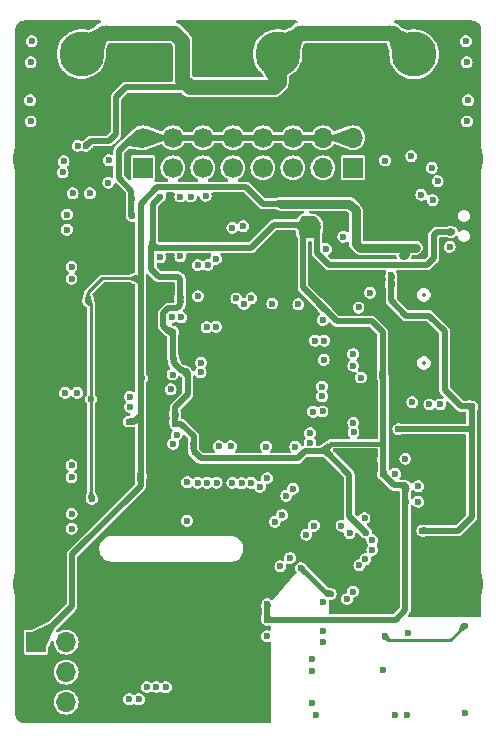
<source format=gbr>
%TF.GenerationSoftware,KiCad,Pcbnew,8.0.5*%
%TF.CreationDate,2024-11-08T19:29:56+08:00*%
%TF.ProjectId,STM32H730,53544d33-3248-4373-9330-2e6b69636164,rev?*%
%TF.SameCoordinates,Original*%
%TF.FileFunction,Copper,L3,Inr*%
%TF.FilePolarity,Positive*%
%FSLAX46Y46*%
G04 Gerber Fmt 4.6, Leading zero omitted, Abs format (unit mm)*
G04 Created by KiCad (PCBNEW 8.0.5) date 2024-11-08 19:29:56*
%MOMM*%
%LPD*%
G01*
G04 APERTURE LIST*
%TA.AperFunction,ComponentPad*%
%ADD10R,1.700000X1.700000*%
%TD*%
%TA.AperFunction,ComponentPad*%
%ADD11O,1.700000X1.700000*%
%TD*%
%TA.AperFunction,ComponentPad*%
%ADD12O,2.100000X1.000000*%
%TD*%
%TA.AperFunction,ComponentPad*%
%ADD13O,1.800000X1.000000*%
%TD*%
%TA.AperFunction,ComponentPad*%
%ADD14C,3.800000*%
%TD*%
%TA.AperFunction,ComponentPad*%
%ADD15R,3.800000X3.800000*%
%TD*%
%TA.AperFunction,ComponentPad*%
%ADD16C,1.700000*%
%TD*%
%TA.AperFunction,HeatsinkPad*%
%ADD17C,0.500000*%
%TD*%
%TA.AperFunction,ViaPad*%
%ADD18C,0.600000*%
%TD*%
%TA.AperFunction,Conductor*%
%ADD19C,0.508000*%
%TD*%
%TA.AperFunction,Conductor*%
%ADD20C,0.381000*%
%TD*%
%TA.AperFunction,Conductor*%
%ADD21C,0.254000*%
%TD*%
%TA.AperFunction,Conductor*%
%ADD22C,0.762000*%
%TD*%
%TA.AperFunction,Conductor*%
%ADD23C,1.270000*%
%TD*%
%ADD24C,0.300000*%
%ADD25C,0.350000*%
%ADD26O,1.700000X0.600000*%
%ADD27O,1.400000X0.600000*%
%ADD28C,0.200000*%
G04 APERTURE END LIST*
D10*
%TO.N,+5V*%
%TO.C,J7*%
X86050200Y-83149200D03*
D11*
%TO.N,SPI3_MISO_ECAT*%
X88590200Y-83149200D03*
%TO.N,GND*%
X86050200Y-85689200D03*
%TO.N,SPI3_SCLK_ECAT*%
X88590200Y-85689200D03*
%TO.N,GND*%
X86050200Y-88229200D03*
%TO.N,SPI3_MOSI_ECAT*%
X88590200Y-88229200D03*
%TD*%
D12*
%TO.N,GND*%
%TO.C,J5*%
X118375000Y-60950000D03*
D13*
X122555000Y-60950000D03*
D12*
X118375000Y-52310000D03*
D13*
X122555000Y-52310000D03*
%TD*%
D14*
%TO.N,GND*%
%TO.C,J3*%
X86000000Y-78250000D03*
%TD*%
D15*
%TO.N,GND*%
%TO.C,CN2*%
X101500000Y-33350000D03*
D14*
%TO.N,VIN*%
X106500000Y-33350000D03*
%TD*%
%TO.N,GND*%
%TO.C,J2*%
X122000000Y-42250000D03*
%TD*%
D10*
%TO.N,TIM15_CH1*%
%TO.C,CN5*%
X95095000Y-42985000D03*
D16*
%TO.N,+P5V*%
X95095000Y-40445000D03*
%TO.N,GND*%
X95095000Y-37905000D03*
%TO.N,TIM15_CH2*%
X97635000Y-42985000D03*
%TO.N,+P5V*%
X97635000Y-40445000D03*
%TO.N,GND*%
X97635000Y-37905000D03*
%TO.N,TIM4_CH2*%
X100175000Y-42985000D03*
%TO.N,+P5V*%
X100175000Y-40445000D03*
%TO.N,GND*%
X100175000Y-37905000D03*
%TO.N,TIM2_CH1*%
X102715000Y-42985000D03*
%TO.N,+P5V*%
X102715000Y-40445000D03*
%TO.N,GND*%
X102715000Y-37905000D03*
%TO.N,TIM1_CH1*%
X105255000Y-42985000D03*
%TO.N,+P5V*%
X105255000Y-40445000D03*
%TO.N,GND*%
X105255000Y-37905000D03*
%TO.N,TIM1_CH2*%
X107795000Y-42985000D03*
%TO.N,+P5V*%
X107795000Y-40445000D03*
%TO.N,GND*%
X107795000Y-37905000D03*
%TD*%
D15*
%TO.N,GND*%
%TO.C,CN8*%
X89900000Y-38350000D03*
D14*
%TO.N,VIN*%
X89900000Y-33350000D03*
%TD*%
%TO.N,GND*%
%TO.C,J1*%
X86000000Y-42250000D03*
%TD*%
D17*
%TO.N,GND*%
%TO.C,U4*%
X110820200Y-77858258D03*
X111509629Y-77168829D03*
X112199058Y-76479400D03*
X110130771Y-77168829D03*
X110820200Y-76479400D03*
X111509629Y-75789971D03*
X109441342Y-76479400D03*
X110130771Y-75789971D03*
X110820200Y-75100542D03*
%TD*%
D14*
%TO.N,GND*%
%TO.C,J4*%
X122000000Y-78250000D03*
%TD*%
D15*
%TO.N,GND*%
%TO.C,CN9*%
X118060000Y-38380000D03*
D14*
%TO.N,VIN*%
X118060000Y-33380000D03*
%TD*%
D10*
%TO.N,Net-(J6-Pin_1)*%
%TO.C,J6*%
X112875000Y-42985000D03*
D11*
%TO.N,TIM3_CH3*%
X110335000Y-42985000D03*
%TO.N,+P5V*%
X112875000Y-40445000D03*
X110335000Y-40445000D03*
%TO.N,GND*%
X112875000Y-37905000D03*
X110335000Y-37905000D03*
%TD*%
D18*
%TO.N,+3.3V*%
X117397500Y-69975000D03*
X105625148Y-79947681D03*
X103600000Y-47925000D03*
X109200000Y-47925000D03*
X108524998Y-47924999D03*
X121250000Y-48423398D03*
X115440000Y-67650000D03*
X97836737Y-64676944D03*
X96554000Y-45424998D03*
X115386138Y-60569000D03*
X97700000Y-59248200D03*
X113979011Y-73879389D03*
X98706400Y-60225000D03*
X110330000Y-54809800D03*
X98262000Y-54106800D03*
X97631074Y-56877000D03*
X108829000Y-47331399D03*
X105614600Y-81244050D03*
X95915426Y-49521960D03*
X109875000Y-47875000D03*
X117397500Y-71275000D03*
X97818000Y-63785200D03*
X108900000Y-48450000D03*
X115440000Y-68950000D03*
X102675000Y-48078001D03*
X99379000Y-66543107D03*
X110475000Y-66880936D03*
%TO.N,KEY_PD1*%
X121060750Y-49674250D03*
X110598000Y-49873000D03*
%TO.N,SWDIO*%
X113350398Y-54813200D03*
%TO.N,SWCLK*%
X114325400Y-53568600D03*
%TO.N,Net-(U3-CANH)*%
X88650000Y-48225000D03*
X89048800Y-51378601D03*
%TO.N,Net-(U3-CANL)*%
X89048800Y-52398601D03*
X88650000Y-46950000D03*
%TO.N,CAN1_TX*%
X99755234Y-51225000D03*
%TO.N,CAN1_RX*%
X99757903Y-53851275D03*
%TO.N,VBUS*%
X122941400Y-63195200D03*
X116125000Y-52099997D03*
X116730145Y-65113783D03*
X116125000Y-52800000D03*
X118757500Y-73706200D03*
%TO.N,EARTH*%
X115550000Y-82650000D03*
X122340000Y-89155000D03*
X122340000Y-81745000D03*
%TO.N,+3.3V_E*%
X108477909Y-76877148D03*
X105614600Y-82644050D03*
X110998000Y-79070200D03*
%TO.N,Net-(U4-VDDCR)*%
X113420211Y-76641011D03*
X113928211Y-76133011D03*
%TO.N,+5V*%
X118200000Y-49750000D03*
X93909000Y-64475000D03*
X90452402Y-54222601D03*
X90695000Y-62575000D03*
X106750169Y-46029851D03*
X116250000Y-49750000D03*
X95002572Y-60815123D03*
X94600000Y-52352601D03*
X117275000Y-49750000D03*
X113850000Y-49750000D03*
X113069592Y-47687499D03*
X94900000Y-69180000D03*
X117112865Y-50430967D03*
X108427000Y-46050000D03*
X90770000Y-71025000D03*
%TO.N,Net-(U6-BST)*%
X89150000Y-45150000D03*
%TO.N,Net-(U6-SW)*%
X90611481Y-45150000D03*
%TO.N,Net-(U6-EN)*%
X88300000Y-43375000D03*
%TO.N,Net-(U6-VCC)*%
X92185881Y-42350000D03*
%TO.N,VIN*%
X90262500Y-41137500D03*
X89562497Y-41137500D03*
X97150000Y-31558900D03*
X110750000Y-31559500D03*
X117825000Y-42000000D03*
%TO.N,Net-(U9-CANL)*%
X89050000Y-69200201D03*
X89051400Y-72288000D03*
%TO.N,Net-(U9-CANH)*%
X89051400Y-73538000D03*
X89050000Y-68180201D03*
%TO.N,Net-(U10-CANH)*%
X88515000Y-62050000D03*
%TO.N,Net-(U10-CANL)*%
X89535000Y-62050000D03*
%TO.N,P1_TXON*%
X109758623Y-89320000D03*
%TO.N,P1_RXIN*%
X109374400Y-85585502D03*
%TO.N,P1_RXIP*%
X109376400Y-84556600D03*
%TO.N,P1_TXOP*%
X109374400Y-88341200D03*
%TO.N,Net-(D3-A)*%
X117525800Y-82346800D03*
X112875732Y-78865574D03*
%TO.N,Net-(D4-A)*%
X117449600Y-89320000D03*
X112385053Y-79497427D03*
%TO.N,CAN2_TX*%
X100479294Y-56496613D03*
%TO.N,CAN2_RX*%
X101289000Y-56451692D03*
%TO.N,CAN3_TX*%
X110275000Y-61525000D03*
X100005054Y-59500564D03*
%TO.N,CAN3_RX*%
X110271523Y-62333890D03*
X99975000Y-60300000D03*
%TO.N,Net-(U6-FB)*%
X92175000Y-44250000D03*
%TO.N,Net-(U6-ILIM)*%
X88393072Y-42445873D03*
%TO.N,ETH_MDIO*%
X97650749Y-66354464D03*
X111907376Y-73285238D03*
%TO.N,ETH_RXD0*%
X100528653Y-69653653D03*
X114527067Y-74528950D03*
%TO.N,Net-(U4-RBIAS)*%
X110317224Y-79761024D03*
%TO.N,Net-(U4-TXD1)*%
X106725000Y-76725000D03*
%TO.N,Net-(U4-TXD0)*%
X107554634Y-76026999D03*
%TO.N,Net-(U4-~{INT}{slash}REFCLKO)*%
X109575413Y-73285237D03*
%TO.N,ETH_MDC*%
X107803089Y-70177000D03*
X97439352Y-61750000D03*
%TO.N,ETH_RXD1*%
X114528849Y-75328951D03*
X101328617Y-69645784D03*
%TO.N,Net-(U4-CRS_DV{slash}MODE2)*%
X112588152Y-73924048D03*
%TO.N,Net-(R4-Pad2)*%
X110310200Y-83134200D03*
%TO.N,Net-(R5-Pad2)*%
X110310200Y-82169000D03*
%TO.N,ETH_REFCLK*%
X97941452Y-65609148D03*
X107237401Y-70742687D03*
%TO.N,ETH_CRS_DV*%
X113856762Y-72661217D03*
X99727285Y-69663026D03*
%TO.N,ETH_TXD0*%
X106882442Y-72381750D03*
X109247191Y-66253936D03*
%TO.N,ETH_TXD1*%
X106255443Y-72957000D03*
X109243952Y-65453940D03*
%TO.N,GND*%
X119375000Y-80000000D03*
X103875000Y-87325000D03*
X92000000Y-48225000D03*
X104775000Y-65100000D03*
X86000000Y-69550000D03*
X85825000Y-81025000D03*
X86000000Y-51175000D03*
X110820200Y-76479400D03*
X86000000Y-61075000D03*
X100000000Y-61475000D03*
X95875000Y-76975000D03*
X110820200Y-77893614D03*
X88025000Y-56325000D03*
X120650000Y-35150000D03*
X122936500Y-45800000D03*
X110275000Y-69625000D03*
X99650000Y-64250000D03*
X91205879Y-41936119D03*
X105200000Y-56025000D03*
X92100000Y-83775000D03*
X103875000Y-86125000D03*
X108275000Y-58475000D03*
X106675000Y-62575000D03*
X86000000Y-52650000D03*
X86000000Y-62275000D03*
X122340000Y-75536200D03*
X111850000Y-67025000D03*
X92100000Y-80175000D03*
X94450000Y-76950000D03*
X115875000Y-35175000D03*
X100950000Y-72750000D03*
X86000000Y-74250000D03*
X94250000Y-71850000D03*
X115400000Y-85550000D03*
X88075000Y-45225000D03*
X101950000Y-87325000D03*
X106650000Y-56250000D03*
X86000000Y-49975000D03*
X88050000Y-58325000D03*
X98825000Y-48825000D03*
X86000000Y-65950000D03*
X100025000Y-65175000D03*
X115975000Y-75725000D03*
X102900000Y-86238500D03*
X101950000Y-84925000D03*
X86000000Y-59875000D03*
X92300000Y-54975000D03*
X89150000Y-49975000D03*
X92100000Y-86238500D03*
X105525000Y-57550000D03*
X114600000Y-64150000D03*
X95175000Y-77825000D03*
X87900000Y-64475000D03*
X101950000Y-88525000D03*
X109550000Y-76479400D03*
X111625000Y-80275000D03*
X114625000Y-76975000D03*
X86000000Y-45125000D03*
X85600000Y-35625000D03*
X104075000Y-80200000D03*
X118550000Y-76000000D03*
X120925000Y-32075000D03*
X86000000Y-75450000D03*
X86000000Y-46375000D03*
X107900000Y-62500000D03*
X115975000Y-74675000D03*
X92100000Y-81375000D03*
X100950000Y-73675000D03*
X111075000Y-70075000D03*
X86000000Y-55050000D03*
X102050000Y-73675000D03*
X114425000Y-61250000D03*
X86000000Y-71850000D03*
X99275000Y-57150000D03*
X116000000Y-73700000D03*
X118825000Y-78025000D03*
X92100000Y-82575000D03*
X114275000Y-70725000D03*
X99875000Y-73650000D03*
X86000000Y-56250000D03*
X86000000Y-73050000D03*
X100850000Y-65650000D03*
X107575000Y-63600000D03*
X105525000Y-61650000D03*
X122936500Y-50000000D03*
X98675000Y-59300000D03*
X86000000Y-64750000D03*
X86000000Y-63475000D03*
X92000000Y-45925000D03*
X110820200Y-75050000D03*
X86000000Y-47575000D03*
X112175000Y-76475000D03*
X120986500Y-46200000D03*
X112075000Y-46975000D03*
X110025000Y-70825000D03*
X111275000Y-69000000D03*
X86000000Y-58675000D03*
X103875000Y-83725000D03*
X99950000Y-58025000D03*
X107125000Y-65000000D03*
X101950000Y-83725000D03*
X92100000Y-84975000D03*
X86000000Y-53850000D03*
X87475000Y-31950000D03*
X86000000Y-57450000D03*
X122900000Y-35600000D03*
X86000000Y-70650000D03*
X108100000Y-56900000D03*
X101250000Y-62925000D03*
X86000000Y-48775000D03*
X106600000Y-61350000D03*
X116450000Y-89320000D03*
X103875000Y-88525000D03*
X101950000Y-86125000D03*
X107125000Y-57625000D03*
X86000000Y-68350000D03*
X103875000Y-84925000D03*
X100825000Y-64675000D03*
X115975000Y-72750000D03*
X86000000Y-67150000D03*
X92025000Y-35100000D03*
X89200000Y-81425000D03*
X104400000Y-50705000D03*
X99425000Y-55025000D03*
X109175000Y-59950000D03*
%TO.N,Net-(D1-A)*%
X120271200Y-63025000D03*
X119352893Y-63025000D03*
%TO.N,ETH_nRST*%
X108932804Y-74058844D03*
X98840318Y-69609682D03*
%TO.N,BUZZER*%
X117902891Y-62825000D03*
%TO.N,Net-(U1-BOOT0)*%
X100576906Y-51224188D03*
%TO.N,NRST*%
X97600138Y-60496001D03*
X98844787Y-72875001D03*
%TO.N,SPI3_MOSI_ECAT*%
X104270867Y-54026269D03*
%TO.N,SPI3_MISO_ECAT*%
X102997000Y-54051200D03*
%TO.N,SPI3_SCLK_ECAT*%
X103643402Y-54522547D03*
%TO.N,USART4_RX*%
X112075000Y-48825000D03*
%TO.N,FLASH_CS*%
X96554000Y-50575000D03*
X105511600Y-66588400D03*
%TO.N,FLASH_IO1*%
X98262000Y-50499000D03*
X106044144Y-54480856D03*
%TO.N,FLASH_SCK*%
X102543000Y-66575000D03*
X99160000Y-45425000D03*
%TO.N,FLASH_IO3*%
X101525000Y-66575000D03*
X98262000Y-45425000D03*
%TO.N,FLASH_IO0*%
X112896400Y-58750200D03*
X100402878Y-45375000D03*
%TO.N,SPI4_SCK*%
X105612501Y-69254681D03*
%TO.N,SPI4_MISO*%
X96237354Y-86949866D03*
%TO.N,SPI4_MOSI*%
X97037309Y-86958544D03*
%TO.N,TIM3_CH3*%
X110400000Y-59250000D03*
%TO.N,INT1_GYRO*%
X102675156Y-69665644D03*
%TO.N,CS1_GYRO*%
X104273470Y-69670803D03*
%TO.N,INT1_ACCEL*%
X103474193Y-69704870D03*
%TO.N,CS1_ACCEL*%
X105003549Y-69997893D03*
%TO.N,TIM15_CH2*%
X98354508Y-55646136D03*
%TO.N,TIM2_CH1*%
X108250000Y-54552000D03*
%TO.N,TIM15_CH1*%
X97550000Y-55623000D03*
%TO.N,TIM1_CH1*%
X109657716Y-57625746D03*
%TO.N,TIM4_CH2*%
X101273072Y-50701928D03*
%TO.N,TIM1_CH2*%
X110457713Y-57623000D03*
%TO.N,USART1_RX*%
X112919754Y-64574045D03*
%TO.N,USART1_TX*%
X112925342Y-65374028D03*
X118417500Y-69950000D03*
%TO.N,TIM8_CH2N*%
X95437352Y-86950002D03*
%TO.N,LED1*%
X112915757Y-59750000D03*
X122447581Y-32272501D03*
%TO.N,LED2*%
X122622390Y-37272500D03*
X113550000Y-60748400D03*
%TO.N,LED3*%
X93975000Y-63225000D03*
X85537581Y-37272501D03*
%TO.N,LED4*%
X85682390Y-32272500D03*
X94000000Y-62375000D03*
%TO.N,Net-(D5-K)*%
X122525000Y-39062500D03*
%TO.N,Net-(D6-K)*%
X122510000Y-34062500D03*
%TO.N,Net-(D7-K)*%
X85600000Y-39062500D03*
%TO.N,Net-(D8-K)*%
X85585000Y-34062500D03*
%TO.N,GND1*%
X93925000Y-87975000D03*
%TO.N,Heat_PWR*%
X94749967Y-87988498D03*
%TO.N,Net-(C13-Pad1)*%
X110330000Y-55876117D03*
%TO.N,+P5V*%
X94131000Y-45625000D03*
X94131000Y-47075000D03*
%TO.N,Net-(U15-VCC)*%
X115600002Y-42375000D03*
%TO.N,Net-(U15-BST)*%
X118670000Y-45275000D03*
%TO.N,Net-(U15-SW)*%
X119625000Y-45725000D03*
%TO.N,Net-(U15-EN)*%
X120050000Y-44125000D03*
%TO.N,Net-(U15-ILIM)*%
X119550000Y-43000000D03*
%TO.N,Net-(C14-Pad1)*%
X107993191Y-66600000D03*
%TO.N,USART3_RX*%
X110302237Y-63622510D03*
%TO.N,USART3_TX*%
X109502354Y-63636358D03*
X116460000Y-68900000D03*
%TO.N,Net-(CN12-Pad3)*%
X118417500Y-71275000D03*
%TO.N,Net-(CN13-Pad2)*%
X117325000Y-67625000D03*
%TD*%
D19*
%TO.N,+3.3V*%
X97981000Y-54869000D02*
X97237682Y-54869000D01*
X97237682Y-54869000D02*
X96796000Y-55310682D01*
D20*
X111021436Y-66334500D02*
X110475000Y-66880936D01*
D19*
X108200000Y-67600000D02*
X108792064Y-67007936D01*
X121250000Y-48423398D02*
X119976602Y-48423398D01*
X108399999Y-47800000D02*
X108524998Y-47924999D01*
X108524998Y-47924999D02*
X108524998Y-48586998D01*
X97818000Y-63232000D02*
X97818000Y-63785200D01*
X96796000Y-56346000D02*
X97327000Y-56877000D01*
X99975000Y-67600000D02*
X108200000Y-67600000D01*
X117300000Y-69877500D02*
X117300000Y-73725000D01*
X95915426Y-46063572D02*
X95915426Y-49521960D01*
X97631074Y-59179274D02*
X97700000Y-59248200D01*
X116505950Y-81244050D02*
X105614600Y-81244050D01*
X112575000Y-72475378D02*
X113979011Y-73879389D01*
X95800000Y-51575000D02*
X96425000Y-52200000D01*
X115386138Y-60569000D02*
X115450000Y-60632862D01*
X104280000Y-49745000D02*
X106225000Y-47800000D01*
X110330000Y-54809800D02*
X111520200Y-56000000D01*
X109875000Y-47875000D02*
X109450000Y-48300000D01*
X106225000Y-47800000D02*
X108399999Y-47800000D01*
X98262000Y-54106800D02*
X98262000Y-54588000D01*
X108829000Y-47331399D02*
X108743601Y-47331399D01*
X108644000Y-48706000D02*
X109463000Y-48706000D01*
X109300000Y-48300000D02*
X109200000Y-48200000D01*
X105614600Y-79958229D02*
X105625148Y-79947681D01*
X98706400Y-60225000D02*
X98875000Y-60393600D01*
X108829000Y-47554000D02*
X109200000Y-47925000D01*
X111520200Y-56000000D02*
X114500000Y-56000000D01*
X117300000Y-73725000D02*
X117300000Y-80450000D01*
X119976602Y-48423398D02*
X119700000Y-48700000D01*
X112575000Y-68980936D02*
X112575000Y-72475378D01*
X108644000Y-48706000D02*
X108644000Y-53123800D01*
X98875000Y-62175000D02*
X97818000Y-63232000D01*
X109875000Y-47650000D02*
X109556399Y-47331399D01*
X97700000Y-59529545D02*
X97700000Y-59248200D01*
X117300000Y-80450000D02*
X116505950Y-81244050D01*
X97327000Y-56877000D02*
X97631074Y-56877000D01*
X98262000Y-52387000D02*
X98262000Y-54106800D01*
X119700000Y-50650000D02*
X119150000Y-51200000D01*
X119150000Y-51200000D02*
X110858682Y-51200000D01*
X109844000Y-47906000D02*
X109875000Y-47875000D01*
X109556399Y-47331399D02*
X108829000Y-47331399D01*
X96138466Y-49745000D02*
X104280000Y-49745000D01*
X99379000Y-65704000D02*
X99379000Y-66543107D01*
X99379000Y-67004000D02*
X99975000Y-67600000D01*
X108792064Y-67007936D02*
X110348000Y-67007936D01*
X95915426Y-49521960D02*
X96138466Y-49745000D01*
X115450000Y-60632862D02*
X115450000Y-68956318D01*
X108829000Y-47331399D02*
X108829000Y-47554000D01*
X98875000Y-60393600D02*
X98875000Y-62175000D01*
X109200000Y-48200000D02*
X109200000Y-47925000D01*
X108644000Y-53123800D02*
X110330000Y-54809800D01*
X108900000Y-48450000D02*
X108900000Y-47925000D01*
X97818000Y-63785200D02*
X97818000Y-64658207D01*
D20*
X115386138Y-66334500D02*
X111021436Y-66334500D01*
D19*
X98706400Y-60225000D02*
X98395455Y-60225000D01*
X109875000Y-47875000D02*
X109825000Y-47925000D01*
X115450000Y-68956318D02*
X116371182Y-69877500D01*
X96425000Y-52200000D02*
X98075000Y-52200000D01*
X97836737Y-64676944D02*
X98351944Y-64676944D01*
X110348000Y-67007936D02*
X110475000Y-66880936D01*
X108524998Y-47550002D02*
X108524998Y-47924999D01*
X109056399Y-47331399D02*
X109600000Y-47875000D01*
X109450000Y-48300000D02*
X109300000Y-48300000D01*
X95915426Y-49521960D02*
X95800000Y-49637386D01*
X109875000Y-47875000D02*
X109875000Y-47650000D01*
X115386138Y-56886138D02*
X115386138Y-60569000D01*
X108900000Y-48450000D02*
X108644000Y-48706000D01*
X98395455Y-60225000D02*
X97700000Y-59529545D01*
X116371182Y-69877500D02*
X117300000Y-69877500D01*
X98351944Y-64676944D02*
X99379000Y-65704000D01*
X105614600Y-81244050D02*
X105614600Y-79958229D01*
X110858682Y-51200000D02*
X109844000Y-50185318D01*
X97631074Y-56877000D02*
X97631074Y-59179274D01*
X109600000Y-47875000D02*
X109875000Y-47875000D01*
X109875000Y-48294000D02*
X109875000Y-47875000D01*
X96796000Y-55310682D02*
X96796000Y-56346000D01*
X96554000Y-45424998D02*
X95915426Y-46063572D01*
X99379000Y-66543107D02*
X99379000Y-67004000D01*
X109825000Y-47925000D02*
X109200000Y-47925000D01*
X114500000Y-56000000D02*
X115386138Y-56886138D01*
X98262000Y-54588000D02*
X97981000Y-54869000D01*
X109844000Y-50185318D02*
X109844000Y-47906000D01*
X108743601Y-47331399D02*
X108524998Y-47550002D01*
X108829000Y-47331399D02*
X109056399Y-47331399D01*
X119700000Y-48700000D02*
X119700000Y-50650000D01*
X95800000Y-49637386D02*
X95800000Y-51575000D01*
X108900000Y-47925000D02*
X109200000Y-47925000D01*
X98075000Y-52200000D02*
X98262000Y-52387000D01*
X109463000Y-48706000D02*
X109875000Y-48294000D01*
X108524998Y-48586998D02*
X108644000Y-48706000D01*
X110475000Y-66880936D02*
X112575000Y-68980936D01*
X97818000Y-64658207D02*
X97836737Y-64676944D01*
%TO.N,VBUS*%
X122020200Y-63195200D02*
X122941400Y-63195200D01*
X116125000Y-54225000D02*
X117400000Y-55500000D01*
D21*
X118900000Y-73725000D02*
X118776300Y-73725000D01*
D19*
X119325000Y-55500000D02*
X120650000Y-56825000D01*
X122941400Y-72558600D02*
X122941400Y-63195200D01*
X116730145Y-65113783D02*
X122830183Y-65113783D01*
X116125000Y-52800000D02*
X116125000Y-52099997D01*
X116125000Y-52800000D02*
X116125000Y-54225000D01*
X121775000Y-73725000D02*
X122941400Y-72558600D01*
X118900000Y-73725000D02*
X121775000Y-73725000D01*
X120650000Y-61825000D02*
X122020200Y-63195200D01*
X117400000Y-55500000D02*
X119325000Y-55500000D01*
X120650000Y-56825000D02*
X120650000Y-61825000D01*
D21*
X118776300Y-73725000D02*
X118757500Y-73706200D01*
%TO.N,EARTH*%
X121111200Y-82973800D02*
X122340000Y-81745000D01*
X115873800Y-82973800D02*
X121111200Y-82973800D01*
X115550000Y-82650000D02*
X115873800Y-82973800D01*
D20*
%TO.N,+3.3V_E*%
X110998000Y-79070200D02*
X110670961Y-79070200D01*
X110670961Y-79070200D02*
X108477909Y-76877148D01*
D19*
%TO.N,+5V*%
X96291680Y-44621000D02*
X94900000Y-46012680D01*
X94350000Y-64475000D02*
X93909000Y-64475000D01*
X94600000Y-52352601D02*
X94900000Y-52652601D01*
X94900000Y-69180000D02*
X94900000Y-69925000D01*
X105270149Y-46029851D02*
X103861298Y-44621000D01*
D22*
X117275000Y-50325000D02*
X117235000Y-50365000D01*
X118200000Y-49750000D02*
X113850000Y-49750000D01*
D19*
X94900000Y-46012680D02*
X94900000Y-52652601D01*
D21*
X94600000Y-52352601D02*
X91622399Y-52352601D01*
D19*
X94900000Y-63925000D02*
X94900000Y-69180000D01*
X94900000Y-63925000D02*
X94350000Y-64475000D01*
D21*
X90452402Y-54222601D02*
X90695000Y-54465199D01*
D22*
X113850000Y-49750000D02*
X113475000Y-49750000D01*
D21*
X91622399Y-52352601D02*
X90452402Y-53522598D01*
D19*
X89100000Y-75725000D02*
X89100000Y-80099400D01*
D21*
X90695000Y-70950000D02*
X90770000Y-71025000D01*
X113937830Y-49750000D02*
X113850000Y-49750000D01*
D19*
X106750169Y-46029851D02*
X105270149Y-46029851D01*
X103861298Y-44621000D02*
X96291680Y-44621000D01*
D22*
X113125000Y-46600000D02*
X112554851Y-46029851D01*
X112554851Y-46029851D02*
X106750169Y-46029851D01*
D19*
X89100000Y-80099400D02*
X86050200Y-83149200D01*
X94900000Y-52652601D02*
X94900000Y-63925000D01*
D22*
X113475000Y-49750000D02*
X113125000Y-49400000D01*
D21*
X114178415Y-49509415D02*
X113937830Y-49750000D01*
D22*
X117275000Y-49750000D02*
X117275000Y-50325000D01*
X117235000Y-50365000D02*
X117112865Y-50365000D01*
D21*
X90695000Y-54465199D02*
X90695000Y-70950000D01*
X90452402Y-53522598D02*
X90452402Y-54222601D01*
D22*
X113125000Y-49400000D02*
X113125000Y-46600000D01*
D19*
X94900000Y-69925000D02*
X89100000Y-75725000D01*
%TO.N,VIN*%
X92233000Y-40725000D02*
X90675000Y-40725000D01*
X90675000Y-40725000D02*
X90275000Y-41125000D01*
D23*
X98437500Y-35550000D02*
X99062500Y-36175000D01*
D19*
X99750000Y-36175000D02*
X93625000Y-36175000D01*
D23*
X106175000Y-36175000D02*
X106600000Y-35750000D01*
D19*
X92812500Y-36987500D02*
X92812500Y-40145500D01*
D23*
X89912500Y-33337500D02*
X91691100Y-31558900D01*
X98437500Y-32250000D02*
X98437500Y-35550000D01*
D19*
X93625000Y-36175000D02*
X92812500Y-36987500D01*
D23*
X106600000Y-35750000D02*
X106600000Y-33262500D01*
X91691100Y-31558900D02*
X97746400Y-31558900D01*
X106600000Y-33262500D02*
X108303000Y-31559500D01*
X97746400Y-31558900D02*
X98437500Y-32250000D01*
D19*
X92812500Y-40145500D02*
X92233000Y-40725000D01*
D23*
X116239500Y-31559500D02*
X118060000Y-33380000D01*
X99062500Y-36175000D02*
X106175000Y-36175000D01*
X118060000Y-33380000D02*
X118072500Y-33380000D01*
X89912500Y-33350000D02*
X89912500Y-33337500D01*
X108303000Y-31559500D02*
X116239500Y-31559500D01*
D19*
%TO.N,+P5V*%
X94125000Y-47069000D02*
X94131000Y-47075000D01*
X95095000Y-40445000D02*
X112875000Y-40445000D01*
X93050000Y-41550000D02*
X93050000Y-43850000D01*
X95095000Y-40445000D02*
X94155000Y-40445000D01*
X94125000Y-44925000D02*
X94125000Y-47069000D01*
X94155000Y-40445000D02*
X93050000Y-41550000D01*
X93050000Y-43850000D02*
X94125000Y-44925000D01*
%TD*%
%TA.AperFunction,Conductor*%
%TO.N,GND*%
G36*
X91522365Y-30523185D02*
G01*
X91568120Y-30575989D01*
X91578064Y-30645147D01*
X91549039Y-30708703D01*
X91490261Y-30746477D01*
X91479517Y-30749117D01*
X91447400Y-30755505D01*
X91447390Y-30755508D01*
X91295343Y-30818487D01*
X91240530Y-30855113D01*
X91158501Y-30909922D01*
X91104342Y-30964082D01*
X91042124Y-31026300D01*
X91042122Y-31026302D01*
X90924398Y-31144026D01*
X90918192Y-31150232D01*
X90877318Y-31177377D01*
X90531296Y-31318426D01*
X90461785Y-31325503D01*
X90451034Y-31323001D01*
X90328364Y-31288630D01*
X90328359Y-31288629D01*
X90328358Y-31288629D01*
X90186018Y-31269064D01*
X90043679Y-31249500D01*
X90043678Y-31249500D01*
X89756322Y-31249500D01*
X89756321Y-31249500D01*
X89471642Y-31288629D01*
X89471635Y-31288630D01*
X89306272Y-31334963D01*
X89194942Y-31366156D01*
X89194939Y-31366156D01*
X89194936Y-31366158D01*
X89194935Y-31366158D01*
X88931382Y-31480634D01*
X88685853Y-31629944D01*
X88462950Y-31811289D01*
X88266812Y-32021299D01*
X88101098Y-32256064D01*
X87968894Y-32511206D01*
X87872667Y-32781962D01*
X87872666Y-32781965D01*
X87814201Y-33063319D01*
X87794592Y-33350000D01*
X87814201Y-33636680D01*
X87872666Y-33918034D01*
X87872667Y-33918037D01*
X87968894Y-34188793D01*
X87968893Y-34188793D01*
X88101098Y-34443935D01*
X88266812Y-34678700D01*
X88351923Y-34769831D01*
X88462947Y-34888708D01*
X88685853Y-35070055D01*
X88858895Y-35175285D01*
X88931382Y-35219365D01*
X89089573Y-35288076D01*
X89194942Y-35333844D01*
X89471642Y-35411371D01*
X89721920Y-35445771D01*
X89756321Y-35450500D01*
X89756322Y-35450500D01*
X90043679Y-35450500D01*
X90074370Y-35446281D01*
X90328358Y-35411371D01*
X90605058Y-35333844D01*
X90799549Y-35249365D01*
X90868617Y-35219365D01*
X90868620Y-35219363D01*
X90868625Y-35219361D01*
X91114147Y-35070055D01*
X91337053Y-34888708D01*
X91533189Y-34678698D01*
X91698901Y-34443936D01*
X91831104Y-34188797D01*
X91927334Y-33918032D01*
X91985798Y-33636686D01*
X92005408Y-33350000D01*
X91987902Y-33094088D01*
X91993193Y-33048846D01*
X92169383Y-32481616D01*
X92208068Y-32423434D01*
X92272068Y-32395402D01*
X92287802Y-32394400D01*
X97348962Y-32394400D01*
X97416001Y-32414085D01*
X97436643Y-32430719D01*
X97565681Y-32559757D01*
X97599166Y-32621080D01*
X97602000Y-32647438D01*
X97602000Y-35596500D01*
X97582315Y-35663539D01*
X97529511Y-35709294D01*
X97478000Y-35720500D01*
X93692448Y-35720500D01*
X93692432Y-35720499D01*
X93684836Y-35720499D01*
X93565164Y-35720499D01*
X93449570Y-35751472D01*
X93449569Y-35751472D01*
X93449567Y-35751473D01*
X93449566Y-35751473D01*
X93423398Y-35766581D01*
X93423399Y-35766582D01*
X93345930Y-35811309D01*
X93345927Y-35811311D01*
X92448811Y-36708427D01*
X92448807Y-36708433D01*
X92388973Y-36812068D01*
X92386063Y-36822929D01*
X92361284Y-36915407D01*
X92357999Y-36927665D01*
X92357999Y-37057325D01*
X92358000Y-37057338D01*
X92358000Y-39905878D01*
X92338315Y-39972917D01*
X92321681Y-39993559D01*
X92081059Y-40234181D01*
X92019736Y-40267666D01*
X91993378Y-40270500D01*
X90615164Y-40270500D01*
X90499569Y-40301473D01*
X90499566Y-40301474D01*
X90395933Y-40361307D01*
X90395927Y-40361311D01*
X90332673Y-40424566D01*
X90311309Y-40445930D01*
X90311307Y-40445932D01*
X90237844Y-40519395D01*
X90172254Y-40584985D01*
X90156261Y-40598480D01*
X89983549Y-40720854D01*
X89917469Y-40743550D01*
X89849608Y-40726917D01*
X89844822Y-40723993D01*
X89772547Y-40677545D01*
X89634460Y-40637000D01*
X89634458Y-40637000D01*
X89490536Y-40637000D01*
X89490533Y-40637000D01*
X89352446Y-40677545D01*
X89231370Y-40755356D01*
X89137120Y-40864126D01*
X89137119Y-40864128D01*
X89077331Y-40995043D01*
X89056850Y-41137500D01*
X89077331Y-41279956D01*
X89124817Y-41383933D01*
X89137120Y-41410873D01*
X89231369Y-41519643D01*
X89352444Y-41597453D01*
X89352447Y-41597454D01*
X89352446Y-41597454D01*
X89490533Y-41637999D01*
X89490535Y-41638000D01*
X89490536Y-41638000D01*
X89634459Y-41638000D01*
X89634459Y-41637999D01*
X89772547Y-41597454D01*
X89772548Y-41597454D01*
X89772550Y-41597453D01*
X89845460Y-41550596D01*
X89912497Y-41530912D01*
X89979535Y-41550595D01*
X90014973Y-41573370D01*
X90052448Y-41597454D01*
X90190536Y-41637999D01*
X90190538Y-41638000D01*
X90190539Y-41638000D01*
X90334462Y-41638000D01*
X90334462Y-41637999D01*
X90472553Y-41597453D01*
X90593628Y-41519643D01*
X90687877Y-41410873D01*
X90705314Y-41372691D01*
X90720927Y-41348123D01*
X90720860Y-41348076D01*
X90722049Y-41346358D01*
X90723581Y-41343948D01*
X90724326Y-41343071D01*
X90746758Y-41302728D01*
X90767445Y-41275313D01*
X90826943Y-41215817D01*
X90888267Y-41182333D01*
X90914623Y-41179500D01*
X92165552Y-41179500D01*
X92165568Y-41179501D01*
X92173164Y-41179501D01*
X92292835Y-41179501D01*
X92292836Y-41179501D01*
X92383998Y-41155073D01*
X92384001Y-41155073D01*
X92398105Y-41151293D01*
X92408431Y-41148527D01*
X92512070Y-41088691D01*
X92596691Y-41004070D01*
X92596691Y-41004068D01*
X92606895Y-40993865D01*
X92606899Y-40993860D01*
X93081360Y-40519399D01*
X93081365Y-40519395D01*
X93091568Y-40509191D01*
X93091570Y-40509191D01*
X93123352Y-40477408D01*
X93128551Y-40474569D01*
X93137241Y-40463519D01*
X93176191Y-40424570D01*
X93236027Y-40320931D01*
X93236028Y-40320928D01*
X93249789Y-40269570D01*
X93249789Y-40269569D01*
X93267001Y-40205336D01*
X93267001Y-40085664D01*
X93267001Y-40078069D01*
X93267000Y-40078051D01*
X93267000Y-39062500D01*
X122019353Y-39062500D01*
X122039834Y-39204956D01*
X122099622Y-39335871D01*
X122099623Y-39335873D01*
X122193872Y-39444643D01*
X122314947Y-39522453D01*
X122314950Y-39522454D01*
X122314949Y-39522454D01*
X122453036Y-39562999D01*
X122453038Y-39563000D01*
X122453039Y-39563000D01*
X122596962Y-39563000D01*
X122596962Y-39562999D01*
X122735053Y-39522453D01*
X122856128Y-39444643D01*
X122950377Y-39335873D01*
X123010165Y-39204957D01*
X123030647Y-39062500D01*
X123010165Y-38920043D01*
X122950377Y-38789127D01*
X122856128Y-38680357D01*
X122735053Y-38602547D01*
X122735051Y-38602546D01*
X122735049Y-38602545D01*
X122735050Y-38602545D01*
X122596963Y-38562000D01*
X122596961Y-38562000D01*
X122453039Y-38562000D01*
X122453036Y-38562000D01*
X122314949Y-38602545D01*
X122193873Y-38680356D01*
X122099623Y-38789126D01*
X122099622Y-38789128D01*
X122039834Y-38920043D01*
X122019353Y-39062500D01*
X93267000Y-39062500D01*
X93267000Y-37272500D01*
X122116743Y-37272500D01*
X122137224Y-37414956D01*
X122137225Y-37414958D01*
X122197013Y-37545873D01*
X122291262Y-37654643D01*
X122412337Y-37732453D01*
X122412340Y-37732454D01*
X122412339Y-37732454D01*
X122550426Y-37772999D01*
X122550428Y-37773000D01*
X122550429Y-37773000D01*
X122694352Y-37773000D01*
X122694352Y-37772999D01*
X122801511Y-37741535D01*
X122832440Y-37732454D01*
X122832440Y-37732453D01*
X122832443Y-37732453D01*
X122953518Y-37654643D01*
X123047767Y-37545873D01*
X123107555Y-37414957D01*
X123128037Y-37272500D01*
X123107555Y-37130043D01*
X123047767Y-36999127D01*
X122953518Y-36890357D01*
X122832443Y-36812547D01*
X122832441Y-36812546D01*
X122832439Y-36812545D01*
X122832440Y-36812545D01*
X122694353Y-36772000D01*
X122694351Y-36772000D01*
X122550429Y-36772000D01*
X122550426Y-36772000D01*
X122412339Y-36812545D01*
X122291263Y-36890356D01*
X122197013Y-36999126D01*
X122197012Y-36999128D01*
X122137224Y-37130043D01*
X122116743Y-37272500D01*
X93267000Y-37272500D01*
X93267000Y-37227122D01*
X93286685Y-37160083D01*
X93303319Y-37139441D01*
X93776941Y-36665819D01*
X93838264Y-36632334D01*
X93864622Y-36629500D01*
X98284063Y-36629500D01*
X98351102Y-36649185D01*
X98371744Y-36665819D01*
X98409183Y-36703258D01*
X98409204Y-36703281D01*
X98529896Y-36823973D01*
X98529900Y-36823976D01*
X98666735Y-36915407D01*
X98666741Y-36915410D01*
X98666742Y-36915411D01*
X98818794Y-36978393D01*
X98909628Y-36996460D01*
X98948071Y-37004107D01*
X98948088Y-37004110D01*
X98948102Y-37004113D01*
X98955969Y-37005678D01*
X98980206Y-37010500D01*
X98980209Y-37010500D01*
X106257291Y-37010500D01*
X106257292Y-37010499D01*
X106418706Y-36978393D01*
X106570758Y-36915411D01*
X106707600Y-36823976D01*
X107248976Y-36282600D01*
X107340411Y-36145758D01*
X107403393Y-35993706D01*
X107435501Y-35832290D01*
X107435501Y-35667710D01*
X107435501Y-35662600D01*
X107435500Y-35662574D01*
X107435500Y-35396957D01*
X107445607Y-35347924D01*
X107496773Y-35229077D01*
X107541362Y-35175285D01*
X107546217Y-35172174D01*
X107714147Y-35070055D01*
X107937053Y-34888708D01*
X108133189Y-34678698D01*
X108298901Y-34443936D01*
X108431104Y-34188797D01*
X108527334Y-33918032D01*
X108585798Y-33636686D01*
X108605408Y-33350000D01*
X108588099Y-33096965D01*
X108593492Y-33051400D01*
X108772087Y-32481896D01*
X108810929Y-32423818D01*
X108875005Y-32395960D01*
X108890405Y-32395000D01*
X115681324Y-32395000D01*
X115748363Y-32414685D01*
X115794118Y-32467489D01*
X115800183Y-32483666D01*
X115969171Y-33052129D01*
X115974023Y-33095925D01*
X115954592Y-33379999D01*
X115974201Y-33666680D01*
X116032666Y-33948034D01*
X116032667Y-33948037D01*
X116128894Y-34218793D01*
X116128893Y-34218793D01*
X116261098Y-34473935D01*
X116426812Y-34708700D01*
X116511923Y-34799831D01*
X116622947Y-34918708D01*
X116845853Y-35100055D01*
X117042042Y-35219361D01*
X117091382Y-35249365D01*
X117215281Y-35303181D01*
X117354942Y-35363844D01*
X117631642Y-35441371D01*
X117881920Y-35475771D01*
X117916321Y-35480500D01*
X117916322Y-35480500D01*
X118203679Y-35480500D01*
X118234370Y-35476281D01*
X118488358Y-35441371D01*
X118765058Y-35363844D01*
X118939494Y-35288076D01*
X119028617Y-35249365D01*
X119028620Y-35249363D01*
X119028625Y-35249361D01*
X119274147Y-35100055D01*
X119497053Y-34918708D01*
X119693189Y-34708698D01*
X119858901Y-34473936D01*
X119991104Y-34218797D01*
X120046652Y-34062500D01*
X122004353Y-34062500D01*
X122024834Y-34204956D01*
X122084622Y-34335871D01*
X122084623Y-34335873D01*
X122178872Y-34444643D01*
X122299947Y-34522453D01*
X122299950Y-34522454D01*
X122299949Y-34522454D01*
X122438036Y-34562999D01*
X122438038Y-34563000D01*
X122438039Y-34563000D01*
X122581962Y-34563000D01*
X122581962Y-34562999D01*
X122720053Y-34522453D01*
X122841128Y-34444643D01*
X122935377Y-34335873D01*
X122995165Y-34204957D01*
X123015647Y-34062500D01*
X122995165Y-33920043D01*
X122935377Y-33789127D01*
X122841128Y-33680357D01*
X122720053Y-33602547D01*
X122720051Y-33602546D01*
X122720049Y-33602545D01*
X122720050Y-33602545D01*
X122581963Y-33562000D01*
X122581961Y-33562000D01*
X122438039Y-33562000D01*
X122438036Y-33562000D01*
X122299949Y-33602545D01*
X122178873Y-33680356D01*
X122084623Y-33789126D01*
X122084622Y-33789128D01*
X122024834Y-33920043D01*
X122004353Y-34062500D01*
X120046652Y-34062500D01*
X120087334Y-33948032D01*
X120145798Y-33666686D01*
X120165408Y-33380000D01*
X120145798Y-33093314D01*
X120087334Y-32811968D01*
X120073484Y-32772999D01*
X119991105Y-32541206D01*
X119991106Y-32541206D01*
X119858901Y-32286064D01*
X119849327Y-32272501D01*
X121941934Y-32272501D01*
X121962415Y-32414957D01*
X121986406Y-32467489D01*
X122022204Y-32545874D01*
X122116453Y-32654644D01*
X122237528Y-32732454D01*
X122237531Y-32732455D01*
X122237530Y-32732455D01*
X122344688Y-32763918D01*
X122375613Y-32772999D01*
X122375617Y-32773000D01*
X122375619Y-32773001D01*
X122375620Y-32773001D01*
X122519543Y-32773001D01*
X122519543Y-32773000D01*
X122657634Y-32732454D01*
X122778709Y-32654644D01*
X122872958Y-32545874D01*
X122932746Y-32414958D01*
X122953228Y-32272501D01*
X122932746Y-32130044D01*
X122872958Y-31999128D01*
X122778709Y-31890358D01*
X122657634Y-31812548D01*
X122657632Y-31812547D01*
X122657630Y-31812546D01*
X122657631Y-31812546D01*
X122519544Y-31772001D01*
X122519542Y-31772001D01*
X122375620Y-31772001D01*
X122375617Y-31772001D01*
X122237530Y-31812546D01*
X122116454Y-31890357D01*
X122022204Y-31999127D01*
X122022203Y-31999129D01*
X121962415Y-32130044D01*
X121941934Y-32272501D01*
X119849327Y-32272501D01*
X119693187Y-32051299D01*
X119614554Y-31967105D01*
X119497053Y-31841292D01*
X119274147Y-31659945D01*
X119274146Y-31659944D01*
X119028617Y-31510634D01*
X118765063Y-31396158D01*
X118765061Y-31396157D01*
X118765058Y-31396156D01*
X118611031Y-31353000D01*
X118488364Y-31318630D01*
X118488359Y-31318629D01*
X118488358Y-31318629D01*
X118270103Y-31288630D01*
X118203679Y-31279500D01*
X118203678Y-31279500D01*
X117916322Y-31279500D01*
X117916321Y-31279500D01*
X117631638Y-31318629D01*
X117631635Y-31318630D01*
X117531595Y-31346659D01*
X117461731Y-31345791D01*
X117450062Y-31341556D01*
X117046253Y-31171694D01*
X117006652Y-31145076D01*
X116772103Y-30910526D01*
X116772099Y-30910523D01*
X116635264Y-30819092D01*
X116635255Y-30819087D01*
X116483206Y-30756107D01*
X116483198Y-30756105D01*
X116448067Y-30749117D01*
X116386156Y-30716732D01*
X116351582Y-30656017D01*
X116355321Y-30586247D01*
X116396187Y-30529575D01*
X116461205Y-30503994D01*
X116472258Y-30503500D01*
X122866849Y-30503500D01*
X122895107Y-30503500D01*
X122907261Y-30504097D01*
X123054780Y-30518626D01*
X123078608Y-30523365D01*
X123214610Y-30564621D01*
X123237055Y-30573918D01*
X123362387Y-30640910D01*
X123382598Y-30654415D01*
X123492446Y-30744565D01*
X123509634Y-30761753D01*
X123599784Y-30871601D01*
X123613289Y-30891812D01*
X123680278Y-31017137D01*
X123689581Y-31039596D01*
X123730832Y-31175585D01*
X123735574Y-31199426D01*
X123750075Y-31346659D01*
X123750103Y-31346938D01*
X123750700Y-31359092D01*
X123750700Y-80927400D01*
X123731015Y-80994439D01*
X123678211Y-81040194D01*
X123626700Y-81051400D01*
X117640721Y-81051400D01*
X117573682Y-81031715D01*
X117527927Y-80978911D01*
X117517983Y-80909753D01*
X117547008Y-80846197D01*
X117553037Y-80839722D01*
X117568857Y-80823901D01*
X117568862Y-80823898D01*
X117579068Y-80813691D01*
X117579070Y-80813691D01*
X117663691Y-80729070D01*
X117723527Y-80625431D01*
X117754500Y-80509836D01*
X117754500Y-73665164D01*
X117754500Y-71673533D01*
X117774185Y-71606494D01*
X117784787Y-71592331D01*
X117813786Y-71558864D01*
X117872564Y-71521089D01*
X117942433Y-71521089D01*
X118001212Y-71558863D01*
X118031965Y-71594353D01*
X118086372Y-71657143D01*
X118207447Y-71734953D01*
X118207450Y-71734954D01*
X118207449Y-71734954D01*
X118345536Y-71775499D01*
X118345538Y-71775500D01*
X118345539Y-71775500D01*
X118489462Y-71775500D01*
X118489462Y-71775499D01*
X118627553Y-71734953D01*
X118748628Y-71657143D01*
X118842877Y-71548373D01*
X118902665Y-71417457D01*
X118923147Y-71275000D01*
X118902665Y-71132543D01*
X118842877Y-71001627D01*
X118748628Y-70892857D01*
X118627553Y-70815047D01*
X118627551Y-70815046D01*
X118627549Y-70815045D01*
X118627550Y-70815045D01*
X118489463Y-70774500D01*
X118489461Y-70774500D01*
X118345539Y-70774500D01*
X118345536Y-70774500D01*
X118207449Y-70815045D01*
X118086372Y-70892857D01*
X118086369Y-70892859D01*
X118001211Y-70991136D01*
X117942433Y-71028910D01*
X117872563Y-71028910D01*
X117813786Y-70991135D01*
X117784787Y-70957668D01*
X117755762Y-70894112D01*
X117754500Y-70876466D01*
X117754500Y-70616894D01*
X117758462Y-70585799D01*
X117760805Y-70576756D01*
X117825329Y-70327668D01*
X117861195Y-70267710D01*
X117923785Y-70236658D01*
X117993228Y-70244375D01*
X118039077Y-70277562D01*
X118086372Y-70332143D01*
X118207447Y-70409953D01*
X118207450Y-70409954D01*
X118207449Y-70409954D01*
X118314607Y-70441417D01*
X118345106Y-70450373D01*
X118345536Y-70450499D01*
X118345538Y-70450500D01*
X118345539Y-70450500D01*
X118489462Y-70450500D01*
X118489462Y-70450499D01*
X118627553Y-70409953D01*
X118748628Y-70332143D01*
X118842877Y-70223373D01*
X118902665Y-70092457D01*
X118923147Y-69950000D01*
X118902665Y-69807543D01*
X118842877Y-69676627D01*
X118748628Y-69567857D01*
X118627553Y-69490047D01*
X118627551Y-69490046D01*
X118627549Y-69490045D01*
X118627550Y-69490045D01*
X118489463Y-69449500D01*
X118489461Y-69449500D01*
X118345539Y-69449500D01*
X118345536Y-69449500D01*
X118207449Y-69490045D01*
X118086372Y-69567857D01*
X118086369Y-69567858D01*
X117990380Y-69678636D01*
X117931602Y-69716410D01*
X117861733Y-69716410D01*
X117802955Y-69678636D01*
X117801215Y-69676628D01*
X117728628Y-69592857D01*
X117607553Y-69515047D01*
X117607551Y-69515046D01*
X117607549Y-69515045D01*
X117568177Y-69503484D01*
X117541116Y-69491896D01*
X117537913Y-69490047D01*
X117475431Y-69453973D01*
X117359836Y-69423000D01*
X117359835Y-69423000D01*
X116940596Y-69423000D01*
X116873557Y-69403315D01*
X116827802Y-69350511D01*
X116817858Y-69281353D01*
X116846882Y-69217798D01*
X116885377Y-69173373D01*
X116945165Y-69042457D01*
X116965647Y-68900000D01*
X116945165Y-68757543D01*
X116885377Y-68626627D01*
X116791128Y-68517857D01*
X116670053Y-68440047D01*
X116670051Y-68440046D01*
X116670049Y-68440045D01*
X116670050Y-68440045D01*
X116531963Y-68399500D01*
X116531961Y-68399500D01*
X116388039Y-68399500D01*
X116388036Y-68399500D01*
X116249949Y-68440045D01*
X116128872Y-68517857D01*
X116122172Y-68523663D01*
X116120265Y-68521462D01*
X116073849Y-68551283D01*
X116003979Y-68551273D01*
X115945207Y-68513491D01*
X115916191Y-68449931D01*
X115915155Y-68439751D01*
X115909791Y-68350640D01*
X115909791Y-68350638D01*
X115908095Y-68343754D01*
X115904500Y-68314108D01*
X115904500Y-67864680D01*
X115915705Y-67813170D01*
X115925165Y-67792457D01*
X115945647Y-67650000D01*
X115942053Y-67625000D01*
X116819353Y-67625000D01*
X116839834Y-67767456D01*
X116891917Y-67881499D01*
X116899623Y-67898373D01*
X116993872Y-68007143D01*
X117114947Y-68084953D01*
X117114950Y-68084954D01*
X117114949Y-68084954D01*
X117253036Y-68125499D01*
X117253038Y-68125500D01*
X117253039Y-68125500D01*
X117396962Y-68125500D01*
X117396962Y-68125499D01*
X117535053Y-68084953D01*
X117656128Y-68007143D01*
X117750377Y-67898373D01*
X117810165Y-67767457D01*
X117830647Y-67625000D01*
X117810165Y-67482543D01*
X117750377Y-67351627D01*
X117656128Y-67242857D01*
X117535053Y-67165047D01*
X117535051Y-67165046D01*
X117535049Y-67165045D01*
X117535050Y-67165045D01*
X117396963Y-67124500D01*
X117396961Y-67124500D01*
X117253039Y-67124500D01*
X117253036Y-67124500D01*
X117114949Y-67165045D01*
X116993873Y-67242856D01*
X116899623Y-67351626D01*
X116899622Y-67351628D01*
X116839834Y-67482543D01*
X116819353Y-67625000D01*
X115942053Y-67625000D01*
X115925165Y-67507543D01*
X115921151Y-67498754D01*
X115915706Y-67486830D01*
X115904500Y-67435318D01*
X115904500Y-62825000D01*
X117397244Y-62825000D01*
X117417725Y-62967456D01*
X117477513Y-63098371D01*
X117477514Y-63098373D01*
X117571763Y-63207143D01*
X117692838Y-63284953D01*
X117692841Y-63284954D01*
X117692840Y-63284954D01*
X117830927Y-63325499D01*
X117830929Y-63325500D01*
X117830930Y-63325500D01*
X117974853Y-63325500D01*
X117974853Y-63325499D01*
X118112944Y-63284953D01*
X118234019Y-63207143D01*
X118328268Y-63098373D01*
X118388056Y-62967457D01*
X118408538Y-62825000D01*
X118388056Y-62682543D01*
X118328268Y-62551627D01*
X118234019Y-62442857D01*
X118112944Y-62365047D01*
X118112942Y-62365046D01*
X118112940Y-62365045D01*
X118112941Y-62365045D01*
X117974854Y-62324500D01*
X117974852Y-62324500D01*
X117830930Y-62324500D01*
X117830927Y-62324500D01*
X117692840Y-62365045D01*
X117571764Y-62442856D01*
X117477514Y-62551626D01*
X117477513Y-62551628D01*
X117417725Y-62682543D01*
X117397244Y-62825000D01*
X115904500Y-62825000D01*
X115904500Y-61175399D01*
X115906204Y-61154913D01*
X115908223Y-61142857D01*
X115909038Y-61137994D01*
X115904557Y-60990664D01*
X115904500Y-60986894D01*
X115904500Y-60702700D01*
X115904501Y-60702687D01*
X115904501Y-60573028D01*
X115904501Y-60573026D01*
X115890739Y-60521667D01*
X115886878Y-60499055D01*
X115870731Y-60288447D01*
X115845865Y-59964097D01*
X115844607Y-59959249D01*
X115840638Y-59928125D01*
X115840638Y-59444234D01*
X118299500Y-59444234D01*
X118299500Y-59595766D01*
X118316820Y-59660406D01*
X118338719Y-59742136D01*
X118373130Y-59801737D01*
X118414485Y-59873365D01*
X118521635Y-59980515D01*
X118652865Y-60056281D01*
X118799234Y-60095500D01*
X118799236Y-60095500D01*
X118950764Y-60095500D01*
X118950766Y-60095500D01*
X119097135Y-60056281D01*
X119228365Y-59980515D01*
X119335515Y-59873365D01*
X119411281Y-59742135D01*
X119450500Y-59595766D01*
X119450500Y-59444234D01*
X119411281Y-59297865D01*
X119335515Y-59166635D01*
X119228365Y-59059485D01*
X119162750Y-59021602D01*
X119097136Y-58983719D01*
X119023950Y-58964109D01*
X118950766Y-58944500D01*
X118799234Y-58944500D01*
X118652863Y-58983719D01*
X118521635Y-59059485D01*
X118521632Y-59059487D01*
X118414487Y-59166632D01*
X118414485Y-59166635D01*
X118338719Y-59297863D01*
X118325233Y-59348196D01*
X118299500Y-59444234D01*
X115840638Y-59444234D01*
X115840638Y-56826304D01*
X115840638Y-56826302D01*
X115809665Y-56710707D01*
X115749829Y-56607068D01*
X115665208Y-56522447D01*
X115665207Y-56522446D01*
X115660877Y-56518116D01*
X115660866Y-56518106D01*
X114870761Y-55728001D01*
X114870759Y-55727998D01*
X114779072Y-55636311D01*
X114779066Y-55636306D01*
X114675434Y-55576474D01*
X114675429Y-55576472D01*
X114651003Y-55569926D01*
X114651003Y-55569927D01*
X114605419Y-55557713D01*
X114559836Y-55545499D01*
X114440164Y-55545499D01*
X114432568Y-55545499D01*
X114432552Y-55545500D01*
X113495361Y-55545500D01*
X113428322Y-55525815D01*
X113382567Y-55473011D01*
X113372623Y-55403853D01*
X113401648Y-55340297D01*
X113460426Y-55302523D01*
X113460427Y-55302523D01*
X113560448Y-55273154D01*
X113560448Y-55273153D01*
X113560451Y-55273153D01*
X113681526Y-55195343D01*
X113775775Y-55086573D01*
X113835563Y-54955657D01*
X113856045Y-54813200D01*
X113835563Y-54670743D01*
X113775775Y-54539827D01*
X113681526Y-54431057D01*
X113560451Y-54353247D01*
X113560449Y-54353246D01*
X113560447Y-54353245D01*
X113560448Y-54353245D01*
X113422361Y-54312700D01*
X113422359Y-54312700D01*
X113278437Y-54312700D01*
X113278434Y-54312700D01*
X113140347Y-54353245D01*
X113019271Y-54431056D01*
X112925021Y-54539826D01*
X112925020Y-54539828D01*
X112865232Y-54670743D01*
X112844751Y-54813200D01*
X112865232Y-54955656D01*
X112925020Y-55086571D01*
X112925021Y-55086573D01*
X113019270Y-55195343D01*
X113140345Y-55273153D01*
X113140348Y-55273154D01*
X113140347Y-55273154D01*
X113240369Y-55302523D01*
X113299148Y-55340297D01*
X113328173Y-55403852D01*
X113318230Y-55473011D01*
X113272475Y-55525815D01*
X113205435Y-55545500D01*
X111759822Y-55545500D01*
X111692783Y-55525815D01*
X111672141Y-55509181D01*
X111104356Y-54941396D01*
X111083970Y-54914522D01*
X111082806Y-54912454D01*
X111082805Y-54912452D01*
X110706321Y-54473448D01*
X110701403Y-54467917D01*
X110700824Y-54467289D01*
X110700823Y-54467288D01*
X110699751Y-54466537D01*
X110677172Y-54446173D01*
X110676566Y-54445474D01*
X110670042Y-54437944D01*
X110666307Y-54433416D01*
X110662453Y-54429186D01*
X110661129Y-54427658D01*
X110660334Y-54426969D01*
X110648395Y-54418079D01*
X110227345Y-54056993D01*
X110227344Y-54056992D01*
X110227341Y-54056990D01*
X110223024Y-54054451D01*
X110198211Y-54035251D01*
X109731560Y-53568600D01*
X113819753Y-53568600D01*
X113840234Y-53711056D01*
X113900022Y-53841971D01*
X113900023Y-53841973D01*
X113994272Y-53950743D01*
X114115347Y-54028553D01*
X114115350Y-54028554D01*
X114115349Y-54028554D01*
X114253436Y-54069099D01*
X114253438Y-54069100D01*
X114253439Y-54069100D01*
X114397362Y-54069100D01*
X114397362Y-54069099D01*
X114507570Y-54036740D01*
X114535450Y-54028554D01*
X114535450Y-54028553D01*
X114535453Y-54028553D01*
X114656528Y-53950743D01*
X114750777Y-53841973D01*
X114810565Y-53711057D01*
X114831047Y-53568600D01*
X114810565Y-53426143D01*
X114750777Y-53295227D01*
X114656528Y-53186457D01*
X114535453Y-53108647D01*
X114535451Y-53108646D01*
X114535449Y-53108645D01*
X114535450Y-53108645D01*
X114397363Y-53068100D01*
X114397361Y-53068100D01*
X114253439Y-53068100D01*
X114253436Y-53068100D01*
X114115349Y-53108645D01*
X113994273Y-53186456D01*
X113900023Y-53295226D01*
X113900022Y-53295228D01*
X113840234Y-53426143D01*
X113819753Y-53568600D01*
X109731560Y-53568600D01*
X109134819Y-52971859D01*
X109101334Y-52910536D01*
X109098500Y-52884178D01*
X109098500Y-49284500D01*
X109118185Y-49217461D01*
X109170989Y-49171706D01*
X109222500Y-49160500D01*
X109265500Y-49160500D01*
X109332539Y-49180185D01*
X109378294Y-49232989D01*
X109389500Y-49284500D01*
X109389500Y-50117869D01*
X109389499Y-50117887D01*
X109389499Y-50245153D01*
X109405322Y-50304208D01*
X109420472Y-50360747D01*
X109420474Y-50360752D01*
X109480306Y-50464384D01*
X109480311Y-50464390D01*
X109571995Y-50556074D01*
X109572001Y-50556079D01*
X110490650Y-51474728D01*
X110490660Y-51474739D01*
X110494990Y-51479069D01*
X110494991Y-51479070D01*
X110579612Y-51563691D01*
X110683251Y-51623527D01*
X110706212Y-51629679D01*
X110706214Y-51629680D01*
X110706215Y-51629680D01*
X110798846Y-51654501D01*
X110798848Y-51654501D01*
X110926114Y-51654501D01*
X110926130Y-51654500D01*
X115585282Y-51654500D01*
X115652321Y-51674185D01*
X115698076Y-51726989D01*
X115708020Y-51796147D01*
X115698076Y-51830010D01*
X115695200Y-51836309D01*
X115639834Y-51957540D01*
X115619353Y-52099996D01*
X115619918Y-52103929D01*
X115621149Y-52124240D01*
X115621062Y-52128255D01*
X115645003Y-52440519D01*
X115645003Y-52459477D01*
X115621062Y-52771740D01*
X115620624Y-52779274D01*
X115620325Y-52786791D01*
X115619771Y-52786768D01*
X115619353Y-52797882D01*
X115619353Y-52800005D01*
X115619917Y-52803931D01*
X115621149Y-52824243D01*
X115621062Y-52828258D01*
X115665272Y-53404895D01*
X115665274Y-53404907D01*
X115666529Y-53409746D01*
X115670500Y-53440875D01*
X115670500Y-54157551D01*
X115670499Y-54157569D01*
X115670499Y-54165164D01*
X115670499Y-54284836D01*
X115688436Y-54351775D01*
X115691995Y-54365057D01*
X115701474Y-54400433D01*
X115718075Y-54429186D01*
X115761309Y-54504070D01*
X115761311Y-54504072D01*
X115852995Y-54595756D01*
X115853001Y-54595761D01*
X117031968Y-55774728D01*
X117031978Y-55774739D01*
X117036308Y-55779069D01*
X117036309Y-55779070D01*
X117120930Y-55863691D01*
X117224569Y-55923527D01*
X117340164Y-55954500D01*
X119085378Y-55954500D01*
X119152417Y-55974185D01*
X119173059Y-55990819D01*
X120159181Y-56976941D01*
X120192666Y-57038264D01*
X120195500Y-57064622D01*
X120195500Y-61757551D01*
X120195499Y-61757569D01*
X120195499Y-61884835D01*
X120213427Y-61951746D01*
X120226472Y-62000429D01*
X120226474Y-62000434D01*
X120286306Y-62104066D01*
X120286311Y-62104072D01*
X120377995Y-62195756D01*
X120378001Y-62195761D01*
X120514341Y-62332101D01*
X120547826Y-62393424D01*
X120542842Y-62463116D01*
X120500970Y-62519049D01*
X120435506Y-62543466D01*
X120391726Y-62538759D01*
X120343164Y-62524500D01*
X120343161Y-62524500D01*
X120199239Y-62524500D01*
X120199236Y-62524500D01*
X120061149Y-62565045D01*
X119940072Y-62642856D01*
X119905758Y-62682457D01*
X119846979Y-62720231D01*
X119777110Y-62720230D01*
X119718333Y-62682456D01*
X119684021Y-62642857D01*
X119562946Y-62565047D01*
X119562944Y-62565046D01*
X119562942Y-62565045D01*
X119562943Y-62565045D01*
X119424856Y-62524500D01*
X119424854Y-62524500D01*
X119280932Y-62524500D01*
X119280929Y-62524500D01*
X119142842Y-62565045D01*
X119021766Y-62642856D01*
X118927516Y-62751626D01*
X118927515Y-62751628D01*
X118867727Y-62882543D01*
X118847246Y-63025000D01*
X118867727Y-63167456D01*
X118903215Y-63245162D01*
X118927516Y-63298373D01*
X119021765Y-63407143D01*
X119142840Y-63484953D01*
X119142843Y-63484954D01*
X119142842Y-63484954D01*
X119280929Y-63525499D01*
X119280931Y-63525500D01*
X119280932Y-63525500D01*
X119424855Y-63525500D01*
X119424855Y-63525499D01*
X119562946Y-63484953D01*
X119684021Y-63407143D01*
X119718335Y-63367541D01*
X119777110Y-63329769D01*
X119846979Y-63329768D01*
X119905757Y-63367541D01*
X119940072Y-63407143D01*
X120061147Y-63484953D01*
X120061150Y-63484954D01*
X120061149Y-63484954D01*
X120199236Y-63525499D01*
X120199238Y-63525500D01*
X120199239Y-63525500D01*
X120343162Y-63525500D01*
X120343162Y-63525499D01*
X120481253Y-63484953D01*
X120602328Y-63407143D01*
X120696577Y-63298373D01*
X120756365Y-63167457D01*
X120776847Y-63025000D01*
X120757595Y-62891099D01*
X120767539Y-62821944D01*
X120813293Y-62769140D01*
X120880333Y-62749455D01*
X120947372Y-62769139D01*
X120968014Y-62785774D01*
X121652168Y-63469928D01*
X121652178Y-63469939D01*
X121656508Y-63474269D01*
X121656509Y-63474270D01*
X121741130Y-63558891D01*
X121840926Y-63616508D01*
X121844769Y-63618727D01*
X121960364Y-63649700D01*
X122080036Y-63649700D01*
X122300796Y-63649700D01*
X122334217Y-63654289D01*
X122336497Y-63654927D01*
X122365304Y-63657135D01*
X122430641Y-63681884D01*
X122472227Y-63738029D01*
X122479464Y-63771293D01*
X122481672Y-63800095D01*
X122481674Y-63800107D01*
X122482929Y-63804946D01*
X122486900Y-63836075D01*
X122486900Y-64535283D01*
X122467215Y-64602322D01*
X122414411Y-64648077D01*
X122362900Y-64659283D01*
X116976599Y-64659283D01*
X116941665Y-64654260D01*
X116802108Y-64613283D01*
X116802106Y-64613283D01*
X116658184Y-64613283D01*
X116658181Y-64613283D01*
X116520094Y-64653828D01*
X116399018Y-64731639D01*
X116304768Y-64840409D01*
X116304767Y-64840411D01*
X116244979Y-64971326D01*
X116224498Y-65113783D01*
X116244979Y-65256239D01*
X116304767Y-65387154D01*
X116304768Y-65387156D01*
X116399017Y-65495926D01*
X116520092Y-65573736D01*
X116520095Y-65573737D01*
X116520094Y-65573737D01*
X116658181Y-65614282D01*
X116658183Y-65614283D01*
X116658184Y-65614283D01*
X116802107Y-65614283D01*
X116802107Y-65614282D01*
X116863021Y-65596397D01*
X116941665Y-65573306D01*
X116976599Y-65568283D01*
X122362900Y-65568283D01*
X122429939Y-65587968D01*
X122475694Y-65640772D01*
X122486900Y-65692283D01*
X122486900Y-72318978D01*
X122467215Y-72386017D01*
X122450581Y-72406659D01*
X121623059Y-73234181D01*
X121561736Y-73267666D01*
X121535378Y-73270500D01*
X119400244Y-73270500D01*
X119371634Y-73266108D01*
X119371486Y-73266817D01*
X119365525Y-73265568D01*
X118849120Y-73209445D01*
X118832600Y-73206150D01*
X118829463Y-73205700D01*
X118829461Y-73205700D01*
X118821365Y-73205700D01*
X118807968Y-73204974D01*
X118792620Y-73203306D01*
X118781670Y-73202411D01*
X118780448Y-73202344D01*
X118780447Y-73202344D01*
X118780445Y-73202344D01*
X118770810Y-73203970D01*
X118750176Y-73205700D01*
X118685536Y-73205700D01*
X118547449Y-73246245D01*
X118426373Y-73324056D01*
X118332123Y-73432826D01*
X118332122Y-73432828D01*
X118272334Y-73563743D01*
X118251853Y-73706200D01*
X118272334Y-73848656D01*
X118332122Y-73979571D01*
X118332123Y-73979573D01*
X118426372Y-74088343D01*
X118547447Y-74166153D01*
X118547450Y-74166154D01*
X118547449Y-74166154D01*
X118653930Y-74197419D01*
X118667151Y-74201301D01*
X118685536Y-74206699D01*
X118685538Y-74206700D01*
X118685539Y-74206700D01*
X118741843Y-74206700D01*
X118760465Y-74208106D01*
X118779057Y-74210930D01*
X118779057Y-74210929D01*
X118779058Y-74210930D01*
X119075241Y-74197419D01*
X119351958Y-74184796D01*
X119354740Y-74184142D01*
X119360544Y-74182781D01*
X119388879Y-74179500D01*
X121707552Y-74179500D01*
X121707568Y-74179501D01*
X121715164Y-74179501D01*
X121834834Y-74179501D01*
X121834836Y-74179501D01*
X121934625Y-74152762D01*
X121950431Y-74148527D01*
X122054070Y-74088691D01*
X122138691Y-74004070D01*
X122138691Y-74004068D01*
X122148895Y-73993865D01*
X122148899Y-73993860D01*
X123210260Y-72932499D01*
X123210265Y-72932495D01*
X123220468Y-72922291D01*
X123220470Y-72922291D01*
X123305091Y-72837670D01*
X123364927Y-72734031D01*
X123375789Y-72693492D01*
X123395901Y-72618436D01*
X123395901Y-72498764D01*
X123395901Y-72491169D01*
X123395900Y-72491151D01*
X123395900Y-63835804D01*
X123400489Y-63802383D01*
X123400544Y-63802184D01*
X123401127Y-63800103D01*
X123445336Y-63223461D01*
X123445775Y-63215917D01*
X123445809Y-63215062D01*
X123446074Y-63208407D01*
X123446630Y-63208429D01*
X123447047Y-63197342D01*
X123447047Y-63195201D01*
X123433125Y-63098373D01*
X123426565Y-63052743D01*
X123366777Y-62921827D01*
X123272528Y-62813057D01*
X123151453Y-62735247D01*
X123151451Y-62735246D01*
X123151449Y-62735245D01*
X123151450Y-62735245D01*
X123013363Y-62694700D01*
X123013361Y-62694700D01*
X122949113Y-62694700D01*
X122934284Y-62693810D01*
X122931838Y-62693515D01*
X122913137Y-62691262D01*
X122336504Y-62735470D01*
X122336497Y-62735471D01*
X122336495Y-62735472D01*
X122331650Y-62736728D01*
X122300521Y-62740700D01*
X122259822Y-62740700D01*
X122192783Y-62721015D01*
X122172141Y-62704381D01*
X121140819Y-61673059D01*
X121107334Y-61611736D01*
X121104500Y-61585378D01*
X121104500Y-56894838D01*
X121104501Y-56894825D01*
X121104501Y-56765165D01*
X121073527Y-56649570D01*
X121073527Y-56649568D01*
X121041530Y-56594148D01*
X121013691Y-56545930D01*
X120929070Y-56461309D01*
X120929069Y-56461308D01*
X120924739Y-56456978D01*
X120924728Y-56456968D01*
X119695761Y-55228001D01*
X119695759Y-55227998D01*
X119604072Y-55136311D01*
X119604066Y-55136306D01*
X119500434Y-55076474D01*
X119500429Y-55076472D01*
X119476003Y-55069926D01*
X119476003Y-55069927D01*
X119410960Y-55052499D01*
X119384836Y-55045499D01*
X119265164Y-55045499D01*
X119257568Y-55045499D01*
X119257552Y-55045500D01*
X117639622Y-55045500D01*
X117572583Y-55025815D01*
X117551941Y-55009181D01*
X116615819Y-54073059D01*
X116582334Y-54011736D01*
X116579500Y-53985378D01*
X116579500Y-53664234D01*
X118299500Y-53664234D01*
X118299500Y-53815766D01*
X118317733Y-53883812D01*
X118338719Y-53962136D01*
X118361944Y-54002362D01*
X118414485Y-54093365D01*
X118521635Y-54200515D01*
X118652865Y-54276281D01*
X118799234Y-54315500D01*
X118799236Y-54315500D01*
X118950764Y-54315500D01*
X118950766Y-54315500D01*
X119097135Y-54276281D01*
X119228365Y-54200515D01*
X119335515Y-54093365D01*
X119411281Y-53962135D01*
X119450500Y-53815766D01*
X119450500Y-53664234D01*
X119411281Y-53517865D01*
X119335515Y-53386635D01*
X119228365Y-53279485D01*
X119162750Y-53241602D01*
X119097136Y-53203719D01*
X119022183Y-53183636D01*
X118950766Y-53164500D01*
X118799234Y-53164500D01*
X118652863Y-53203719D01*
X118521635Y-53279485D01*
X118521632Y-53279487D01*
X118414487Y-53386632D01*
X118414485Y-53386635D01*
X118338719Y-53517863D01*
X118318512Y-53593280D01*
X118299500Y-53664234D01*
X116579500Y-53664234D01*
X116579500Y-53440604D01*
X116584089Y-53407183D01*
X116584144Y-53406984D01*
X116584727Y-53404903D01*
X116628936Y-52828261D01*
X116629375Y-52820717D01*
X116629409Y-52819862D01*
X116629674Y-52813207D01*
X116630229Y-52813229D01*
X116630647Y-52802137D01*
X116630647Y-52800001D01*
X116630083Y-52796081D01*
X116628848Y-52775719D01*
X116628934Y-52771750D01*
X116628936Y-52771738D01*
X116604995Y-52459467D01*
X116604995Y-52440528D01*
X116628936Y-52128258D01*
X116629375Y-52120714D01*
X116629409Y-52119859D01*
X116629674Y-52113204D01*
X116630230Y-52113226D01*
X116630647Y-52102139D01*
X116630647Y-52099998D01*
X116629286Y-52090535D01*
X116610165Y-51957540D01*
X116551923Y-51830011D01*
X116541980Y-51760854D01*
X116571005Y-51697298D01*
X116629783Y-51659523D01*
X116664718Y-51654500D01*
X119082552Y-51654500D01*
X119082568Y-51654501D01*
X119090164Y-51654501D01*
X119209834Y-51654501D01*
X119209836Y-51654501D01*
X119302467Y-51629680D01*
X119325431Y-51623527D01*
X119429070Y-51563691D01*
X119513691Y-51479070D01*
X119513691Y-51479068D01*
X119523895Y-51468865D01*
X119523899Y-51468860D01*
X119968860Y-51023899D01*
X119968865Y-51023895D01*
X119979068Y-51013691D01*
X119979070Y-51013691D01*
X120063691Y-50929070D01*
X120123527Y-50825431D01*
X120154500Y-50709836D01*
X120154500Y-49674250D01*
X120555103Y-49674250D01*
X120575584Y-49816706D01*
X120601013Y-49872386D01*
X120635373Y-49947623D01*
X120729622Y-50056393D01*
X120850697Y-50134203D01*
X120850700Y-50134204D01*
X120850699Y-50134204D01*
X120957857Y-50165667D01*
X120985989Y-50173928D01*
X120988786Y-50174749D01*
X120988788Y-50174750D01*
X120988789Y-50174750D01*
X121132712Y-50174750D01*
X121132712Y-50174749D01*
X121270803Y-50134203D01*
X121391878Y-50056393D01*
X121486127Y-49947623D01*
X121545915Y-49816707D01*
X121566397Y-49674250D01*
X121545915Y-49531793D01*
X121486127Y-49400877D01*
X121391878Y-49292107D01*
X121270803Y-49214297D01*
X121270801Y-49214296D01*
X121270799Y-49214295D01*
X121270800Y-49214295D01*
X121132713Y-49173750D01*
X121132711Y-49173750D01*
X120988789Y-49173750D01*
X120988786Y-49173750D01*
X120850699Y-49214295D01*
X120729623Y-49292106D01*
X120635373Y-49400876D01*
X120635372Y-49400878D01*
X120575584Y-49531793D01*
X120555103Y-49674250D01*
X120154500Y-49674250D01*
X120154500Y-49001898D01*
X120174185Y-48934859D01*
X120226989Y-48889104D01*
X120278500Y-48877898D01*
X120609396Y-48877898D01*
X120642817Y-48882487D01*
X120645097Y-48883125D01*
X121221738Y-48927334D01*
X121229282Y-48927773D01*
X121230053Y-48927803D01*
X121230135Y-48927807D01*
X121230135Y-48927806D01*
X121230137Y-48927807D01*
X121241569Y-48925787D01*
X121263135Y-48923898D01*
X121321962Y-48923898D01*
X121321962Y-48923897D01*
X121437010Y-48890117D01*
X121460050Y-48883352D01*
X121460050Y-48883351D01*
X121460053Y-48883351D01*
X121581128Y-48805541D01*
X121581934Y-48804610D01*
X121582969Y-48803945D01*
X121587828Y-48799735D01*
X121588433Y-48800433D01*
X121640709Y-48766835D01*
X121710578Y-48766831D01*
X121769358Y-48804603D01*
X121798122Y-48866410D01*
X121801876Y-48890113D01*
X121801877Y-48890117D01*
X121812073Y-48921497D01*
X121812075Y-48921503D01*
X121867828Y-49030922D01*
X121868892Y-49033010D01*
X121888293Y-49059714D01*
X121888295Y-49059716D01*
X121888297Y-49059719D01*
X121976781Y-49148203D01*
X121976783Y-49148204D01*
X121976786Y-49148207D01*
X122003490Y-49167608D01*
X122028174Y-49180185D01*
X122114996Y-49224424D01*
X122115002Y-49224426D01*
X122146382Y-49234622D01*
X122146385Y-49234622D01*
X122146390Y-49234624D01*
X122210071Y-49244709D01*
X122269992Y-49254201D01*
X122269997Y-49254201D01*
X122303008Y-49254201D01*
X122357632Y-49245548D01*
X122426610Y-49234624D01*
X122426615Y-49234622D01*
X122426617Y-49234622D01*
X122457997Y-49224426D01*
X122458003Y-49224424D01*
X122462860Y-49221949D01*
X122569510Y-49167608D01*
X122596214Y-49148207D01*
X122596217Y-49148203D01*
X122596219Y-49148203D01*
X122684703Y-49059719D01*
X122684703Y-49059717D01*
X122684707Y-49059714D01*
X122704108Y-49033010D01*
X122760924Y-48921503D01*
X122768917Y-48896902D01*
X122771122Y-48890117D01*
X122771123Y-48890113D01*
X122771124Y-48890110D01*
X122785438Y-48799735D01*
X122790701Y-48766508D01*
X122790701Y-48733491D01*
X122775919Y-48640165D01*
X122771124Y-48609890D01*
X122771122Y-48609885D01*
X122771122Y-48609882D01*
X122760926Y-48578501D01*
X122760924Y-48578496D01*
X122720290Y-48498749D01*
X122704108Y-48466990D01*
X122684707Y-48440286D01*
X122684704Y-48440283D01*
X122684703Y-48440281D01*
X122596219Y-48351797D01*
X122596216Y-48351795D01*
X122596214Y-48351793D01*
X122569510Y-48332392D01*
X122554021Y-48324500D01*
X122458003Y-48275575D01*
X122457997Y-48275573D01*
X122426617Y-48265377D01*
X122426610Y-48265376D01*
X122303008Y-48245799D01*
X122303003Y-48245799D01*
X122269997Y-48245799D01*
X122269992Y-48245799D01*
X122146389Y-48265376D01*
X122146382Y-48265377D01*
X122115002Y-48275573D01*
X122114996Y-48275575D01*
X122003491Y-48332391D01*
X122003489Y-48332392D01*
X121976785Y-48351793D01*
X121949607Y-48378971D01*
X121888283Y-48412455D01*
X121818592Y-48407469D01*
X121762659Y-48365597D01*
X121739189Y-48308932D01*
X121738487Y-48304051D01*
X121735165Y-48280941D01*
X121675377Y-48150025D01*
X121581128Y-48041255D01*
X121460053Y-47963445D01*
X121460051Y-47963444D01*
X121460049Y-47963443D01*
X121460050Y-47963443D01*
X121321963Y-47922898D01*
X121321961Y-47922898D01*
X121257713Y-47922898D01*
X121242884Y-47922008D01*
X121240438Y-47921713D01*
X121221737Y-47919460D01*
X120645104Y-47963668D01*
X120645097Y-47963669D01*
X120645095Y-47963670D01*
X120640250Y-47964926D01*
X120609121Y-47968898D01*
X119916766Y-47968898D01*
X119801171Y-47999871D01*
X119801168Y-47999872D01*
X119697535Y-48059705D01*
X119697529Y-48059709D01*
X119336311Y-48420927D01*
X119336307Y-48420933D01*
X119276473Y-48524567D01*
X119272887Y-48537953D01*
X119269645Y-48550053D01*
X119253612Y-48609889D01*
X119245499Y-48640165D01*
X119245499Y-48769825D01*
X119245500Y-48769838D01*
X119245500Y-50410378D01*
X119225815Y-50477417D01*
X119209181Y-50498059D01*
X118998059Y-50709181D01*
X118936736Y-50742666D01*
X118910378Y-50745500D01*
X117918458Y-50745500D01*
X117851419Y-50725815D01*
X117805664Y-50673011D01*
X117795720Y-50603853D01*
X117811071Y-50559499D01*
X117811087Y-50559471D01*
X117816873Y-50549450D01*
X117850646Y-50423404D01*
X117887010Y-50363746D01*
X117949856Y-50333217D01*
X117970420Y-50331500D01*
X118276554Y-50331500D01*
X118276556Y-50331500D01*
X118424451Y-50291872D01*
X118557050Y-50215316D01*
X118665316Y-50107050D01*
X118741872Y-49974451D01*
X118781500Y-49826556D01*
X118781500Y-49673444D01*
X118741872Y-49525549D01*
X118665316Y-49392950D01*
X118557050Y-49284684D01*
X118424451Y-49208128D01*
X118276556Y-49168500D01*
X118276555Y-49168500D01*
X113830500Y-49168500D01*
X113763461Y-49148815D01*
X113717706Y-49096011D01*
X113706500Y-49044500D01*
X113706500Y-47033491D01*
X121782299Y-47033491D01*
X121782299Y-47066508D01*
X121801876Y-47190110D01*
X121801877Y-47190117D01*
X121812073Y-47221497D01*
X121812075Y-47221503D01*
X121867828Y-47330922D01*
X121868892Y-47333010D01*
X121888293Y-47359714D01*
X121888295Y-47359716D01*
X121888297Y-47359719D01*
X121976781Y-47448203D01*
X121976783Y-47448204D01*
X121976786Y-47448207D01*
X122003490Y-47467608D01*
X122017152Y-47474569D01*
X122114996Y-47524424D01*
X122115002Y-47524426D01*
X122146382Y-47534622D01*
X122146385Y-47534622D01*
X122146390Y-47534624D01*
X122210071Y-47544709D01*
X122269992Y-47554201D01*
X122269997Y-47554201D01*
X122303008Y-47554201D01*
X122357632Y-47545548D01*
X122426610Y-47534624D01*
X122426615Y-47534622D01*
X122426617Y-47534622D01*
X122457997Y-47524426D01*
X122458003Y-47524424D01*
X122464860Y-47520930D01*
X122569510Y-47467608D01*
X122596214Y-47448207D01*
X122596217Y-47448203D01*
X122596219Y-47448203D01*
X122684703Y-47359719D01*
X122684703Y-47359717D01*
X122684707Y-47359714D01*
X122704108Y-47333010D01*
X122760924Y-47221503D01*
X122771124Y-47190110D01*
X122782048Y-47121132D01*
X122790701Y-47066508D01*
X122790701Y-47033491D01*
X122780280Y-46967703D01*
X122771124Y-46909890D01*
X122771122Y-46909885D01*
X122771122Y-46909882D01*
X122760926Y-46878502D01*
X122760924Y-46878496D01*
X122709763Y-46778089D01*
X122704108Y-46766990D01*
X122684707Y-46740286D01*
X122684704Y-46740283D01*
X122684703Y-46740281D01*
X122596219Y-46651797D01*
X122596216Y-46651795D01*
X122596214Y-46651793D01*
X122569510Y-46632392D01*
X122566849Y-46631036D01*
X122458003Y-46575575D01*
X122457997Y-46575573D01*
X122426617Y-46565377D01*
X122426610Y-46565376D01*
X122303008Y-46545799D01*
X122303003Y-46545799D01*
X122269997Y-46545799D01*
X122269992Y-46545799D01*
X122146389Y-46565376D01*
X122146382Y-46565377D01*
X122115002Y-46575573D01*
X122114996Y-46575575D01*
X122003491Y-46632391D01*
X122003489Y-46632392D01*
X121976783Y-46651795D01*
X121888295Y-46740283D01*
X121868892Y-46766989D01*
X121868891Y-46766991D01*
X121812075Y-46878496D01*
X121812073Y-46878502D01*
X121801877Y-46909882D01*
X121801876Y-46909889D01*
X121782299Y-47033491D01*
X113706500Y-47033491D01*
X113706500Y-46523446D01*
X113706500Y-46523444D01*
X113666872Y-46375549D01*
X113590316Y-46242950D01*
X113482050Y-46134684D01*
X113482049Y-46134683D01*
X113020168Y-45672802D01*
X113020167Y-45672801D01*
X112911901Y-45564535D01*
X112804095Y-45502293D01*
X112779304Y-45487980D01*
X112779297Y-45487977D01*
X112762112Y-45483372D01*
X112762112Y-45483373D01*
X112631407Y-45448350D01*
X112478295Y-45448350D01*
X112470699Y-45448350D01*
X112470683Y-45448351D01*
X106673613Y-45448351D01*
X106525718Y-45487979D01*
X106525713Y-45487981D01*
X106444321Y-45534971D01*
X106391802Y-45551220D01*
X106145270Y-45570122D01*
X106145267Y-45570122D01*
X106145264Y-45570123D01*
X106140419Y-45571379D01*
X106109290Y-45575351D01*
X105509771Y-45575351D01*
X105442732Y-45555666D01*
X105422090Y-45539032D01*
X105158058Y-45275000D01*
X118164353Y-45275000D01*
X118184834Y-45417456D01*
X118230504Y-45517457D01*
X118244623Y-45548373D01*
X118338872Y-45657143D01*
X118459947Y-45734953D01*
X118459950Y-45734954D01*
X118459949Y-45734954D01*
X118598036Y-45775499D01*
X118598038Y-45775500D01*
X118598039Y-45775500D01*
X118741962Y-45775500D01*
X118741962Y-45775499D01*
X118880050Y-45734954D01*
X118880051Y-45734954D01*
X118895540Y-45725000D01*
X118938104Y-45697645D01*
X119005142Y-45677961D01*
X119072182Y-45697645D01*
X119117937Y-45750449D01*
X119127881Y-45784314D01*
X119139834Y-45867456D01*
X119199622Y-45998371D01*
X119199623Y-45998373D01*
X119293872Y-46107143D01*
X119414947Y-46184953D01*
X119414950Y-46184954D01*
X119414949Y-46184954D01*
X119553036Y-46225499D01*
X119553038Y-46225500D01*
X119553039Y-46225500D01*
X119696962Y-46225500D01*
X119696962Y-46225499D01*
X119835053Y-46184953D01*
X119956128Y-46107143D01*
X120050377Y-45998373D01*
X120110165Y-45867457D01*
X120130647Y-45725000D01*
X120110165Y-45582543D01*
X120050377Y-45451627D01*
X119956128Y-45342857D01*
X119835053Y-45265047D01*
X119835051Y-45265046D01*
X119835049Y-45265045D01*
X119835050Y-45265045D01*
X119696963Y-45224500D01*
X119696961Y-45224500D01*
X119553039Y-45224500D01*
X119553036Y-45224500D01*
X119414949Y-45265045D01*
X119414946Y-45265047D01*
X119356894Y-45302354D01*
X119289855Y-45322038D01*
X119222815Y-45302353D01*
X119177061Y-45249548D01*
X119167119Y-45215688D01*
X119155165Y-45132543D01*
X119095377Y-45001627D01*
X119001128Y-44892857D01*
X118880053Y-44815047D01*
X118880051Y-44815046D01*
X118880049Y-44815045D01*
X118880050Y-44815045D01*
X118741963Y-44774500D01*
X118741961Y-44774500D01*
X118598039Y-44774500D01*
X118598036Y-44774500D01*
X118459949Y-44815045D01*
X118338873Y-44892856D01*
X118244623Y-45001626D01*
X118244622Y-45001628D01*
X118184834Y-45132543D01*
X118164353Y-45275000D01*
X105158058Y-45275000D01*
X104232059Y-44349001D01*
X104232057Y-44348998D01*
X104140370Y-44257311D01*
X104140364Y-44257306D01*
X104036732Y-44197474D01*
X104036727Y-44197472D01*
X104012301Y-44190926D01*
X104012301Y-44190927D01*
X103960563Y-44177064D01*
X103921134Y-44166499D01*
X103801462Y-44166499D01*
X103793866Y-44166499D01*
X103793850Y-44166500D01*
X103228089Y-44166500D01*
X103161050Y-44146815D01*
X103142147Y-44125000D01*
X119544353Y-44125000D01*
X119564834Y-44267456D01*
X119598846Y-44341930D01*
X119624623Y-44398373D01*
X119718872Y-44507143D01*
X119839947Y-44584953D01*
X119839950Y-44584954D01*
X119839949Y-44584954D01*
X119978036Y-44625499D01*
X119978038Y-44625500D01*
X119978039Y-44625500D01*
X120121962Y-44625500D01*
X120121962Y-44625499D01*
X120260053Y-44584953D01*
X120381128Y-44507143D01*
X120475377Y-44398373D01*
X120535165Y-44267457D01*
X120555647Y-44125000D01*
X120535165Y-43982543D01*
X120475377Y-43851627D01*
X120381128Y-43742857D01*
X120260053Y-43665047D01*
X120260051Y-43665046D01*
X120260049Y-43665045D01*
X120260050Y-43665045D01*
X120121963Y-43624500D01*
X120121961Y-43624500D01*
X119978039Y-43624500D01*
X119978038Y-43624500D01*
X119932739Y-43637800D01*
X119862870Y-43637798D01*
X119821654Y-43611309D01*
X119814986Y-43657688D01*
X119769232Y-43710492D01*
X119718874Y-43742855D01*
X119624623Y-43851626D01*
X119624622Y-43851628D01*
X119564834Y-43982543D01*
X119544353Y-44125000D01*
X103142147Y-44125000D01*
X103115295Y-44094011D01*
X103105351Y-44024853D01*
X103134376Y-43961297D01*
X103169635Y-43933142D01*
X103301450Y-43862685D01*
X103461410Y-43731410D01*
X103592685Y-43571450D01*
X103690232Y-43388954D01*
X103750300Y-43190934D01*
X103770583Y-42985000D01*
X104199417Y-42985000D01*
X104219699Y-43190932D01*
X104219700Y-43190934D01*
X104279768Y-43388954D01*
X104377315Y-43571450D01*
X104377317Y-43571452D01*
X104508589Y-43731410D01*
X104580182Y-43790164D01*
X104668550Y-43862685D01*
X104851046Y-43960232D01*
X105049066Y-44020300D01*
X105049065Y-44020300D01*
X105067529Y-44022118D01*
X105255000Y-44040583D01*
X105460934Y-44020300D01*
X105658954Y-43960232D01*
X105841450Y-43862685D01*
X106001410Y-43731410D01*
X106132685Y-43571450D01*
X106230232Y-43388954D01*
X106290300Y-43190934D01*
X106310583Y-42985000D01*
X106739417Y-42985000D01*
X106759699Y-43190932D01*
X106759700Y-43190934D01*
X106819768Y-43388954D01*
X106917315Y-43571450D01*
X106917317Y-43571452D01*
X107048589Y-43731410D01*
X107120182Y-43790164D01*
X107208550Y-43862685D01*
X107391046Y-43960232D01*
X107589066Y-44020300D01*
X107589065Y-44020300D01*
X107607529Y-44022118D01*
X107795000Y-44040583D01*
X108000934Y-44020300D01*
X108198954Y-43960232D01*
X108381450Y-43862685D01*
X108541410Y-43731410D01*
X108672685Y-43571450D01*
X108770232Y-43388954D01*
X108830300Y-43190934D01*
X108850583Y-42985000D01*
X109279417Y-42985000D01*
X109299699Y-43190932D01*
X109299700Y-43190934D01*
X109359768Y-43388954D01*
X109457315Y-43571450D01*
X109457317Y-43571452D01*
X109588589Y-43731410D01*
X109660182Y-43790164D01*
X109748550Y-43862685D01*
X109931046Y-43960232D01*
X110129066Y-44020300D01*
X110129065Y-44020300D01*
X110147529Y-44022118D01*
X110335000Y-44040583D01*
X110540934Y-44020300D01*
X110738954Y-43960232D01*
X110921450Y-43862685D01*
X111081410Y-43731410D01*
X111212685Y-43571450D01*
X111310232Y-43388954D01*
X111370300Y-43190934D01*
X111390583Y-42985000D01*
X111370300Y-42779066D01*
X111310232Y-42581046D01*
X111212685Y-42398550D01*
X111109954Y-42273371D01*
X111081410Y-42238589D01*
X110931121Y-42115252D01*
X110931115Y-42115247D01*
X111824500Y-42115247D01*
X111824500Y-43854752D01*
X111836131Y-43913229D01*
X111836132Y-43913230D01*
X111880447Y-43979552D01*
X111946769Y-44023867D01*
X111946770Y-44023868D01*
X112005247Y-44035499D01*
X112005250Y-44035500D01*
X112005252Y-44035500D01*
X113744750Y-44035500D01*
X113744751Y-44035499D01*
X113759568Y-44032552D01*
X113803229Y-44023868D01*
X113803229Y-44023867D01*
X113803231Y-44023867D01*
X113869552Y-43979552D01*
X113913867Y-43913231D01*
X113913867Y-43913229D01*
X113913868Y-43913229D01*
X113925499Y-43854752D01*
X113925500Y-43854750D01*
X113925500Y-43000000D01*
X119044353Y-43000000D01*
X119064834Y-43142456D01*
X119086973Y-43190932D01*
X119124623Y-43273373D01*
X119218872Y-43382143D01*
X119339947Y-43459953D01*
X119339950Y-43459954D01*
X119339949Y-43459954D01*
X119478036Y-43500499D01*
X119478038Y-43500500D01*
X119478039Y-43500500D01*
X119621961Y-43500500D01*
X119667257Y-43487200D01*
X119737127Y-43487200D01*
X119778344Y-43513688D01*
X119785014Y-43467308D01*
X119830765Y-43414508D01*
X119881128Y-43382143D01*
X119975377Y-43273373D01*
X120035165Y-43142457D01*
X120055647Y-43000000D01*
X120035165Y-42857543D01*
X119975377Y-42726627D01*
X119881128Y-42617857D01*
X119760053Y-42540047D01*
X119760051Y-42540046D01*
X119760049Y-42540045D01*
X119760050Y-42540045D01*
X119621963Y-42499500D01*
X119621961Y-42499500D01*
X119478039Y-42499500D01*
X119478036Y-42499500D01*
X119339949Y-42540045D01*
X119218873Y-42617856D01*
X119124623Y-42726626D01*
X119124622Y-42726628D01*
X119064834Y-42857543D01*
X119044353Y-43000000D01*
X113925500Y-43000000D01*
X113925500Y-42375000D01*
X115094355Y-42375000D01*
X115114836Y-42517456D01*
X115163207Y-42623371D01*
X115174625Y-42648373D01*
X115268874Y-42757143D01*
X115389949Y-42834953D01*
X115389952Y-42834954D01*
X115389951Y-42834954D01*
X115528038Y-42875499D01*
X115528040Y-42875500D01*
X115528041Y-42875500D01*
X115671964Y-42875500D01*
X115671964Y-42875499D01*
X115810055Y-42834953D01*
X115931130Y-42757143D01*
X116025379Y-42648373D01*
X116085167Y-42517457D01*
X116105649Y-42375000D01*
X116085167Y-42232543D01*
X116025379Y-42101627D01*
X115937319Y-42000000D01*
X117319353Y-42000000D01*
X117339834Y-42142456D01*
X117383738Y-42238590D01*
X117399623Y-42273373D01*
X117493872Y-42382143D01*
X117614947Y-42459953D01*
X117614950Y-42459954D01*
X117614949Y-42459954D01*
X117722107Y-42491417D01*
X117749633Y-42499500D01*
X117753036Y-42500499D01*
X117753038Y-42500500D01*
X117753039Y-42500500D01*
X117896962Y-42500500D01*
X117896962Y-42500499D01*
X118035053Y-42459953D01*
X118156128Y-42382143D01*
X118250377Y-42273373D01*
X118310165Y-42142457D01*
X118330647Y-42000000D01*
X118310165Y-41857543D01*
X118250377Y-41726627D01*
X118156128Y-41617857D01*
X118035053Y-41540047D01*
X118035051Y-41540046D01*
X118035049Y-41540045D01*
X118035050Y-41540045D01*
X117896963Y-41499500D01*
X117896961Y-41499500D01*
X117753039Y-41499500D01*
X117753036Y-41499500D01*
X117614949Y-41540045D01*
X117493873Y-41617856D01*
X117493872Y-41617856D01*
X117493872Y-41617857D01*
X117481290Y-41632377D01*
X117399623Y-41726626D01*
X117399622Y-41726628D01*
X117339834Y-41857543D01*
X117319353Y-42000000D01*
X115937319Y-42000000D01*
X115931130Y-41992857D01*
X115810055Y-41915047D01*
X115810053Y-41915046D01*
X115810051Y-41915045D01*
X115810052Y-41915045D01*
X115671965Y-41874500D01*
X115671963Y-41874500D01*
X115528041Y-41874500D01*
X115528038Y-41874500D01*
X115389951Y-41915045D01*
X115268875Y-41992856D01*
X115174625Y-42101626D01*
X115174624Y-42101628D01*
X115114836Y-42232543D01*
X115094355Y-42375000D01*
X113925500Y-42375000D01*
X113925500Y-42115249D01*
X113925499Y-42115247D01*
X113913868Y-42056770D01*
X113913867Y-42056769D01*
X113869552Y-41990447D01*
X113803230Y-41946132D01*
X113803229Y-41946131D01*
X113744752Y-41934500D01*
X113744748Y-41934500D01*
X112005252Y-41934500D01*
X112005247Y-41934500D01*
X111946770Y-41946131D01*
X111946769Y-41946132D01*
X111880447Y-41990447D01*
X111836132Y-42056769D01*
X111836131Y-42056770D01*
X111824500Y-42115247D01*
X110931115Y-42115247D01*
X110921450Y-42107315D01*
X110738954Y-42009768D01*
X110540934Y-41949700D01*
X110540932Y-41949699D01*
X110540934Y-41949699D01*
X110335000Y-41929417D01*
X110129067Y-41949699D01*
X109931043Y-42009769D01*
X109843114Y-42056769D01*
X109748550Y-42107315D01*
X109748548Y-42107316D01*
X109748547Y-42107317D01*
X109588589Y-42238589D01*
X109457317Y-42398547D01*
X109359769Y-42581043D01*
X109359768Y-42581045D01*
X109359768Y-42581046D01*
X109352898Y-42603692D01*
X109299699Y-42779067D01*
X109279417Y-42985000D01*
X108850583Y-42985000D01*
X108830300Y-42779066D01*
X108770232Y-42581046D01*
X108672685Y-42398550D01*
X108569954Y-42273371D01*
X108541410Y-42238589D01*
X108391121Y-42115252D01*
X108381450Y-42107315D01*
X108198954Y-42009768D01*
X108000934Y-41949700D01*
X108000932Y-41949699D01*
X108000934Y-41949699D01*
X107795000Y-41929417D01*
X107589067Y-41949699D01*
X107391043Y-42009769D01*
X107303114Y-42056769D01*
X107208550Y-42107315D01*
X107208548Y-42107316D01*
X107208547Y-42107317D01*
X107048589Y-42238589D01*
X106917317Y-42398547D01*
X106819769Y-42581043D01*
X106819768Y-42581045D01*
X106819768Y-42581046D01*
X106812898Y-42603692D01*
X106759699Y-42779067D01*
X106739417Y-42985000D01*
X106310583Y-42985000D01*
X106290300Y-42779066D01*
X106230232Y-42581046D01*
X106132685Y-42398550D01*
X106029954Y-42273371D01*
X106001410Y-42238589D01*
X105851121Y-42115252D01*
X105841450Y-42107315D01*
X105658954Y-42009768D01*
X105460934Y-41949700D01*
X105460932Y-41949699D01*
X105460934Y-41949699D01*
X105255000Y-41929417D01*
X105049067Y-41949699D01*
X104851043Y-42009769D01*
X104763114Y-42056769D01*
X104668550Y-42107315D01*
X104668548Y-42107316D01*
X104668547Y-42107317D01*
X104508589Y-42238589D01*
X104377317Y-42398547D01*
X104279769Y-42581043D01*
X104279768Y-42581045D01*
X104279768Y-42581046D01*
X104272898Y-42603692D01*
X104219699Y-42779067D01*
X104199417Y-42985000D01*
X103770583Y-42985000D01*
X103750300Y-42779066D01*
X103690232Y-42581046D01*
X103592685Y-42398550D01*
X103489954Y-42273371D01*
X103461410Y-42238589D01*
X103311121Y-42115252D01*
X103301450Y-42107315D01*
X103118954Y-42009768D01*
X102920934Y-41949700D01*
X102920932Y-41949699D01*
X102920934Y-41949699D01*
X102715000Y-41929417D01*
X102509067Y-41949699D01*
X102311043Y-42009769D01*
X102223114Y-42056769D01*
X102128550Y-42107315D01*
X102128548Y-42107316D01*
X102128547Y-42107317D01*
X101968589Y-42238589D01*
X101837317Y-42398547D01*
X101739769Y-42581043D01*
X101739768Y-42581045D01*
X101739768Y-42581046D01*
X101732898Y-42603692D01*
X101679699Y-42779067D01*
X101659417Y-42985000D01*
X101679699Y-43190932D01*
X101679700Y-43190934D01*
X101739768Y-43388954D01*
X101837315Y-43571450D01*
X101837317Y-43571452D01*
X101968589Y-43731410D01*
X102040182Y-43790164D01*
X102128550Y-43862685D01*
X102260365Y-43933142D01*
X102310209Y-43982105D01*
X102325669Y-44050243D01*
X102301837Y-44115922D01*
X102246279Y-44158291D01*
X102201911Y-44166500D01*
X100688089Y-44166500D01*
X100621050Y-44146815D01*
X100575295Y-44094011D01*
X100565351Y-44024853D01*
X100594376Y-43961297D01*
X100629635Y-43933142D01*
X100761450Y-43862685D01*
X100921410Y-43731410D01*
X101052685Y-43571450D01*
X101150232Y-43388954D01*
X101210300Y-43190934D01*
X101230583Y-42985000D01*
X101210300Y-42779066D01*
X101150232Y-42581046D01*
X101052685Y-42398550D01*
X100949954Y-42273371D01*
X100921410Y-42238589D01*
X100771121Y-42115252D01*
X100761450Y-42107315D01*
X100578954Y-42009768D01*
X100380934Y-41949700D01*
X100380932Y-41949699D01*
X100380934Y-41949699D01*
X100175000Y-41929417D01*
X99969067Y-41949699D01*
X99771043Y-42009769D01*
X99683114Y-42056769D01*
X99588550Y-42107315D01*
X99588548Y-42107316D01*
X99588547Y-42107317D01*
X99428589Y-42238589D01*
X99297317Y-42398547D01*
X99199769Y-42581043D01*
X99199768Y-42581045D01*
X99199768Y-42581046D01*
X99192898Y-42603692D01*
X99139699Y-42779067D01*
X99119417Y-42985000D01*
X99139699Y-43190932D01*
X99139700Y-43190934D01*
X99199768Y-43388954D01*
X99297315Y-43571450D01*
X99297317Y-43571452D01*
X99428589Y-43731410D01*
X99500182Y-43790164D01*
X99588550Y-43862685D01*
X99720365Y-43933142D01*
X99770209Y-43982105D01*
X99785669Y-44050243D01*
X99761837Y-44115922D01*
X99706279Y-44158291D01*
X99661911Y-44166500D01*
X98148089Y-44166500D01*
X98081050Y-44146815D01*
X98035295Y-44094011D01*
X98025351Y-44024853D01*
X98054376Y-43961297D01*
X98089635Y-43933142D01*
X98221450Y-43862685D01*
X98381410Y-43731410D01*
X98512685Y-43571450D01*
X98610232Y-43388954D01*
X98670300Y-43190934D01*
X98690583Y-42985000D01*
X98670300Y-42779066D01*
X98610232Y-42581046D01*
X98512685Y-42398550D01*
X98409954Y-42273371D01*
X98381410Y-42238589D01*
X98231121Y-42115252D01*
X98221450Y-42107315D01*
X98038954Y-42009768D01*
X97840934Y-41949700D01*
X97840932Y-41949699D01*
X97840934Y-41949699D01*
X97635000Y-41929417D01*
X97429067Y-41949699D01*
X97231043Y-42009769D01*
X97143114Y-42056769D01*
X97048550Y-42107315D01*
X97048548Y-42107316D01*
X97048547Y-42107317D01*
X96888589Y-42238589D01*
X96757317Y-42398547D01*
X96659769Y-42581043D01*
X96659768Y-42581045D01*
X96659768Y-42581046D01*
X96652898Y-42603692D01*
X96599699Y-42779067D01*
X96579417Y-42985000D01*
X96599699Y-43190932D01*
X96599700Y-43190934D01*
X96659768Y-43388954D01*
X96757315Y-43571450D01*
X96757317Y-43571452D01*
X96888589Y-43731410D01*
X96960182Y-43790164D01*
X97048550Y-43862685D01*
X97180365Y-43933142D01*
X97230209Y-43982105D01*
X97245669Y-44050243D01*
X97221837Y-44115922D01*
X97166279Y-44158291D01*
X97121911Y-44166500D01*
X96359128Y-44166500D01*
X96359112Y-44166499D01*
X96351516Y-44166499D01*
X96231844Y-44166499D01*
X96231842Y-44166499D01*
X96224591Y-44168442D01*
X96154742Y-44166775D01*
X96096881Y-44127609D01*
X96069381Y-44063379D01*
X96080972Y-43994477D01*
X96089404Y-43979773D01*
X96091506Y-43976628D01*
X96133867Y-43913231D01*
X96133867Y-43913230D01*
X96133868Y-43913229D01*
X96145499Y-43854752D01*
X96145500Y-43854750D01*
X96145500Y-42115249D01*
X96145499Y-42115247D01*
X96133868Y-42056770D01*
X96133867Y-42056769D01*
X96089552Y-41990447D01*
X96023230Y-41946132D01*
X96023229Y-41946131D01*
X95964752Y-41934500D01*
X95964748Y-41934500D01*
X94225252Y-41934500D01*
X94225247Y-41934500D01*
X94166770Y-41946131D01*
X94166769Y-41946132D01*
X94100447Y-41990447D01*
X94056132Y-42056769D01*
X94056131Y-42056770D01*
X94044500Y-42115247D01*
X94044500Y-43854748D01*
X94050911Y-43886982D01*
X94044682Y-43956573D01*
X94001818Y-44011750D01*
X93935928Y-44034993D01*
X93867931Y-44018924D01*
X93841612Y-43998852D01*
X93540819Y-43698059D01*
X93507334Y-43636736D01*
X93504500Y-43610378D01*
X93504500Y-41789621D01*
X93524185Y-41722582D01*
X93540815Y-41701944D01*
X93825342Y-41417416D01*
X93886663Y-41383933D01*
X93925661Y-41381745D01*
X95061168Y-41498108D01*
X95071535Y-41498906D01*
X95072718Y-41498967D01*
X95072721Y-41498966D01*
X95079589Y-41499321D01*
X95079575Y-41499584D01*
X95086126Y-41499708D01*
X95090605Y-41500150D01*
X95094998Y-41500583D01*
X95094999Y-41500583D01*
X95094999Y-41500582D01*
X95095000Y-41500583D01*
X95300934Y-41480300D01*
X95498954Y-41420232D01*
X95498960Y-41420228D01*
X95499015Y-41420212D01*
X95501283Y-41419304D01*
X95504997Y-41417868D01*
X95505006Y-41417867D01*
X96612871Y-40989700D01*
X96682496Y-40983895D01*
X96744210Y-41016655D01*
X96752932Y-41027167D01*
X96753451Y-41026742D01*
X96888589Y-41191410D01*
X96985209Y-41270702D01*
X97048550Y-41322685D01*
X97231046Y-41420232D01*
X97429066Y-41480300D01*
X97429065Y-41480300D01*
X97447529Y-41482118D01*
X97635000Y-41500583D01*
X97840934Y-41480300D01*
X98038954Y-41420232D01*
X98221450Y-41322685D01*
X98381410Y-41191410D01*
X98512685Y-41031450D01*
X98533300Y-40992883D01*
X98548179Y-40965047D01*
X98597141Y-40915203D01*
X98657537Y-40899500D01*
X99152463Y-40899500D01*
X99219502Y-40919185D01*
X99261821Y-40965047D01*
X99297311Y-41031444D01*
X99297315Y-41031450D01*
X99428589Y-41191410D01*
X99525209Y-41270702D01*
X99588550Y-41322685D01*
X99771046Y-41420232D01*
X99969066Y-41480300D01*
X99969065Y-41480300D01*
X99987529Y-41482118D01*
X100175000Y-41500583D01*
X100380934Y-41480300D01*
X100578954Y-41420232D01*
X100761450Y-41322685D01*
X100921410Y-41191410D01*
X101052685Y-41031450D01*
X101073300Y-40992883D01*
X101088179Y-40965047D01*
X101137141Y-40915203D01*
X101197537Y-40899500D01*
X101692463Y-40899500D01*
X101759502Y-40919185D01*
X101801821Y-40965047D01*
X101837311Y-41031444D01*
X101837315Y-41031450D01*
X101968589Y-41191410D01*
X102065209Y-41270702D01*
X102128550Y-41322685D01*
X102311046Y-41420232D01*
X102509066Y-41480300D01*
X102509065Y-41480300D01*
X102527529Y-41482118D01*
X102715000Y-41500583D01*
X102920934Y-41480300D01*
X103118954Y-41420232D01*
X103301450Y-41322685D01*
X103461410Y-41191410D01*
X103592685Y-41031450D01*
X103613300Y-40992883D01*
X103628179Y-40965047D01*
X103677141Y-40915203D01*
X103737537Y-40899500D01*
X104232463Y-40899500D01*
X104299502Y-40919185D01*
X104341821Y-40965047D01*
X104377311Y-41031444D01*
X104377315Y-41031450D01*
X104508589Y-41191410D01*
X104605209Y-41270702D01*
X104668550Y-41322685D01*
X104851046Y-41420232D01*
X105049066Y-41480300D01*
X105049065Y-41480300D01*
X105067529Y-41482118D01*
X105255000Y-41500583D01*
X105460934Y-41480300D01*
X105658954Y-41420232D01*
X105841450Y-41322685D01*
X106001410Y-41191410D01*
X106132685Y-41031450D01*
X106153300Y-40992883D01*
X106168179Y-40965047D01*
X106217141Y-40915203D01*
X106277537Y-40899500D01*
X106772463Y-40899500D01*
X106839502Y-40919185D01*
X106881821Y-40965047D01*
X106917311Y-41031444D01*
X106917315Y-41031450D01*
X107048589Y-41191410D01*
X107145209Y-41270702D01*
X107208550Y-41322685D01*
X107391046Y-41420232D01*
X107589066Y-41480300D01*
X107589065Y-41480300D01*
X107607529Y-41482118D01*
X107795000Y-41500583D01*
X108000934Y-41480300D01*
X108198954Y-41420232D01*
X108381450Y-41322685D01*
X108541410Y-41191410D01*
X108672685Y-41031450D01*
X108693300Y-40992883D01*
X108708179Y-40965047D01*
X108757141Y-40915203D01*
X108817537Y-40899500D01*
X109312463Y-40899500D01*
X109379502Y-40919185D01*
X109421821Y-40965047D01*
X109457311Y-41031444D01*
X109457315Y-41031450D01*
X109588589Y-41191410D01*
X109685209Y-41270702D01*
X109748550Y-41322685D01*
X109931046Y-41420232D01*
X110129066Y-41480300D01*
X110129065Y-41480300D01*
X110147529Y-41482118D01*
X110335000Y-41500583D01*
X110540934Y-41480300D01*
X110738954Y-41420232D01*
X110921450Y-41322685D01*
X111081410Y-41191410D01*
X111212685Y-41031450D01*
X111212686Y-41031448D01*
X111216549Y-41026741D01*
X111219177Y-41028898D01*
X111260236Y-40992883D01*
X111329333Y-40982522D01*
X111357124Y-40989699D01*
X112464993Y-41417867D01*
X112465000Y-41417868D01*
X112468741Y-41419314D01*
X112470986Y-41420213D01*
X112471042Y-41420230D01*
X112471046Y-41420232D01*
X112669066Y-41480300D01*
X112669065Y-41480300D01*
X112687529Y-41482118D01*
X112875000Y-41500583D01*
X113080934Y-41480300D01*
X113278954Y-41420232D01*
X113461450Y-41322685D01*
X113621410Y-41191410D01*
X113752685Y-41031450D01*
X113850232Y-40848954D01*
X113910300Y-40650934D01*
X113930583Y-40445000D01*
X113910300Y-40239066D01*
X113850232Y-40041046D01*
X113752685Y-39858550D01*
X113700702Y-39795209D01*
X113621410Y-39698589D01*
X113461452Y-39567317D01*
X113461453Y-39567317D01*
X113461450Y-39567315D01*
X113280690Y-39470696D01*
X113278956Y-39469769D01*
X113278955Y-39469768D01*
X113278954Y-39469768D01*
X113080934Y-39409700D01*
X113080932Y-39409699D01*
X113080934Y-39409699D01*
X112875000Y-39389417D01*
X112669067Y-39409699D01*
X112470973Y-39469790D01*
X112468756Y-39470678D01*
X111357129Y-39900295D01*
X111287501Y-39906101D01*
X111225787Y-39873341D01*
X111217099Y-39862805D01*
X111216549Y-39863258D01*
X111081410Y-39698589D01*
X110921452Y-39567317D01*
X110921453Y-39567317D01*
X110921450Y-39567315D01*
X110740690Y-39470696D01*
X110738956Y-39469769D01*
X110738955Y-39469768D01*
X110738954Y-39469768D01*
X110540934Y-39409700D01*
X110540932Y-39409699D01*
X110540934Y-39409699D01*
X110335000Y-39389417D01*
X110129067Y-39409699D01*
X109931043Y-39469769D01*
X109832480Y-39522453D01*
X109748550Y-39567315D01*
X109748548Y-39567316D01*
X109748547Y-39567317D01*
X109588589Y-39698589D01*
X109457315Y-39858549D01*
X109457311Y-39858555D01*
X109421821Y-39924953D01*
X109372859Y-39974797D01*
X109312463Y-39990500D01*
X108817537Y-39990500D01*
X108750498Y-39970815D01*
X108708179Y-39924953D01*
X108672688Y-39858555D01*
X108672684Y-39858549D01*
X108672682Y-39858547D01*
X108649143Y-39829864D01*
X108541410Y-39698589D01*
X108381452Y-39567317D01*
X108381453Y-39567317D01*
X108381450Y-39567315D01*
X108200690Y-39470696D01*
X108198956Y-39469769D01*
X108198955Y-39469768D01*
X108198954Y-39469768D01*
X108000934Y-39409700D01*
X108000932Y-39409699D01*
X108000934Y-39409699D01*
X107795000Y-39389417D01*
X107589067Y-39409699D01*
X107391043Y-39469769D01*
X107292480Y-39522453D01*
X107208550Y-39567315D01*
X107208548Y-39567316D01*
X107208547Y-39567317D01*
X107048589Y-39698589D01*
X106917315Y-39858549D01*
X106917311Y-39858555D01*
X106881821Y-39924953D01*
X106832859Y-39974797D01*
X106772463Y-39990500D01*
X106277537Y-39990500D01*
X106210498Y-39970815D01*
X106168179Y-39924953D01*
X106132688Y-39858555D01*
X106132684Y-39858549D01*
X106132682Y-39858547D01*
X106109143Y-39829864D01*
X106001410Y-39698589D01*
X105841452Y-39567317D01*
X105841453Y-39567317D01*
X105841450Y-39567315D01*
X105660690Y-39470696D01*
X105658956Y-39469769D01*
X105658955Y-39469768D01*
X105658954Y-39469768D01*
X105460934Y-39409700D01*
X105460932Y-39409699D01*
X105460934Y-39409699D01*
X105255000Y-39389417D01*
X105049067Y-39409699D01*
X104851043Y-39469769D01*
X104752480Y-39522453D01*
X104668550Y-39567315D01*
X104668548Y-39567316D01*
X104668547Y-39567317D01*
X104508589Y-39698589D01*
X104377315Y-39858549D01*
X104377311Y-39858555D01*
X104341821Y-39924953D01*
X104292859Y-39974797D01*
X104232463Y-39990500D01*
X103737537Y-39990500D01*
X103670498Y-39970815D01*
X103628179Y-39924953D01*
X103592688Y-39858555D01*
X103592684Y-39858549D01*
X103592682Y-39858547D01*
X103569143Y-39829864D01*
X103461410Y-39698589D01*
X103301452Y-39567317D01*
X103301453Y-39567317D01*
X103301450Y-39567315D01*
X103120690Y-39470696D01*
X103118956Y-39469769D01*
X103118955Y-39469768D01*
X103118954Y-39469768D01*
X102920934Y-39409700D01*
X102920932Y-39409699D01*
X102920934Y-39409699D01*
X102715000Y-39389417D01*
X102509067Y-39409699D01*
X102311043Y-39469769D01*
X102212480Y-39522453D01*
X102128550Y-39567315D01*
X102128548Y-39567316D01*
X102128547Y-39567317D01*
X101968589Y-39698589D01*
X101837315Y-39858549D01*
X101837311Y-39858555D01*
X101801821Y-39924953D01*
X101752859Y-39974797D01*
X101692463Y-39990500D01*
X101197537Y-39990500D01*
X101130498Y-39970815D01*
X101088179Y-39924953D01*
X101052688Y-39858555D01*
X101052684Y-39858549D01*
X101052682Y-39858547D01*
X101029143Y-39829864D01*
X100921410Y-39698589D01*
X100761452Y-39567317D01*
X100761453Y-39567317D01*
X100761450Y-39567315D01*
X100580690Y-39470696D01*
X100578956Y-39469769D01*
X100578955Y-39469768D01*
X100578954Y-39469768D01*
X100380934Y-39409700D01*
X100380932Y-39409699D01*
X100380934Y-39409699D01*
X100175000Y-39389417D01*
X99969067Y-39409699D01*
X99771043Y-39469769D01*
X99672480Y-39522453D01*
X99588550Y-39567315D01*
X99588548Y-39567316D01*
X99588547Y-39567317D01*
X99428589Y-39698589D01*
X99297315Y-39858549D01*
X99297311Y-39858555D01*
X99261821Y-39924953D01*
X99212859Y-39974797D01*
X99152463Y-39990500D01*
X98657537Y-39990500D01*
X98590498Y-39970815D01*
X98548179Y-39924953D01*
X98512688Y-39858555D01*
X98512684Y-39858549D01*
X98512682Y-39858547D01*
X98489143Y-39829864D01*
X98381410Y-39698589D01*
X98221452Y-39567317D01*
X98221453Y-39567317D01*
X98221450Y-39567315D01*
X98040690Y-39470696D01*
X98038956Y-39469769D01*
X98038955Y-39469768D01*
X98038954Y-39469768D01*
X97840934Y-39409700D01*
X97840932Y-39409699D01*
X97840934Y-39409699D01*
X97635000Y-39389417D01*
X97429067Y-39409699D01*
X97231043Y-39469769D01*
X97132480Y-39522453D01*
X97048550Y-39567315D01*
X97048548Y-39567316D01*
X97048547Y-39567317D01*
X96888589Y-39698589D01*
X96753451Y-39863258D01*
X96751524Y-39861677D01*
X96705178Y-39899130D01*
X96635719Y-39906692D01*
X96612869Y-39900296D01*
X96091479Y-39698791D01*
X95505004Y-39472132D01*
X95505001Y-39472131D01*
X95501287Y-39470696D01*
X95499021Y-39469788D01*
X95379587Y-39433558D01*
X95300934Y-39409700D01*
X95300932Y-39409699D01*
X95300934Y-39409699D01*
X95095000Y-39389417D01*
X94889067Y-39409699D01*
X94691043Y-39469769D01*
X94508546Y-39567317D01*
X94351454Y-39696238D01*
X94347804Y-39699091D01*
X94019808Y-39996918D01*
X93983912Y-40019673D01*
X93979575Y-40021469D01*
X93875933Y-40081307D01*
X93875927Y-40081311D01*
X93791307Y-40165932D01*
X93375184Y-40582054D01*
X93370862Y-40586173D01*
X93308328Y-40642957D01*
X93308326Y-40642954D01*
X93306631Y-40643777D01*
X93305545Y-40645360D01*
X93304681Y-40646376D01*
X93297758Y-40656488D01*
X93283126Y-40674112D01*
X92770932Y-41186307D01*
X92686311Y-41270927D01*
X92686307Y-41270933D01*
X92626472Y-41374568D01*
X92626473Y-41374568D01*
X92626473Y-41374569D01*
X92626473Y-41374570D01*
X92616746Y-41410873D01*
X92595499Y-41490165D01*
X92595499Y-41619825D01*
X92595500Y-41619838D01*
X92595500Y-41791211D01*
X92575815Y-41858250D01*
X92523011Y-41904005D01*
X92453853Y-41913949D01*
X92404462Y-41895527D01*
X92395934Y-41890046D01*
X92395931Y-41890045D01*
X92257844Y-41849500D01*
X92257842Y-41849500D01*
X92113920Y-41849500D01*
X92113917Y-41849500D01*
X91975830Y-41890045D01*
X91854754Y-41967856D01*
X91760504Y-42076626D01*
X91760503Y-42076628D01*
X91700715Y-42207543D01*
X91680234Y-42350000D01*
X91700715Y-42492456D01*
X91744500Y-42588329D01*
X91760504Y-42623373D01*
X91854753Y-42732143D01*
X91975828Y-42809953D01*
X91975831Y-42809954D01*
X91975830Y-42809954D01*
X92082988Y-42841417D01*
X92105504Y-42848029D01*
X92113917Y-42850499D01*
X92113919Y-42850500D01*
X92113920Y-42850500D01*
X92257843Y-42850500D01*
X92257843Y-42850499D01*
X92395934Y-42809953D01*
X92404458Y-42804474D01*
X92471496Y-42784788D01*
X92538536Y-42804470D01*
X92584293Y-42857273D01*
X92595500Y-42908788D01*
X92595500Y-43698203D01*
X92575815Y-43765242D01*
X92523011Y-43810997D01*
X92453853Y-43820941D01*
X92404463Y-43802520D01*
X92385052Y-43790046D01*
X92385050Y-43790045D01*
X92246963Y-43749500D01*
X92246961Y-43749500D01*
X92103039Y-43749500D01*
X92103036Y-43749500D01*
X91964949Y-43790045D01*
X91843873Y-43867856D01*
X91749623Y-43976626D01*
X91749622Y-43976628D01*
X91689834Y-44107543D01*
X91669353Y-44250000D01*
X91689834Y-44392456D01*
X91742211Y-44507143D01*
X91749623Y-44523373D01*
X91843872Y-44632143D01*
X91964947Y-44709953D01*
X91964950Y-44709954D01*
X91964949Y-44709954D01*
X92072107Y-44741417D01*
X92099868Y-44749569D01*
X92103036Y-44750499D01*
X92103038Y-44750500D01*
X92103039Y-44750500D01*
X92246962Y-44750500D01*
X92246962Y-44750499D01*
X92385053Y-44709953D01*
X92506128Y-44632143D01*
X92600377Y-44523373D01*
X92660165Y-44392457D01*
X92661306Y-44384522D01*
X92690329Y-44320965D01*
X92749106Y-44283190D01*
X92818976Y-44283188D01*
X92871725Y-44314485D01*
X93634181Y-45076941D01*
X93667666Y-45138264D01*
X93670500Y-45164622D01*
X93670500Y-45401559D01*
X93659294Y-45453071D01*
X93645835Y-45482539D01*
X93645834Y-45482543D01*
X93625353Y-45625000D01*
X93645834Y-45767454D01*
X93645834Y-45767455D01*
X93645835Y-45767457D01*
X93659294Y-45796929D01*
X93670500Y-45848439D01*
X93670500Y-46437435D01*
X93666235Y-46469678D01*
X93665227Y-46473418D01*
X93626787Y-47048849D01*
X93626443Y-47055697D01*
X93626200Y-47062940D01*
X93625559Y-47062918D01*
X93625353Y-47068729D01*
X93625353Y-47075001D01*
X93645834Y-47217456D01*
X93703775Y-47344327D01*
X93705623Y-47348373D01*
X93799872Y-47457143D01*
X93920947Y-47534953D01*
X93920950Y-47534954D01*
X93920949Y-47534954D01*
X94059036Y-47575499D01*
X94059038Y-47575500D01*
X94059039Y-47575500D01*
X94202961Y-47575500D01*
X94286565Y-47550952D01*
X94356435Y-47550952D01*
X94415213Y-47588726D01*
X94444238Y-47652282D01*
X94445500Y-47669929D01*
X94445500Y-51781179D01*
X94425815Y-51848218D01*
X94373011Y-51893973D01*
X94358162Y-51899635D01*
X94171066Y-51957540D01*
X93970678Y-52019558D01*
X93934017Y-52025101D01*
X91665515Y-52025101D01*
X91579283Y-52025101D01*
X91523753Y-52039980D01*
X91495988Y-52047420D01*
X91421310Y-52090535D01*
X91421307Y-52090537D01*
X90190338Y-53321506D01*
X90190336Y-53321509D01*
X90147221Y-53396187D01*
X90144275Y-53407183D01*
X90127676Y-53469132D01*
X90124902Y-53479483D01*
X90124902Y-53556619D01*
X90119359Y-53593280D01*
X89982067Y-54036883D01*
X89980935Y-54042099D01*
X89980067Y-54041910D01*
X89972342Y-54068964D01*
X89967237Y-54080144D01*
X89946755Y-54222601D01*
X89967236Y-54365057D01*
X90020121Y-54480856D01*
X90027025Y-54495974D01*
X90105481Y-54586517D01*
X90110116Y-54592199D01*
X90112849Y-54595761D01*
X90114156Y-54597464D01*
X90118314Y-54601902D01*
X90118245Y-54601966D01*
X90119340Y-54603068D01*
X90124527Y-54607563D01*
X90132655Y-54613684D01*
X90292933Y-54754229D01*
X90325254Y-54782571D01*
X90362681Y-54841571D01*
X90367500Y-54875803D01*
X90367500Y-62142420D01*
X90347815Y-62209459D01*
X90337214Y-62223622D01*
X90269624Y-62301626D01*
X90269623Y-62301627D01*
X90209834Y-62432543D01*
X90189353Y-62575000D01*
X90209834Y-62717456D01*
X90257553Y-62821944D01*
X90269623Y-62848373D01*
X90337213Y-62926377D01*
X90366238Y-62989932D01*
X90367500Y-63007579D01*
X90367500Y-70385164D01*
X90364247Y-70409653D01*
X90364693Y-70409728D01*
X90287602Y-70869971D01*
X90285033Y-70881158D01*
X90281017Y-70909095D01*
X90280575Y-70911932D01*
X90269598Y-70977461D01*
X90267509Y-70994040D01*
X90267354Y-70995869D01*
X90266469Y-71008110D01*
X90265531Y-71016803D01*
X90264353Y-71024999D01*
X90284834Y-71167456D01*
X90319420Y-71243187D01*
X90344623Y-71298373D01*
X90438872Y-71407143D01*
X90559947Y-71484953D01*
X90559950Y-71484954D01*
X90559949Y-71484954D01*
X90667107Y-71516417D01*
X90683016Y-71521089D01*
X90698036Y-71525499D01*
X90698038Y-71525500D01*
X90698039Y-71525500D01*
X90841962Y-71525500D01*
X90841962Y-71525499D01*
X90980053Y-71484953D01*
X91101128Y-71407143D01*
X91195377Y-71298373D01*
X91255165Y-71167457D01*
X91275647Y-71025000D01*
X91255165Y-70882543D01*
X91238156Y-70845299D01*
X91230810Y-70824484D01*
X91227200Y-70810356D01*
X91227198Y-70810351D01*
X91227197Y-70810347D01*
X91144911Y-70638486D01*
X91100257Y-70545221D01*
X91034658Y-70408208D01*
X91022500Y-70354660D01*
X91022500Y-63007579D01*
X91042185Y-62940540D01*
X91052783Y-62926380D01*
X91120377Y-62848373D01*
X91180165Y-62717457D01*
X91200647Y-62575000D01*
X91180165Y-62432543D01*
X91120377Y-62301627D01*
X91052786Y-62223622D01*
X91023762Y-62160066D01*
X91022500Y-62142420D01*
X91022500Y-54704368D01*
X91022708Y-54697190D01*
X91022867Y-54694457D01*
X91023679Y-54680440D01*
X91023679Y-54680439D01*
X91023675Y-54680351D01*
X91022500Y-54663381D01*
X91022500Y-54422084D01*
X91022500Y-54422083D01*
X91000181Y-54338789D01*
X90980496Y-54304694D01*
X90965070Y-54259806D01*
X90964800Y-54257868D01*
X90957336Y-54204293D01*
X90956609Y-54201939D01*
X90952358Y-54183021D01*
X90940237Y-54098713D01*
X90937567Y-54080144D01*
X90937566Y-54080143D01*
X90937566Y-54080140D01*
X90932595Y-54069256D01*
X90923909Y-54042615D01*
X90922734Y-54036877D01*
X90821604Y-53710116D01*
X90820587Y-53640254D01*
X90852377Y-53585776D01*
X91721735Y-52716420D01*
X91783058Y-52682935D01*
X91809416Y-52680101D01*
X93934022Y-52680101D01*
X93970683Y-52685644D01*
X94296503Y-52786482D01*
X94348434Y-52818180D01*
X94387971Y-52858555D01*
X94410096Y-52881148D01*
X94442936Y-52942819D01*
X94445500Y-52967905D01*
X94445500Y-61839270D01*
X94425815Y-61906309D01*
X94373011Y-61952064D01*
X94303853Y-61962008D01*
X94254461Y-61943586D01*
X94210050Y-61915045D01*
X94071963Y-61874500D01*
X94071961Y-61874500D01*
X93928039Y-61874500D01*
X93928036Y-61874500D01*
X93789949Y-61915045D01*
X93668873Y-61992856D01*
X93574623Y-62101626D01*
X93574622Y-62101628D01*
X93514834Y-62232543D01*
X93494353Y-62375000D01*
X93514834Y-62517456D01*
X93555848Y-62607263D01*
X93574623Y-62648373D01*
X93623145Y-62704371D01*
X93652170Y-62767926D01*
X93642226Y-62837084D01*
X93623146Y-62866775D01*
X93549623Y-62951626D01*
X93549622Y-62951628D01*
X93489834Y-63082543D01*
X93469353Y-63225000D01*
X93489834Y-63367456D01*
X93538614Y-63474267D01*
X93549623Y-63498373D01*
X93643872Y-63607143D01*
X93764947Y-63684953D01*
X93764950Y-63684954D01*
X93764949Y-63684954D01*
X93903032Y-63725498D01*
X93903039Y-63725500D01*
X93903046Y-63725500D01*
X93910327Y-63726547D01*
X93973884Y-63755568D01*
X94011663Y-63814343D01*
X94011667Y-63884213D01*
X93973897Y-63942994D01*
X93916119Y-63971052D01*
X93909810Y-63972266D01*
X93886379Y-63974500D01*
X93837036Y-63974500D01*
X93698949Y-64015045D01*
X93577873Y-64092856D01*
X93483623Y-64201626D01*
X93483622Y-64201628D01*
X93423834Y-64332543D01*
X93403353Y-64475000D01*
X93423834Y-64617456D01*
X93451002Y-64676944D01*
X93483623Y-64748373D01*
X93577872Y-64857143D01*
X93698947Y-64934953D01*
X93698950Y-64934954D01*
X93698949Y-64934954D01*
X93782932Y-64959613D01*
X93825936Y-64972240D01*
X93837036Y-64975499D01*
X93837038Y-64975500D01*
X93837039Y-64975500D01*
X93980962Y-64975500D01*
X94011431Y-64966553D01*
X94074009Y-64948178D01*
X94092725Y-64944221D01*
X94100243Y-64943231D01*
X94113927Y-64938582D01*
X94121274Y-64936088D01*
X94161153Y-64929500D01*
X94282552Y-64929500D01*
X94282568Y-64929501D01*
X94321500Y-64929501D01*
X94388539Y-64949186D01*
X94434294Y-65001990D01*
X94445500Y-65053501D01*
X94445500Y-68539395D01*
X94440913Y-68572808D01*
X94440273Y-68575093D01*
X94440272Y-68575101D01*
X94396062Y-69151740D01*
X94395624Y-69159274D01*
X94395325Y-69166791D01*
X94394771Y-69166768D01*
X94394353Y-69177882D01*
X94394353Y-69180005D01*
X94394917Y-69183931D01*
X94396149Y-69204243D01*
X94396062Y-69208258D01*
X94432856Y-69688178D01*
X94418354Y-69756526D01*
X94396900Y-69785338D01*
X88820932Y-75361307D01*
X88736311Y-75445927D01*
X88736307Y-75445933D01*
X88676472Y-75549568D01*
X88676473Y-75549568D01*
X88676473Y-75549569D01*
X88676473Y-75549570D01*
X88662366Y-75602219D01*
X88645499Y-75665165D01*
X88645499Y-75794825D01*
X88645500Y-75794838D01*
X88645500Y-79859777D01*
X88625815Y-79926816D01*
X88609181Y-79947458D01*
X87229606Y-81327032D01*
X87195660Y-81351103D01*
X85666349Y-82086452D01*
X85612614Y-82098700D01*
X85180447Y-82098700D01*
X85121970Y-82110331D01*
X85121969Y-82110332D01*
X85055647Y-82154647D01*
X85011332Y-82220969D01*
X85011331Y-82220970D01*
X84999700Y-82279447D01*
X84999700Y-84018952D01*
X85011331Y-84077429D01*
X85011332Y-84077430D01*
X85055647Y-84143752D01*
X85121969Y-84188067D01*
X85121970Y-84188068D01*
X85180447Y-84199699D01*
X85180450Y-84199700D01*
X85180452Y-84199700D01*
X86919950Y-84199700D01*
X86919951Y-84199699D01*
X86934768Y-84196752D01*
X86978429Y-84188068D01*
X86978429Y-84188067D01*
X86978431Y-84188067D01*
X87044752Y-84143752D01*
X87089067Y-84077431D01*
X87089067Y-84077429D01*
X87089068Y-84077429D01*
X87100699Y-84018952D01*
X87100700Y-84018950D01*
X87100700Y-83586779D01*
X87112945Y-83533050D01*
X87302532Y-83138764D01*
X87349320Y-83086881D01*
X87416736Y-83068527D01*
X87483372Y-83089535D01*
X87528073Y-83143235D01*
X87537684Y-83180348D01*
X87554899Y-83355132D01*
X87554900Y-83355134D01*
X87614968Y-83553154D01*
X87712515Y-83735650D01*
X87712517Y-83735652D01*
X87843789Y-83895610D01*
X87940409Y-83974902D01*
X88003750Y-84026885D01*
X88186246Y-84124432D01*
X88384266Y-84184500D01*
X88384265Y-84184500D01*
X88402729Y-84186318D01*
X88590200Y-84204783D01*
X88796134Y-84184500D01*
X88994154Y-84124432D01*
X89176650Y-84026885D01*
X89336610Y-83895610D01*
X89467885Y-83735650D01*
X89565432Y-83553154D01*
X89625500Y-83355134D01*
X89645783Y-83149200D01*
X89625500Y-82943266D01*
X89565432Y-82745246D01*
X89467885Y-82562750D01*
X89415902Y-82499409D01*
X89336610Y-82402789D01*
X89176652Y-82271517D01*
X89176653Y-82271517D01*
X89176650Y-82271515D01*
X88994154Y-82173968D01*
X88796134Y-82113900D01*
X88796132Y-82113899D01*
X88796134Y-82113899D01*
X88590200Y-82093617D01*
X88384267Y-82113899D01*
X88249936Y-82154648D01*
X88186718Y-82173825D01*
X88186243Y-82173969D01*
X88133828Y-82201986D01*
X88003750Y-82271515D01*
X88003748Y-82271516D01*
X88003747Y-82271517D01*
X87967622Y-82301163D01*
X87903311Y-82328475D01*
X87834444Y-82316682D01*
X87782885Y-82269529D01*
X87765004Y-82201986D01*
X87777205Y-82151579D01*
X87848292Y-82003739D01*
X87872357Y-81969801D01*
X89368860Y-80473299D01*
X89368865Y-80473295D01*
X89379068Y-80463091D01*
X89379070Y-80463091D01*
X89463691Y-80378470D01*
X89498237Y-80318633D01*
X89523528Y-80274830D01*
X89554501Y-80159236D01*
X89554501Y-80039564D01*
X89554501Y-80031969D01*
X89554500Y-80031951D01*
X89554500Y-76725000D01*
X106219353Y-76725000D01*
X106239834Y-76867456D01*
X106261265Y-76914382D01*
X106299623Y-76998373D01*
X106393872Y-77107143D01*
X106514947Y-77184953D01*
X106514950Y-77184954D01*
X106514949Y-77184954D01*
X106653036Y-77225499D01*
X106653038Y-77225500D01*
X106653039Y-77225500D01*
X106796962Y-77225500D01*
X106796962Y-77225499D01*
X106935053Y-77184953D01*
X107056128Y-77107143D01*
X107150377Y-76998373D01*
X107210165Y-76867457D01*
X107230647Y-76725000D01*
X107217349Y-76632512D01*
X107227292Y-76563356D01*
X107273047Y-76510552D01*
X107340086Y-76490867D01*
X107375020Y-76495889D01*
X107416010Y-76507925D01*
X107482672Y-76527499D01*
X107482673Y-76527499D01*
X107626596Y-76527499D01*
X107626596Y-76527498D01*
X107764687Y-76486952D01*
X107885762Y-76409142D01*
X107980011Y-76300372D01*
X108039799Y-76169456D01*
X108060281Y-76026999D01*
X108039799Y-75884542D01*
X107980011Y-75753626D01*
X107885762Y-75644856D01*
X107764687Y-75567046D01*
X107764685Y-75567045D01*
X107764683Y-75567044D01*
X107764684Y-75567044D01*
X107626597Y-75526499D01*
X107626595Y-75526499D01*
X107482673Y-75526499D01*
X107482670Y-75526499D01*
X107344583Y-75567044D01*
X107223507Y-75644855D01*
X107129257Y-75753625D01*
X107129256Y-75753627D01*
X107069468Y-75884542D01*
X107048987Y-76026999D01*
X107062284Y-76119484D01*
X107052340Y-76188643D01*
X107006585Y-76241447D01*
X106939545Y-76261131D01*
X106904612Y-76256108D01*
X106796963Y-76224500D01*
X106796961Y-76224500D01*
X106653039Y-76224500D01*
X106653036Y-76224500D01*
X106514949Y-76265045D01*
X106393873Y-76342856D01*
X106299623Y-76451626D01*
X106299622Y-76451628D01*
X106239834Y-76582543D01*
X106219353Y-76725000D01*
X89554500Y-76725000D01*
X89554500Y-75964621D01*
X89574185Y-75897582D01*
X89590814Y-75876945D01*
X90314043Y-75153716D01*
X91399500Y-75153716D01*
X91399500Y-75346283D01*
X91432937Y-75535917D01*
X91490482Y-75694019D01*
X91496696Y-75711094D01*
X91498797Y-75716865D01*
X91498800Y-75716872D01*
X91520020Y-75753626D01*
X91591215Y-75876940D01*
X91595078Y-75883630D01*
X91595080Y-75883633D01*
X91718855Y-76031144D01*
X91778308Y-76081030D01*
X91866368Y-76154921D01*
X92033132Y-76251202D01*
X92214082Y-76317062D01*
X92403719Y-76350500D01*
X92403721Y-76350500D01*
X102596279Y-76350500D01*
X102596281Y-76350500D01*
X102785918Y-76317062D01*
X102966868Y-76251202D01*
X103133632Y-76154921D01*
X103281144Y-76031144D01*
X103404921Y-75883632D01*
X103501202Y-75716868D01*
X103567062Y-75535918D01*
X103600500Y-75346281D01*
X103600500Y-75250000D01*
X103600500Y-75223071D01*
X103600500Y-75153719D01*
X103567062Y-74964082D01*
X103501202Y-74783132D01*
X103404921Y-74616368D01*
X103357072Y-74559344D01*
X103281144Y-74468855D01*
X103154078Y-74362235D01*
X103133632Y-74345079D01*
X102988924Y-74261532D01*
X102966872Y-74248800D01*
X102966869Y-74248799D01*
X102966868Y-74248798D01*
X102895016Y-74222646D01*
X102785917Y-74182937D01*
X102596283Y-74149500D01*
X102596281Y-74149500D01*
X102519991Y-74149500D01*
X92526929Y-74149500D01*
X92500000Y-74149500D01*
X92403719Y-74149500D01*
X92403716Y-74149500D01*
X92214082Y-74182937D01*
X92033134Y-74248797D01*
X92033127Y-74248800D01*
X91866369Y-74345078D01*
X91866366Y-74345080D01*
X91718855Y-74468855D01*
X91595080Y-74616366D01*
X91595078Y-74616369D01*
X91498800Y-74783127D01*
X91498797Y-74783134D01*
X91432937Y-74964082D01*
X91399500Y-75153716D01*
X90314043Y-75153716D01*
X91408915Y-74058844D01*
X108427157Y-74058844D01*
X108447638Y-74201300D01*
X108475145Y-74261531D01*
X108507427Y-74332217D01*
X108601676Y-74440987D01*
X108722751Y-74518797D01*
X108722754Y-74518798D01*
X108722753Y-74518798D01*
X108860840Y-74559343D01*
X108860842Y-74559344D01*
X108860843Y-74559344D01*
X109004766Y-74559344D01*
X109004766Y-74559343D01*
X109142857Y-74518797D01*
X109263932Y-74440987D01*
X109358181Y-74332217D01*
X109417969Y-74201301D01*
X109438451Y-74058844D01*
X109419550Y-73927383D01*
X109429494Y-73858225D01*
X109475249Y-73805421D01*
X109542288Y-73785737D01*
X109647375Y-73785737D01*
X109647375Y-73785736D01*
X109754534Y-73754272D01*
X109785463Y-73745191D01*
X109785463Y-73745190D01*
X109785466Y-73745190D01*
X109906541Y-73667380D01*
X110000790Y-73558610D01*
X110060578Y-73427694D01*
X110081060Y-73285237D01*
X110060578Y-73142780D01*
X110000790Y-73011864D01*
X109906541Y-72903094D01*
X109785466Y-72825284D01*
X109785464Y-72825283D01*
X109785462Y-72825282D01*
X109785463Y-72825282D01*
X109647376Y-72784737D01*
X109647374Y-72784737D01*
X109503452Y-72784737D01*
X109503449Y-72784737D01*
X109365362Y-72825282D01*
X109244286Y-72903093D01*
X109150036Y-73011863D01*
X109150035Y-73011865D01*
X109090247Y-73142780D01*
X109073805Y-73257144D01*
X109069766Y-73285237D01*
X109088667Y-73416697D01*
X109078723Y-73485856D01*
X109032968Y-73538660D01*
X108965929Y-73558344D01*
X108860840Y-73558344D01*
X108722753Y-73598889D01*
X108601677Y-73676700D01*
X108601676Y-73676700D01*
X108601676Y-73676701D01*
X108595214Y-73684159D01*
X108507427Y-73785470D01*
X108507426Y-73785472D01*
X108447638Y-73916387D01*
X108427157Y-74058844D01*
X91408915Y-74058844D01*
X92592758Y-72875001D01*
X98339140Y-72875001D01*
X98359621Y-73017457D01*
X98406986Y-73121170D01*
X98419410Y-73148374D01*
X98513659Y-73257144D01*
X98634734Y-73334954D01*
X98634737Y-73334955D01*
X98634736Y-73334955D01*
X98772823Y-73375500D01*
X98772825Y-73375501D01*
X98772826Y-73375501D01*
X98916749Y-73375501D01*
X98916749Y-73375500D01*
X99023908Y-73344036D01*
X99054837Y-73334955D01*
X99054837Y-73334954D01*
X99054840Y-73334954D01*
X99175915Y-73257144D01*
X99270164Y-73148374D01*
X99329952Y-73017458D01*
X99338644Y-72957000D01*
X105749796Y-72957000D01*
X105770277Y-73099456D01*
X105819965Y-73208255D01*
X105830066Y-73230373D01*
X105924315Y-73339143D01*
X106045390Y-73416953D01*
X106045393Y-73416954D01*
X106045392Y-73416954D01*
X106183479Y-73457499D01*
X106183481Y-73457500D01*
X106183482Y-73457500D01*
X106327405Y-73457500D01*
X106327405Y-73457499D01*
X106465496Y-73416953D01*
X106586571Y-73339143D01*
X106680820Y-73230373D01*
X106740608Y-73099457D01*
X106756546Y-72988602D01*
X106785571Y-72925048D01*
X106844349Y-72887273D01*
X106879284Y-72882250D01*
X106954404Y-72882250D01*
X106954404Y-72882249D01*
X107092495Y-72841703D01*
X107213570Y-72763893D01*
X107307819Y-72655123D01*
X107367607Y-72524207D01*
X107388089Y-72381750D01*
X107367607Y-72239293D01*
X107307819Y-72108377D01*
X107213570Y-71999607D01*
X107092495Y-71921797D01*
X107092493Y-71921796D01*
X107092491Y-71921795D01*
X107092492Y-71921795D01*
X106954405Y-71881250D01*
X106954403Y-71881250D01*
X106810481Y-71881250D01*
X106810478Y-71881250D01*
X106672391Y-71921795D01*
X106551315Y-71999606D01*
X106457065Y-72108376D01*
X106457064Y-72108378D01*
X106397276Y-72239293D01*
X106381339Y-72350147D01*
X106352314Y-72413702D01*
X106293536Y-72451477D01*
X106258601Y-72456500D01*
X106183479Y-72456500D01*
X106045392Y-72497045D01*
X105924316Y-72574856D01*
X105830066Y-72683626D01*
X105830065Y-72683628D01*
X105770277Y-72814543D01*
X105749796Y-72957000D01*
X99338644Y-72957000D01*
X99350434Y-72875001D01*
X99329952Y-72732544D01*
X99270164Y-72601628D01*
X99175915Y-72492858D01*
X99054840Y-72415048D01*
X99054838Y-72415047D01*
X99054836Y-72415046D01*
X99054837Y-72415046D01*
X98916750Y-72374501D01*
X98916748Y-72374501D01*
X98772826Y-72374501D01*
X98772823Y-72374501D01*
X98634736Y-72415046D01*
X98513660Y-72492857D01*
X98513659Y-72492857D01*
X98513659Y-72492858D01*
X98503467Y-72504620D01*
X98419410Y-72601627D01*
X98419409Y-72601629D01*
X98359621Y-72732544D01*
X98339140Y-72875001D01*
X92592758Y-72875001D01*
X94725071Y-70742687D01*
X106731754Y-70742687D01*
X106752235Y-70885143D01*
X106805433Y-71001628D01*
X106812024Y-71016060D01*
X106906273Y-71124830D01*
X107027348Y-71202640D01*
X107027351Y-71202641D01*
X107027350Y-71202641D01*
X107165437Y-71243186D01*
X107165439Y-71243187D01*
X107165440Y-71243187D01*
X107309363Y-71243187D01*
X107309363Y-71243186D01*
X107447454Y-71202640D01*
X107568529Y-71124830D01*
X107662778Y-71016060D01*
X107722566Y-70885144D01*
X107737129Y-70783853D01*
X107766154Y-70720298D01*
X107824932Y-70682523D01*
X107859867Y-70677500D01*
X107875051Y-70677500D01*
X107875051Y-70677499D01*
X108013142Y-70636953D01*
X108134217Y-70559143D01*
X108228466Y-70450373D01*
X108288254Y-70319457D01*
X108308736Y-70177000D01*
X108288254Y-70034543D01*
X108228466Y-69903627D01*
X108134217Y-69794857D01*
X108013142Y-69717047D01*
X108013140Y-69717046D01*
X108013138Y-69717045D01*
X108013139Y-69717045D01*
X107875052Y-69676500D01*
X107875050Y-69676500D01*
X107731128Y-69676500D01*
X107731125Y-69676500D01*
X107593038Y-69717045D01*
X107471962Y-69794856D01*
X107377712Y-69903626D01*
X107377711Y-69903628D01*
X107317923Y-70034543D01*
X107303361Y-70135833D01*
X107274336Y-70199389D01*
X107215558Y-70237164D01*
X107180623Y-70242187D01*
X107165437Y-70242187D01*
X107027350Y-70282732D01*
X106906274Y-70360543D01*
X106812024Y-70469313D01*
X106812023Y-70469315D01*
X106752235Y-70600230D01*
X106731754Y-70742687D01*
X94725071Y-70742687D01*
X95168860Y-70298898D01*
X95168865Y-70298895D01*
X95179068Y-70288691D01*
X95179070Y-70288691D01*
X95263691Y-70204070D01*
X95306019Y-70130756D01*
X95323528Y-70100430D01*
X95354501Y-69984836D01*
X95354501Y-69865164D01*
X95354501Y-69857569D01*
X95354500Y-69857551D01*
X95354500Y-69820604D01*
X95359089Y-69787183D01*
X95359605Y-69785338D01*
X95359727Y-69784903D01*
X95373161Y-69609682D01*
X98334671Y-69609682D01*
X98355152Y-69752138D01*
X98406770Y-69865164D01*
X98414941Y-69883055D01*
X98509190Y-69991825D01*
X98630265Y-70069635D01*
X98630268Y-70069636D01*
X98630267Y-70069636D01*
X98768354Y-70110181D01*
X98768356Y-70110182D01*
X98768357Y-70110182D01*
X98912280Y-70110182D01*
X98912280Y-70110181D01*
X99050371Y-70069635D01*
X99171446Y-69991825D01*
X99171452Y-69991817D01*
X99178146Y-69986019D01*
X99180255Y-69988453D01*
X99225728Y-69959215D01*
X99295598Y-69959199D01*
X99354384Y-69996960D01*
X99354403Y-69996982D01*
X99390500Y-70038641D01*
X99396157Y-70045169D01*
X99517232Y-70122979D01*
X99517235Y-70122980D01*
X99517234Y-70122980D01*
X99655321Y-70163525D01*
X99655323Y-70163526D01*
X99655324Y-70163526D01*
X99799247Y-70163526D01*
X99799247Y-70163525D01*
X99910862Y-70130753D01*
X99937335Y-70122980D01*
X99937336Y-70122979D01*
X99937338Y-70122979D01*
X99937340Y-70122978D01*
X100065875Y-70040374D01*
X100067526Y-70042943D01*
X100117205Y-70020227D01*
X100186368Y-70030136D01*
X100201951Y-70038641D01*
X100318597Y-70113605D01*
X100318602Y-70113607D01*
X100425760Y-70145070D01*
X100450173Y-70152239D01*
X100456689Y-70154152D01*
X100456691Y-70154153D01*
X100456692Y-70154153D01*
X100600615Y-70154153D01*
X100600615Y-70154152D01*
X100738706Y-70113606D01*
X100859781Y-70035796D01*
X100859781Y-70035795D01*
X100867242Y-70031001D01*
X100869227Y-70034090D01*
X100916855Y-70012254D01*
X100986028Y-70022093D01*
X101001725Y-70030650D01*
X101118561Y-70105736D01*
X101118566Y-70105738D01*
X101203772Y-70130756D01*
X101236446Y-70140350D01*
X101256653Y-70146283D01*
X101256655Y-70146284D01*
X101256656Y-70146284D01*
X101400579Y-70146284D01*
X101400579Y-70146283D01*
X101538670Y-70105737D01*
X101659745Y-70027927D01*
X101753994Y-69919157D01*
X101813782Y-69788241D01*
X101831409Y-69665644D01*
X102169509Y-69665644D01*
X102189990Y-69808100D01*
X102233616Y-69903626D01*
X102249779Y-69939017D01*
X102344028Y-70047787D01*
X102465103Y-70125597D01*
X102465106Y-70125598D01*
X102465105Y-70125598D01*
X102562357Y-70154153D01*
X102598699Y-70164824D01*
X102603192Y-70166143D01*
X102603194Y-70166144D01*
X102603195Y-70166144D01*
X102747118Y-70166144D01*
X102747118Y-70166143D01*
X102854277Y-70134679D01*
X102885206Y-70125598D01*
X102885207Y-70125598D01*
X102889281Y-70122980D01*
X102981920Y-70063444D01*
X103048957Y-70043760D01*
X103115997Y-70063444D01*
X103142671Y-70086558D01*
X103143065Y-70087013D01*
X103264140Y-70164823D01*
X103264143Y-70164824D01*
X103264142Y-70164824D01*
X103352978Y-70190908D01*
X103397811Y-70204072D01*
X103402229Y-70205369D01*
X103402231Y-70205370D01*
X103402232Y-70205370D01*
X103546155Y-70205370D01*
X103546155Y-70205369D01*
X103679747Y-70166144D01*
X103684243Y-70164824D01*
X103684243Y-70164823D01*
X103684246Y-70164823D01*
X103805321Y-70087013D01*
X103805326Y-70087007D01*
X103812018Y-70081209D01*
X103813535Y-70082959D01*
X103861694Y-70052002D01*
X103931564Y-70051994D01*
X103963680Y-70066659D01*
X104013309Y-70098554D01*
X104063418Y-70130757D01*
X104201506Y-70171302D01*
X104201508Y-70171303D01*
X104201509Y-70171303D01*
X104345431Y-70171303D01*
X104407306Y-70153135D01*
X104477173Y-70153135D01*
X104535951Y-70190908D01*
X104555033Y-70220600D01*
X104564892Y-70242187D01*
X104578172Y-70271266D01*
X104672421Y-70380036D01*
X104793496Y-70457846D01*
X104793499Y-70457847D01*
X104793498Y-70457847D01*
X104884824Y-70484662D01*
X104922130Y-70495616D01*
X104931585Y-70498392D01*
X104931587Y-70498393D01*
X104931588Y-70498393D01*
X105075511Y-70498393D01*
X105075511Y-70498392D01*
X105213602Y-70457846D01*
X105334677Y-70380036D01*
X105428926Y-70271266D01*
X105488714Y-70140350D01*
X105509196Y-69997893D01*
X105494665Y-69896827D01*
X105504609Y-69827669D01*
X105550364Y-69774866D01*
X105617403Y-69755181D01*
X105684463Y-69755181D01*
X105684463Y-69755180D01*
X105814343Y-69717045D01*
X105822551Y-69714635D01*
X105822551Y-69714634D01*
X105822554Y-69714634D01*
X105943629Y-69636824D01*
X106037878Y-69528054D01*
X106097666Y-69397138D01*
X106118148Y-69254681D01*
X106097666Y-69112224D01*
X106037878Y-68981308D01*
X105943629Y-68872538D01*
X105822554Y-68794728D01*
X105822552Y-68794727D01*
X105822550Y-68794726D01*
X105822551Y-68794726D01*
X105684464Y-68754181D01*
X105684462Y-68754181D01*
X105540540Y-68754181D01*
X105540537Y-68754181D01*
X105402450Y-68794726D01*
X105281374Y-68872537D01*
X105187124Y-68981307D01*
X105187123Y-68981309D01*
X105127335Y-69112224D01*
X105110756Y-69227539D01*
X105106854Y-69254681D01*
X105118590Y-69336310D01*
X105121385Y-69355746D01*
X105111441Y-69424905D01*
X105065686Y-69477708D01*
X104998647Y-69497393D01*
X104931584Y-69497393D01*
X104869713Y-69515560D01*
X104799843Y-69515560D01*
X104741065Y-69477785D01*
X104721985Y-69448094D01*
X104698849Y-69397433D01*
X104698846Y-69397429D01*
X104698593Y-69397137D01*
X104604598Y-69288660D01*
X104483523Y-69210850D01*
X104483521Y-69210849D01*
X104483519Y-69210848D01*
X104483520Y-69210848D01*
X104345433Y-69170303D01*
X104345431Y-69170303D01*
X104201509Y-69170303D01*
X104201506Y-69170303D01*
X104063419Y-69210848D01*
X103942342Y-69288660D01*
X103935642Y-69294466D01*
X103934128Y-69292719D01*
X103885934Y-69323680D01*
X103816064Y-69323668D01*
X103783981Y-69309012D01*
X103684248Y-69244917D01*
X103684243Y-69244915D01*
X103546156Y-69204370D01*
X103546154Y-69204370D01*
X103402232Y-69204370D01*
X103402229Y-69204370D01*
X103264142Y-69244915D01*
X103167429Y-69307069D01*
X103100389Y-69326753D01*
X103033350Y-69307068D01*
X103006676Y-69283954D01*
X103006284Y-69283501D01*
X103006283Y-69283500D01*
X103006282Y-69283499D01*
X102938959Y-69240234D01*
X102885209Y-69205691D01*
X102885207Y-69205690D01*
X102885205Y-69205689D01*
X102885206Y-69205689D01*
X102747119Y-69165144D01*
X102747117Y-69165144D01*
X102603195Y-69165144D01*
X102603192Y-69165144D01*
X102465105Y-69205689D01*
X102344029Y-69283500D01*
X102249779Y-69392270D01*
X102249778Y-69392272D01*
X102189990Y-69523187D01*
X102169509Y-69665644D01*
X101831409Y-69665644D01*
X101834264Y-69645784D01*
X101813782Y-69503327D01*
X101753994Y-69372411D01*
X101659745Y-69263641D01*
X101538670Y-69185831D01*
X101538668Y-69185830D01*
X101538666Y-69185829D01*
X101538667Y-69185829D01*
X101400580Y-69145284D01*
X101400578Y-69145284D01*
X101256656Y-69145284D01*
X101256653Y-69145284D01*
X101118566Y-69185829D01*
X100990028Y-69268436D01*
X100988066Y-69265384D01*
X100940092Y-69287229D01*
X100870944Y-69277207D01*
X100855544Y-69268787D01*
X100845843Y-69262553D01*
X100738706Y-69193700D01*
X100738704Y-69193699D01*
X100738702Y-69193698D01*
X100738703Y-69193698D01*
X100600616Y-69153153D01*
X100600614Y-69153153D01*
X100456692Y-69153153D01*
X100456689Y-69153153D01*
X100318602Y-69193698D01*
X100190064Y-69276305D01*
X100188416Y-69273741D01*
X100138672Y-69296460D01*
X100069513Y-69286516D01*
X100053986Y-69278038D01*
X100031582Y-69263640D01*
X99937338Y-69203073D01*
X99937336Y-69203072D01*
X99937334Y-69203071D01*
X99937335Y-69203071D01*
X99799248Y-69162526D01*
X99799246Y-69162526D01*
X99655324Y-69162526D01*
X99655321Y-69162526D01*
X99517234Y-69203071D01*
X99396157Y-69280883D01*
X99389457Y-69286689D01*
X99387355Y-69284263D01*
X99341792Y-69313516D01*
X99271922Y-69313484D01*
X99213199Y-69275725D01*
X99171447Y-69227540D01*
X99171446Y-69227539D01*
X99050371Y-69149729D01*
X99050369Y-69149728D01*
X99050367Y-69149727D01*
X99050368Y-69149727D01*
X98912281Y-69109182D01*
X98912279Y-69109182D01*
X98768357Y-69109182D01*
X98768354Y-69109182D01*
X98630267Y-69149727D01*
X98509191Y-69227538D01*
X98414941Y-69336308D01*
X98414940Y-69336310D01*
X98355152Y-69467225D01*
X98334671Y-69609682D01*
X95373161Y-69609682D01*
X95403936Y-69208261D01*
X95404375Y-69200717D01*
X95404409Y-69199862D01*
X95404674Y-69193207D01*
X95405229Y-69193229D01*
X95405647Y-69182137D01*
X95405647Y-69180001D01*
X95405083Y-69176081D01*
X95403848Y-69155719D01*
X95403934Y-69151750D01*
X95403936Y-69151738D01*
X95359727Y-68575097D01*
X95358469Y-68570249D01*
X95354500Y-68539125D01*
X95354500Y-61750000D01*
X96933705Y-61750000D01*
X96954186Y-61892456D01*
X97009080Y-62012654D01*
X97013975Y-62023373D01*
X97108224Y-62132143D01*
X97229299Y-62209953D01*
X97229302Y-62209954D01*
X97229301Y-62209954D01*
X97367388Y-62250499D01*
X97367390Y-62250500D01*
X97367391Y-62250500D01*
X97511314Y-62250500D01*
X97511314Y-62250499D01*
X97649405Y-62209953D01*
X97770480Y-62132143D01*
X97864729Y-62023373D01*
X97924517Y-61892457D01*
X97944999Y-61750000D01*
X97924517Y-61607543D01*
X97864729Y-61476627D01*
X97770480Y-61367857D01*
X97649405Y-61290047D01*
X97649403Y-61290046D01*
X97649401Y-61290045D01*
X97649402Y-61290045D01*
X97511315Y-61249500D01*
X97511313Y-61249500D01*
X97367391Y-61249500D01*
X97367388Y-61249500D01*
X97229301Y-61290045D01*
X97108225Y-61367856D01*
X97013975Y-61476626D01*
X97013974Y-61476628D01*
X96954186Y-61607543D01*
X96933705Y-61750000D01*
X95354500Y-61750000D01*
X95354500Y-61219510D01*
X95374185Y-61152471D01*
X95384782Y-61138312D01*
X95427949Y-61088496D01*
X95487737Y-60957580D01*
X95508219Y-60815123D01*
X95487737Y-60672666D01*
X95427949Y-60541750D01*
X95427074Y-60540740D01*
X95384786Y-60491935D01*
X95355762Y-60428379D01*
X95354500Y-60410734D01*
X95354500Y-52722439D01*
X95354501Y-52722426D01*
X95354501Y-52585170D01*
X95354500Y-52585152D01*
X95354500Y-52071622D01*
X95374185Y-52004583D01*
X95426989Y-51958828D01*
X95496147Y-51948884D01*
X95559703Y-51977909D01*
X95566181Y-51983941D01*
X96056968Y-52474728D01*
X96056978Y-52474739D01*
X96061308Y-52479069D01*
X96061309Y-52479070D01*
X96145930Y-52563691D01*
X96249569Y-52623527D01*
X96365164Y-52654500D01*
X97683500Y-52654500D01*
X97750539Y-52674185D01*
X97796294Y-52726989D01*
X97807500Y-52778500D01*
X97807500Y-53466195D01*
X97802913Y-53499608D01*
X97802273Y-53501893D01*
X97802272Y-53501901D01*
X97758062Y-54078540D01*
X97757624Y-54086074D01*
X97757325Y-54093591D01*
X97756771Y-54093568D01*
X97756353Y-54104682D01*
X97756353Y-54106802D01*
X97757421Y-54114236D01*
X97757817Y-54132774D01*
X97758638Y-54132778D01*
X97758613Y-54138875D01*
X97767536Y-54233418D01*
X97771581Y-54276280D01*
X97771824Y-54278849D01*
X97758526Y-54347442D01*
X97710254Y-54397955D01*
X97648373Y-54414500D01*
X97305130Y-54414500D01*
X97305114Y-54414499D01*
X97297518Y-54414499D01*
X97177846Y-54414499D01*
X97086679Y-54438927D01*
X97077200Y-54441466D01*
X97062252Y-54445472D01*
X97062247Y-54445474D01*
X96958615Y-54505306D01*
X96958609Y-54505311D01*
X96432311Y-55031609D01*
X96432306Y-55031615D01*
X96372474Y-55135247D01*
X96372472Y-55135252D01*
X96369037Y-55148068D01*
X96369038Y-55148069D01*
X96341499Y-55250846D01*
X96341499Y-55380507D01*
X96341500Y-55380520D01*
X96341500Y-56278551D01*
X96341499Y-56278569D01*
X96341499Y-56405835D01*
X96359095Y-56471507D01*
X96372472Y-56521429D01*
X96372474Y-56521434D01*
X96432306Y-56625066D01*
X96432311Y-56625072D01*
X96523995Y-56716756D01*
X96524001Y-56716761D01*
X96958968Y-57151728D01*
X96958978Y-57151739D01*
X96963308Y-57156069D01*
X96963309Y-57156070D01*
X97047930Y-57240691D01*
X97101075Y-57271374D01*
X97149290Y-57321941D01*
X97162712Y-57369282D01*
X97171346Y-57481894D01*
X97171348Y-57481907D01*
X97172603Y-57486746D01*
X97176574Y-57517875D01*
X97176574Y-58644782D01*
X97175043Y-58664207D01*
X97172206Y-58682092D01*
X97172206Y-58682095D01*
X97176479Y-58791371D01*
X97176574Y-58796216D01*
X97176574Y-59111825D01*
X97176573Y-59111843D01*
X97176573Y-59239110D01*
X97190210Y-59290005D01*
X97190222Y-59290047D01*
X97209650Y-59362553D01*
X97208846Y-59362768D01*
X97213007Y-59377947D01*
X97214835Y-59390657D01*
X97234293Y-59433263D01*
X97245499Y-59484775D01*
X97245499Y-59589381D01*
X97267564Y-59671727D01*
X97267563Y-59671727D01*
X97276471Y-59704971D01*
X97276474Y-59704978D01*
X97287745Y-59724500D01*
X97336309Y-59808615D01*
X97336311Y-59808617D01*
X97386996Y-59859302D01*
X97420481Y-59920625D01*
X97415497Y-59990317D01*
X97373625Y-60046250D01*
X97366354Y-60051298D01*
X97269014Y-60113854D01*
X97269012Y-60113856D01*
X97269010Y-60113857D01*
X97269010Y-60113858D01*
X97268428Y-60114530D01*
X97174761Y-60222627D01*
X97174760Y-60222629D01*
X97114972Y-60353544D01*
X97094491Y-60496001D01*
X97114972Y-60638457D01*
X97170459Y-60759954D01*
X97174761Y-60769374D01*
X97269010Y-60878144D01*
X97390085Y-60955954D01*
X97390088Y-60955955D01*
X97390087Y-60955955D01*
X97495458Y-60986894D01*
X97501915Y-60988790D01*
X97528174Y-60996500D01*
X97528176Y-60996501D01*
X97528177Y-60996501D01*
X97672100Y-60996501D01*
X97672100Y-60996500D01*
X97779259Y-60965036D01*
X97810188Y-60955955D01*
X97810188Y-60955954D01*
X97810191Y-60955954D01*
X97931266Y-60878144D01*
X98025515Y-60769374D01*
X98053163Y-60708833D01*
X98098916Y-60656032D01*
X98165956Y-60636347D01*
X98213414Y-60645788D01*
X98220018Y-60648524D01*
X98220024Y-60648527D01*
X98244448Y-60655071D01*
X98244450Y-60655072D01*
X98244451Y-60655072D01*
X98302707Y-60670682D01*
X98362367Y-60707048D01*
X98383702Y-60739596D01*
X98409589Y-60797156D01*
X98420500Y-60848017D01*
X98420500Y-61935377D01*
X98400815Y-62002416D01*
X98384181Y-62023058D01*
X97454311Y-62952927D01*
X97454307Y-62952933D01*
X97394475Y-63056565D01*
X97394472Y-63056571D01*
X97392658Y-63063340D01*
X97392658Y-63063342D01*
X97363499Y-63172164D01*
X97363499Y-63172166D01*
X97363499Y-63301825D01*
X97363500Y-63301838D01*
X97363500Y-63497306D01*
X97361076Y-63521702D01*
X97342708Y-63613237D01*
X97333930Y-63640344D01*
X97332835Y-63642740D01*
X97332835Y-63642743D01*
X97312353Y-63785199D01*
X97312918Y-63789132D01*
X97314149Y-63809443D01*
X97314062Y-63813458D01*
X97348836Y-64267029D01*
X97349070Y-64282171D01*
X97343457Y-64404945D01*
X97332007Y-64655389D01*
X97332006Y-64655424D01*
X97331848Y-64659971D01*
X97331695Y-64666538D01*
X97331090Y-64673801D01*
X97331090Y-64676944D01*
X97351571Y-64819400D01*
X97409149Y-64945476D01*
X97411360Y-64950317D01*
X97505609Y-65059087D01*
X97545939Y-65085006D01*
X97591694Y-65137809D01*
X97601638Y-65206967D01*
X97572615Y-65270522D01*
X97516075Y-65335775D01*
X97516074Y-65335776D01*
X97456286Y-65466691D01*
X97435805Y-65609148D01*
X97456286Y-65751604D01*
X97456289Y-65751612D01*
X97458570Y-65756607D01*
X97468511Y-65825766D01*
X97439484Y-65889320D01*
X97412814Y-65912429D01*
X97319623Y-65972319D01*
X97319621Y-65972320D01*
X97319621Y-65972321D01*
X97303184Y-65991291D01*
X97225372Y-66081090D01*
X97225371Y-66081092D01*
X97165583Y-66212007D01*
X97145102Y-66354464D01*
X97165583Y-66496920D01*
X97212659Y-66600000D01*
X97225372Y-66627837D01*
X97319621Y-66736607D01*
X97440696Y-66814417D01*
X97440699Y-66814418D01*
X97440698Y-66814418D01*
X97543760Y-66844679D01*
X97556337Y-66848372D01*
X97578785Y-66854963D01*
X97578787Y-66854964D01*
X97578788Y-66854964D01*
X97722711Y-66854964D01*
X97722711Y-66854963D01*
X97860802Y-66814417D01*
X97981877Y-66736607D01*
X98076126Y-66627837D01*
X98135914Y-66496921D01*
X98156396Y-66354464D01*
X98135914Y-66212007D01*
X98133631Y-66207009D01*
X98123687Y-66137853D01*
X98152710Y-66074297D01*
X98179380Y-66051186D01*
X98272580Y-65991291D01*
X98366829Y-65882521D01*
X98426617Y-65751605D01*
X98436268Y-65684479D01*
X98465291Y-65620926D01*
X98524068Y-65583150D01*
X98593938Y-65583149D01*
X98646686Y-65614446D01*
X98882602Y-65850362D01*
X98916087Y-65911685D01*
X98918558Y-65947522D01*
X98875062Y-66514847D01*
X98874624Y-66522381D01*
X98874325Y-66529898D01*
X98873772Y-66529876D01*
X98873353Y-66541010D01*
X98873353Y-66543106D01*
X98873353Y-66543107D01*
X98878135Y-66576365D01*
X98893835Y-66685564D01*
X98893835Y-66685566D01*
X98899087Y-66697067D01*
X98906493Y-66723938D01*
X98907720Y-66723682D01*
X98908966Y-66729645D01*
X98912989Y-66742457D01*
X98918806Y-66760987D01*
X98924500Y-66798128D01*
X98924500Y-66936551D01*
X98924499Y-66936569D01*
X98924499Y-66944164D01*
X98924499Y-67063836D01*
X98931215Y-67088900D01*
X98946381Y-67145501D01*
X98955471Y-67179427D01*
X98955474Y-67179434D01*
X99015306Y-67283066D01*
X99015311Y-67283072D01*
X99106995Y-67374756D01*
X99107001Y-67374761D01*
X99606968Y-67874728D01*
X99606978Y-67874739D01*
X99611308Y-67879069D01*
X99611309Y-67879070D01*
X99695930Y-67963691D01*
X99799569Y-68023527D01*
X99915164Y-68054500D01*
X100034836Y-68054500D01*
X108132552Y-68054500D01*
X108132568Y-68054501D01*
X108140164Y-68054501D01*
X108259835Y-68054501D01*
X108259836Y-68054501D01*
X108350998Y-68030073D01*
X108351001Y-68030073D01*
X108365105Y-68026293D01*
X108375431Y-68023527D01*
X108479070Y-67963691D01*
X108563691Y-67879070D01*
X108563691Y-67879068D01*
X108573892Y-67868868D01*
X108573895Y-67868863D01*
X108944007Y-67498753D01*
X109005329Y-67465270D01*
X109031687Y-67462436D01*
X109925823Y-67462436D01*
X109932626Y-67462623D01*
X109938030Y-67462919D01*
X109948294Y-67463484D01*
X109948294Y-67463483D01*
X109948297Y-67463484D01*
X109951737Y-67463335D01*
X109964438Y-67462436D01*
X110280552Y-67462436D01*
X110280568Y-67462437D01*
X110288164Y-67462437D01*
X110332013Y-67462437D01*
X110399052Y-67482122D01*
X110412735Y-67492310D01*
X110577647Y-67633737D01*
X110577652Y-67633740D01*
X110577654Y-67633742D01*
X110581969Y-67636280D01*
X110606786Y-67655482D01*
X112084181Y-69132877D01*
X112117666Y-69194200D01*
X112120500Y-69220558D01*
X112120500Y-72407929D01*
X112120499Y-72407947D01*
X112120499Y-72535213D01*
X112144927Y-72626381D01*
X112144927Y-72626382D01*
X112147975Y-72637758D01*
X112146311Y-72707608D01*
X112107148Y-72765470D01*
X112042919Y-72792973D01*
X111993267Y-72788828D01*
X111979337Y-72784738D01*
X111835415Y-72784738D01*
X111835412Y-72784738D01*
X111697325Y-72825283D01*
X111576249Y-72903094D01*
X111481999Y-73011864D01*
X111481998Y-73011866D01*
X111422210Y-73142781D01*
X111401729Y-73285238D01*
X111422210Y-73427694D01*
X111481877Y-73558344D01*
X111481999Y-73558611D01*
X111576248Y-73667381D01*
X111697323Y-73745191D01*
X111697326Y-73745192D01*
X111697325Y-73745192D01*
X111804483Y-73776655D01*
X111835408Y-73785736D01*
X111835412Y-73785737D01*
X111835414Y-73785738D01*
X111959287Y-73785738D01*
X112026326Y-73805423D01*
X112072081Y-73858227D01*
X112080272Y-73915179D01*
X112082505Y-73915179D01*
X112082505Y-73924047D01*
X112102986Y-74066504D01*
X112154591Y-74179500D01*
X112162775Y-74197421D01*
X112257024Y-74306191D01*
X112378099Y-74384001D01*
X112378102Y-74384002D01*
X112378101Y-74384002D01*
X112516188Y-74424547D01*
X112516190Y-74424548D01*
X112516191Y-74424548D01*
X112660114Y-74424548D01*
X112660114Y-74424547D01*
X112798205Y-74384001D01*
X112919280Y-74306191D01*
X113013529Y-74197421D01*
X113073317Y-74066505D01*
X113092044Y-73936247D01*
X113121068Y-73872694D01*
X113179846Y-73834919D01*
X113249716Y-73834919D01*
X113308494Y-73872693D01*
X113308909Y-73873174D01*
X113596142Y-74208106D01*
X113602690Y-74215741D01*
X113607607Y-74221271D01*
X113608187Y-74221900D01*
X113608190Y-74221902D01*
X113609252Y-74222646D01*
X113631839Y-74243016D01*
X113647883Y-74261532D01*
X113768958Y-74339342D01*
X113768961Y-74339343D01*
X113768960Y-74339343D01*
X113865824Y-74367784D01*
X113907050Y-74379889D01*
X113907054Y-74379889D01*
X113915827Y-74381151D01*
X113915349Y-74384470D01*
X113966787Y-74399574D01*
X114012542Y-74452378D01*
X114022486Y-74521536D01*
X114021420Y-74528949D01*
X114041901Y-74671406D01*
X114101689Y-74802321D01*
X114101690Y-74802323D01*
X114141941Y-74848775D01*
X114170966Y-74912331D01*
X114161022Y-74981490D01*
X114141942Y-75011179D01*
X114103474Y-75055573D01*
X114103471Y-75055579D01*
X114043683Y-75186494D01*
X114023202Y-75328951D01*
X114043683Y-75471405D01*
X114044319Y-75473569D01*
X114044319Y-75475825D01*
X114044946Y-75480186D01*
X114044319Y-75480276D01*
X114044323Y-75543439D01*
X114006552Y-75602219D01*
X113942998Y-75631248D01*
X113925344Y-75632511D01*
X113856247Y-75632511D01*
X113718160Y-75673056D01*
X113597084Y-75750867D01*
X113502834Y-75859637D01*
X113502833Y-75859639D01*
X113443045Y-75990554D01*
X113436054Y-76039181D01*
X113407028Y-76102737D01*
X113348251Y-76140510D01*
X113210159Y-76181056D01*
X113089084Y-76258867D01*
X112994834Y-76367637D01*
X112994833Y-76367639D01*
X112935045Y-76498554D01*
X112914564Y-76641011D01*
X112935045Y-76783467D01*
X112994833Y-76914382D01*
X112994834Y-76914384D01*
X113089083Y-77023154D01*
X113210158Y-77100964D01*
X113210161Y-77100965D01*
X113210160Y-77100965D01*
X113348247Y-77141510D01*
X113348249Y-77141511D01*
X113348250Y-77141511D01*
X113492173Y-77141511D01*
X113492173Y-77141510D01*
X113630264Y-77100964D01*
X113751339Y-77023154D01*
X113845588Y-76914384D01*
X113905376Y-76783468D01*
X113912367Y-76734841D01*
X113941391Y-76671286D01*
X114000169Y-76633511D01*
X114000171Y-76633511D01*
X114000172Y-76633511D01*
X114138264Y-76592964D01*
X114259339Y-76515154D01*
X114353588Y-76406384D01*
X114413376Y-76275468D01*
X114433858Y-76133011D01*
X114413376Y-75990554D01*
X114413374Y-75990550D01*
X114412741Y-75988393D01*
X114412740Y-75986136D01*
X114412114Y-75981776D01*
X114412740Y-75981685D01*
X114412737Y-75918523D01*
X114450508Y-75859743D01*
X114514062Y-75830714D01*
X114531716Y-75829451D01*
X114600811Y-75829451D01*
X114600811Y-75829450D01*
X114707970Y-75797986D01*
X114738899Y-75788905D01*
X114738899Y-75788904D01*
X114738902Y-75788904D01*
X114859977Y-75711094D01*
X114954226Y-75602324D01*
X115014014Y-75471408D01*
X115034496Y-75328951D01*
X115014014Y-75186494D01*
X114954226Y-75055578D01*
X114913973Y-75009123D01*
X114884949Y-74945569D01*
X114894893Y-74876411D01*
X114913971Y-74846723D01*
X114952444Y-74802323D01*
X115012232Y-74671407D01*
X115032714Y-74528950D01*
X115012232Y-74386493D01*
X114952444Y-74255577D01*
X114858195Y-74146807D01*
X114737120Y-74068997D01*
X114737118Y-74068996D01*
X114737116Y-74068995D01*
X114737117Y-74068995D01*
X114599030Y-74028450D01*
X114590251Y-74027188D01*
X114590728Y-74023868D01*
X114539291Y-74008765D01*
X114493536Y-73955961D01*
X114483592Y-73886803D01*
X114484658Y-73879389D01*
X114464176Y-73736932D01*
X114404388Y-73606016D01*
X114319028Y-73507505D01*
X114315306Y-73502992D01*
X114311464Y-73498775D01*
X114310140Y-73497247D01*
X114309340Y-73496554D01*
X114297404Y-73487666D01*
X114124216Y-73339143D01*
X114080746Y-73301863D01*
X114042672Y-73243281D01*
X114042315Y-73173413D01*
X114079788Y-73114442D01*
X114094421Y-73103428D01*
X114187890Y-73043360D01*
X114282139Y-72934590D01*
X114341927Y-72803674D01*
X114362409Y-72661217D01*
X114341927Y-72518760D01*
X114282139Y-72387844D01*
X114187890Y-72279074D01*
X114066815Y-72201264D01*
X114066813Y-72201263D01*
X114066811Y-72201262D01*
X114066812Y-72201262D01*
X113928725Y-72160717D01*
X113928723Y-72160717D01*
X113784801Y-72160717D01*
X113784798Y-72160717D01*
X113646711Y-72201262D01*
X113525635Y-72279073D01*
X113431385Y-72387843D01*
X113431383Y-72387846D01*
X113411157Y-72432134D01*
X113365401Y-72484937D01*
X113298362Y-72504620D01*
X113231322Y-72484934D01*
X113210683Y-72468301D01*
X113065819Y-72323437D01*
X113032334Y-72262114D01*
X113029500Y-72235756D01*
X113029500Y-68921102D01*
X113029500Y-68921100D01*
X112998527Y-68805505D01*
X112938691Y-68701866D01*
X112854070Y-68617245D01*
X112854069Y-68617244D01*
X112849739Y-68612914D01*
X112849728Y-68612904D01*
X111249356Y-67012532D01*
X111228970Y-66985658D01*
X111227806Y-66983589D01*
X111182039Y-66930222D01*
X111153339Y-66866518D01*
X111163637Y-66797412D01*
X111209661Y-66744843D01*
X111276166Y-66725500D01*
X114871500Y-66725500D01*
X114938539Y-66745185D01*
X114984294Y-66797989D01*
X114995500Y-66849500D01*
X114995500Y-67391525D01*
X114984294Y-67443036D01*
X114954835Y-67507541D01*
X114954834Y-67507542D01*
X114934353Y-67650000D01*
X114954834Y-67792453D01*
X114954834Y-67792455D01*
X114954835Y-67792457D01*
X114984294Y-67856963D01*
X114995500Y-67908473D01*
X114995500Y-68308247D01*
X114991247Y-68337402D01*
X114991561Y-68337463D01*
X114990401Y-68343438D01*
X114974764Y-68510416D01*
X114971533Y-68544921D01*
X114971533Y-68544922D01*
X114969161Y-68570251D01*
X114936586Y-68918114D01*
X114935933Y-68927322D01*
X114935554Y-68935152D01*
X114935102Y-68935130D01*
X114934550Y-68948624D01*
X114934353Y-68949995D01*
X114934353Y-68950000D01*
X114954834Y-69092456D01*
X115014622Y-69223371D01*
X115014625Y-69223377D01*
X115108868Y-69332139D01*
X115108869Y-69332141D01*
X115108871Y-69332142D01*
X115108872Y-69332143D01*
X115108902Y-69332162D01*
X115122174Y-69341999D01*
X115544820Y-69701253D01*
X115548643Y-69703484D01*
X115573818Y-69722896D01*
X116003150Y-70152228D01*
X116003160Y-70152239D01*
X116007490Y-70156569D01*
X116007491Y-70156570D01*
X116092112Y-70241191D01*
X116195751Y-70301027D01*
X116215853Y-70306413D01*
X116215855Y-70306414D01*
X116215856Y-70306414D01*
X116311346Y-70332001D01*
X116311348Y-70332001D01*
X116438614Y-70332001D01*
X116438630Y-70332000D01*
X116721500Y-70332000D01*
X116788539Y-70351685D01*
X116834294Y-70404489D01*
X116845500Y-70456000D01*
X116845500Y-70484662D01*
X116845015Y-70495616D01*
X116842433Y-70524726D01*
X116841834Y-70533706D01*
X116841787Y-70534773D01*
X116843625Y-70545221D01*
X116845500Y-70566704D01*
X116845500Y-80210378D01*
X116825815Y-80277417D01*
X116809181Y-80298059D01*
X116354009Y-80753231D01*
X116292686Y-80786716D01*
X116266328Y-80789550D01*
X110944200Y-80789550D01*
X110877161Y-80769865D01*
X110831406Y-80717061D01*
X110820200Y-80665550D01*
X110820200Y-79788470D01*
X110821462Y-79770823D01*
X110822871Y-79761023D01*
X110822871Y-79761022D01*
X110821462Y-79751222D01*
X110820200Y-79733577D01*
X110820200Y-79694700D01*
X110839885Y-79627661D01*
X110892689Y-79581906D01*
X110944200Y-79570700D01*
X111069962Y-79570700D01*
X111069962Y-79570699D01*
X111208053Y-79530153D01*
X111258976Y-79497427D01*
X111879406Y-79497427D01*
X111899887Y-79639883D01*
X111946727Y-79742446D01*
X111959676Y-79770800D01*
X112053925Y-79879570D01*
X112175000Y-79957380D01*
X112175003Y-79957381D01*
X112175002Y-79957381D01*
X112313089Y-79997926D01*
X112313091Y-79997927D01*
X112313092Y-79997927D01*
X112457015Y-79997927D01*
X112457015Y-79997926D01*
X112595106Y-79957380D01*
X112716181Y-79879570D01*
X112810430Y-79770800D01*
X112870218Y-79639884D01*
X112890700Y-79497427D01*
X112890179Y-79493803D01*
X112890700Y-79490180D01*
X112890700Y-79488558D01*
X112890933Y-79488558D01*
X112900123Y-79424646D01*
X112945877Y-79371842D01*
X112977982Y-79357180D01*
X113085785Y-79325527D01*
X113206860Y-79247717D01*
X113301109Y-79138947D01*
X113360897Y-79008031D01*
X113381379Y-78865574D01*
X113360897Y-78723117D01*
X113301109Y-78592201D01*
X113206860Y-78483431D01*
X113085785Y-78405621D01*
X113085783Y-78405620D01*
X113085781Y-78405619D01*
X113085782Y-78405619D01*
X112947695Y-78365074D01*
X112947693Y-78365074D01*
X112803771Y-78365074D01*
X112803768Y-78365074D01*
X112665681Y-78405619D01*
X112544605Y-78483430D01*
X112450355Y-78592200D01*
X112450354Y-78592202D01*
X112390566Y-78723117D01*
X112370085Y-78865575D01*
X112370085Y-78865578D01*
X112370606Y-78869204D01*
X112370085Y-78872825D01*
X112370085Y-78874443D01*
X112369852Y-78874443D01*
X112360658Y-78938362D01*
X112314899Y-78991163D01*
X112282802Y-79005820D01*
X112175002Y-79037472D01*
X112053926Y-79115283D01*
X111959676Y-79224053D01*
X111959675Y-79224055D01*
X111899887Y-79354970D01*
X111879406Y-79497427D01*
X111258976Y-79497427D01*
X111329128Y-79452343D01*
X111423377Y-79343573D01*
X111483165Y-79212657D01*
X111503647Y-79070200D01*
X111483165Y-78927743D01*
X111423377Y-78796827D01*
X111329128Y-78688057D01*
X111208053Y-78610247D01*
X111208051Y-78610246D01*
X111208049Y-78610245D01*
X111208050Y-78610245D01*
X111069963Y-78569700D01*
X111069961Y-78569700D01*
X111037742Y-78569700D01*
X111004888Y-78565268D01*
X111001907Y-78564449D01*
X111001906Y-78564448D01*
X111001903Y-78564448D01*
X110882009Y-78555824D01*
X110816555Y-78531381D01*
X110803225Y-78519825D01*
X108932647Y-76649247D01*
X108907536Y-76613081D01*
X108903286Y-76603775D01*
X108879237Y-76576021D01*
X108870965Y-76565349D01*
X108867029Y-76559655D01*
X108856088Y-76545232D01*
X108856079Y-76545221D01*
X108854806Y-76543687D01*
X108854766Y-76543640D01*
X108850346Y-76538493D01*
X108850343Y-76538491D01*
X108850340Y-76538487D01*
X108844826Y-76533444D01*
X108845055Y-76533192D01*
X108831179Y-76520558D01*
X108809039Y-76495006D01*
X108741538Y-76451626D01*
X108687962Y-76417195D01*
X108687960Y-76417194D01*
X108687958Y-76417193D01*
X108687959Y-76417193D01*
X108549872Y-76376648D01*
X108549870Y-76376648D01*
X108405948Y-76376648D01*
X108405945Y-76376648D01*
X108267858Y-76417193D01*
X108146782Y-76495004D01*
X108052532Y-76603774D01*
X108052531Y-76603776D01*
X107992743Y-76734691D01*
X107972262Y-76877148D01*
X107992743Y-77019604D01*
X108052531Y-77150519D01*
X108052534Y-77150524D01*
X108071392Y-77172288D01*
X108100416Y-77235844D01*
X108090472Y-77305002D01*
X108071519Y-77334543D01*
X106144245Y-79565869D01*
X106085527Y-79603737D01*
X106015658Y-79603847D01*
X105963664Y-79570549D01*
X105962976Y-79571344D01*
X105957511Y-79566609D01*
X105956820Y-79566166D01*
X105956690Y-79566016D01*
X105956276Y-79565538D01*
X105835201Y-79487728D01*
X105835199Y-79487727D01*
X105835197Y-79487726D01*
X105835198Y-79487726D01*
X105697111Y-79447181D01*
X105697109Y-79447181D01*
X105553187Y-79447181D01*
X105553184Y-79447181D01*
X105415097Y-79487726D01*
X105294021Y-79565537D01*
X105199771Y-79674307D01*
X105199770Y-79674309D01*
X105139982Y-79805224D01*
X105119501Y-79947681D01*
X105119501Y-79947684D01*
X105119611Y-79948450D01*
X105120776Y-79970960D01*
X105120732Y-79972069D01*
X105120739Y-79972179D01*
X105120757Y-79972478D01*
X105120764Y-79972604D01*
X105154807Y-80546740D01*
X105154807Y-80546743D01*
X105154808Y-80546746D01*
X105156522Y-80553726D01*
X105160100Y-80583297D01*
X105160100Y-80603445D01*
X105155513Y-80636858D01*
X105154873Y-80639143D01*
X105154872Y-80639151D01*
X105110662Y-81215790D01*
X105110224Y-81223324D01*
X105109925Y-81230841D01*
X105109372Y-81230819D01*
X105108953Y-81241953D01*
X105108953Y-81244049D01*
X105129434Y-81386506D01*
X105189222Y-81517421D01*
X105189223Y-81517423D01*
X105283472Y-81626193D01*
X105404547Y-81704003D01*
X105404550Y-81704004D01*
X105404549Y-81704004D01*
X105542636Y-81744549D01*
X105542638Y-81744550D01*
X105542639Y-81744550D01*
X105606894Y-81744550D01*
X105621722Y-81745439D01*
X105642861Y-81747986D01*
X105802322Y-81735760D01*
X105870669Y-81750262D01*
X105920326Y-81799413D01*
X105935800Y-81859397D01*
X105935800Y-82051087D01*
X105916115Y-82118126D01*
X105863311Y-82163881D01*
X105794153Y-82173825D01*
X105776867Y-82170065D01*
X105686561Y-82143550D01*
X105542639Y-82143550D01*
X105542636Y-82143550D01*
X105404549Y-82184095D01*
X105283473Y-82261906D01*
X105189223Y-82370676D01*
X105189222Y-82370678D01*
X105129434Y-82501593D01*
X105108953Y-82644050D01*
X105129434Y-82786506D01*
X105189222Y-82917421D01*
X105189223Y-82917423D01*
X105283472Y-83026193D01*
X105404547Y-83104003D01*
X105404550Y-83104004D01*
X105404549Y-83104004D01*
X105511707Y-83135467D01*
X105538160Y-83143235D01*
X105542636Y-83144549D01*
X105542638Y-83144550D01*
X105542639Y-83144550D01*
X105686562Y-83144550D01*
X105686562Y-83144549D01*
X105722194Y-83134087D01*
X105776866Y-83118035D01*
X105846735Y-83118035D01*
X105905513Y-83155810D01*
X105934538Y-83219365D01*
X105935800Y-83237012D01*
X105935800Y-89895500D01*
X105916115Y-89962539D01*
X105863311Y-90008294D01*
X105811800Y-90019500D01*
X85105493Y-90019500D01*
X85093339Y-90018903D01*
X84945826Y-90004374D01*
X84921985Y-89999632D01*
X84853990Y-89979006D01*
X84785994Y-89958380D01*
X84763539Y-89949079D01*
X84685923Y-89907591D01*
X84638212Y-89882089D01*
X84618001Y-89868584D01*
X84508153Y-89778434D01*
X84490965Y-89761246D01*
X84400815Y-89651398D01*
X84387310Y-89631187D01*
X84336387Y-89535918D01*
X84320318Y-89505855D01*
X84311021Y-89483410D01*
X84269765Y-89347408D01*
X84265026Y-89323580D01*
X84250497Y-89176061D01*
X84249900Y-89163907D01*
X84249900Y-88229200D01*
X87534617Y-88229200D01*
X87554899Y-88435132D01*
X87558940Y-88448452D01*
X87614968Y-88633154D01*
X87712515Y-88815650D01*
X87712517Y-88815652D01*
X87843789Y-88975610D01*
X87940409Y-89054902D01*
X88003750Y-89106885D01*
X88186246Y-89204432D01*
X88384266Y-89264500D01*
X88384265Y-89264500D01*
X88402729Y-89266318D01*
X88590200Y-89284783D01*
X88796134Y-89264500D01*
X88994154Y-89204432D01*
X89176650Y-89106885D01*
X89336610Y-88975610D01*
X89467885Y-88815650D01*
X89565432Y-88633154D01*
X89625500Y-88435134D01*
X89645783Y-88229200D01*
X89625500Y-88023266D01*
X89610859Y-87975000D01*
X93419353Y-87975000D01*
X93439834Y-88117456D01*
X93445999Y-88130955D01*
X93499623Y-88248373D01*
X93593872Y-88357143D01*
X93714947Y-88434953D01*
X93714950Y-88434954D01*
X93714949Y-88434954D01*
X93853036Y-88475499D01*
X93853038Y-88475500D01*
X93853039Y-88475500D01*
X93996962Y-88475500D01*
X93996962Y-88475499D01*
X94134437Y-88435134D01*
X94135050Y-88434954D01*
X94135051Y-88434954D01*
X94135053Y-88434953D01*
X94256128Y-88357143D01*
X94256129Y-88357141D01*
X94262737Y-88352895D01*
X94329777Y-88333210D01*
X94396816Y-88352894D01*
X94411475Y-88365600D01*
X94412139Y-88364835D01*
X94418835Y-88370636D01*
X94418839Y-88370641D01*
X94539914Y-88448451D01*
X94539917Y-88448452D01*
X94539916Y-88448452D01*
X94678003Y-88488997D01*
X94678005Y-88488998D01*
X94678006Y-88488998D01*
X94821929Y-88488998D01*
X94821929Y-88488997D01*
X94960020Y-88448451D01*
X95081095Y-88370641D01*
X95175344Y-88261871D01*
X95235132Y-88130955D01*
X95255614Y-87988498D01*
X95235132Y-87846041D01*
X95175344Y-87715125D01*
X95081095Y-87606355D01*
X95081093Y-87606353D01*
X95077007Y-87601638D01*
X95047982Y-87538082D01*
X95048767Y-87532618D01*
X95016598Y-87542064D01*
X94965087Y-87530859D01*
X94960015Y-87528542D01*
X94821930Y-87487998D01*
X94821928Y-87487998D01*
X94678006Y-87487998D01*
X94678003Y-87487998D01*
X94539916Y-87528543D01*
X94412228Y-87610603D01*
X94345188Y-87630287D01*
X94278149Y-87610602D01*
X94263491Y-87597896D01*
X94262828Y-87598663D01*
X94256131Y-87592860D01*
X94256128Y-87592857D01*
X94135053Y-87515047D01*
X94135051Y-87515046D01*
X94135049Y-87515045D01*
X94135050Y-87515045D01*
X93996963Y-87474500D01*
X93996961Y-87474500D01*
X93853039Y-87474500D01*
X93853036Y-87474500D01*
X93714949Y-87515045D01*
X93593873Y-87592856D01*
X93499623Y-87701626D01*
X93499622Y-87701628D01*
X93439834Y-87832543D01*
X93419353Y-87975000D01*
X89610859Y-87975000D01*
X89565432Y-87825246D01*
X89467885Y-87642750D01*
X89374160Y-87528545D01*
X89336610Y-87482789D01*
X89176652Y-87351517D01*
X89176653Y-87351517D01*
X89176650Y-87351515D01*
X88994154Y-87253968D01*
X88796134Y-87193900D01*
X88796132Y-87193899D01*
X88796134Y-87193899D01*
X88590200Y-87173617D01*
X88384267Y-87193899D01*
X88186243Y-87253969D01*
X88079147Y-87311214D01*
X88003750Y-87351515D01*
X88003748Y-87351516D01*
X88003747Y-87351517D01*
X87843789Y-87482789D01*
X87712517Y-87642747D01*
X87614969Y-87825243D01*
X87554899Y-88023267D01*
X87534617Y-88229200D01*
X84249900Y-88229200D01*
X84249900Y-86950002D01*
X94931705Y-86950002D01*
X94952186Y-87092458D01*
X94998514Y-87193900D01*
X95011975Y-87223375D01*
X95106224Y-87332145D01*
X95106225Y-87332145D01*
X95110311Y-87336861D01*
X95139336Y-87400417D01*
X95138550Y-87405880D01*
X95170720Y-87396435D01*
X95222235Y-87407642D01*
X95227297Y-87409954D01*
X95227299Y-87409955D01*
X95227300Y-87409955D01*
X95227304Y-87409957D01*
X95340119Y-87443081D01*
X95364924Y-87450365D01*
X95365388Y-87450501D01*
X95365390Y-87450502D01*
X95365391Y-87450502D01*
X95509314Y-87450502D01*
X95509314Y-87450501D01*
X95618313Y-87418497D01*
X95647402Y-87409956D01*
X95647403Y-87409956D01*
X95647615Y-87409820D01*
X95768480Y-87332145D01*
X95768481Y-87332143D01*
X95770418Y-87330899D01*
X95837458Y-87311214D01*
X95904497Y-87330898D01*
X95913312Y-87336563D01*
X96027301Y-87409819D01*
X96027304Y-87409820D01*
X96027303Y-87409820D01*
X96165390Y-87450365D01*
X96165392Y-87450366D01*
X96165393Y-87450366D01*
X96309316Y-87450366D01*
X96309316Y-87450365D01*
X96446937Y-87409957D01*
X96447404Y-87409820D01*
X96447405Y-87409820D01*
X96453536Y-87405880D01*
X96563704Y-87335079D01*
X96630741Y-87315395D01*
X96697781Y-87335079D01*
X96699764Y-87336563D01*
X96706180Y-87340686D01*
X96706181Y-87340687D01*
X96827256Y-87418497D01*
X96827259Y-87418498D01*
X96827258Y-87418498D01*
X96965345Y-87459043D01*
X96965347Y-87459044D01*
X96965348Y-87459044D01*
X97109271Y-87459044D01*
X97109271Y-87459043D01*
X97247362Y-87418497D01*
X97368437Y-87340687D01*
X97462686Y-87231917D01*
X97522474Y-87101001D01*
X97542956Y-86958544D01*
X97522474Y-86816087D01*
X97462686Y-86685171D01*
X97368437Y-86576401D01*
X97247362Y-86498591D01*
X97247360Y-86498590D01*
X97247358Y-86498589D01*
X97247359Y-86498589D01*
X97109272Y-86458044D01*
X97109270Y-86458044D01*
X96965348Y-86458044D01*
X96965345Y-86458044D01*
X96827258Y-86498589D01*
X96710958Y-86573330D01*
X96643918Y-86593014D01*
X96576879Y-86573329D01*
X96574901Y-86571848D01*
X96460910Y-86498591D01*
X96447407Y-86489913D01*
X96447405Y-86489912D01*
X96447403Y-86489911D01*
X96447404Y-86489911D01*
X96309317Y-86449366D01*
X96309315Y-86449366D01*
X96165393Y-86449366D01*
X96165390Y-86449366D01*
X96027303Y-86489911D01*
X95904286Y-86568969D01*
X95837246Y-86588653D01*
X95770208Y-86568969D01*
X95647402Y-86490047D01*
X95509315Y-86449502D01*
X95509313Y-86449502D01*
X95365391Y-86449502D01*
X95365388Y-86449502D01*
X95227301Y-86490047D01*
X95106225Y-86567858D01*
X95011975Y-86676628D01*
X95011974Y-86676630D01*
X94952186Y-86807545D01*
X94931705Y-86950002D01*
X84249900Y-86950002D01*
X84249900Y-85689200D01*
X87534617Y-85689200D01*
X87554899Y-85895132D01*
X87554900Y-85895134D01*
X87614968Y-86093154D01*
X87712515Y-86275650D01*
X87712517Y-86275652D01*
X87843789Y-86435610D01*
X87920533Y-86498591D01*
X88003750Y-86566885D01*
X88186246Y-86664432D01*
X88384266Y-86724500D01*
X88384265Y-86724500D01*
X88402729Y-86726318D01*
X88590200Y-86744783D01*
X88796134Y-86724500D01*
X88994154Y-86664432D01*
X89176650Y-86566885D01*
X89336610Y-86435610D01*
X89467885Y-86275650D01*
X89565432Y-86093154D01*
X89625500Y-85895134D01*
X89645783Y-85689200D01*
X89625500Y-85483266D01*
X89565432Y-85285246D01*
X89467885Y-85102750D01*
X89415902Y-85039409D01*
X89336610Y-84942789D01*
X89176652Y-84811517D01*
X89176653Y-84811517D01*
X89176650Y-84811515D01*
X88994154Y-84713968D01*
X88796134Y-84653900D01*
X88796132Y-84653899D01*
X88796134Y-84653899D01*
X88590200Y-84633617D01*
X88384267Y-84653899D01*
X88186243Y-84713969D01*
X88076098Y-84772843D01*
X88003750Y-84811515D01*
X88003748Y-84811516D01*
X88003747Y-84811517D01*
X87843789Y-84942789D01*
X87712517Y-85102747D01*
X87614969Y-85285243D01*
X87554899Y-85483267D01*
X87534617Y-85689200D01*
X84249900Y-85689200D01*
X84249900Y-73538000D01*
X88545753Y-73538000D01*
X88566234Y-73680456D01*
X88602483Y-73759829D01*
X88626023Y-73811373D01*
X88720272Y-73920143D01*
X88841347Y-73997953D01*
X88841350Y-73997954D01*
X88841349Y-73997954D01*
X88979436Y-74038499D01*
X88979438Y-74038500D01*
X88979439Y-74038500D01*
X89123362Y-74038500D01*
X89123362Y-74038499D01*
X89240620Y-74004070D01*
X89261450Y-73997954D01*
X89261450Y-73997953D01*
X89261453Y-73997953D01*
X89382528Y-73920143D01*
X89476777Y-73811373D01*
X89536565Y-73680457D01*
X89557047Y-73538000D01*
X89536565Y-73395543D01*
X89476777Y-73264627D01*
X89382528Y-73155857D01*
X89261453Y-73078047D01*
X89261451Y-73078046D01*
X89261449Y-73078045D01*
X89261450Y-73078045D01*
X89123363Y-73037500D01*
X89123361Y-73037500D01*
X88979439Y-73037500D01*
X88979436Y-73037500D01*
X88841349Y-73078045D01*
X88720273Y-73155856D01*
X88626023Y-73264626D01*
X88626022Y-73264628D01*
X88566234Y-73395543D01*
X88545753Y-73538000D01*
X84249900Y-73538000D01*
X84249900Y-72288000D01*
X88545753Y-72288000D01*
X88566234Y-72430456D01*
X88614076Y-72535213D01*
X88626023Y-72561373D01*
X88720272Y-72670143D01*
X88841347Y-72747953D01*
X88841350Y-72747954D01*
X88841349Y-72747954D01*
X88979436Y-72788499D01*
X88979438Y-72788500D01*
X88979439Y-72788500D01*
X89123362Y-72788500D01*
X89123362Y-72788499D01*
X89261453Y-72747953D01*
X89382528Y-72670143D01*
X89476777Y-72561373D01*
X89536565Y-72430457D01*
X89557047Y-72288000D01*
X89536565Y-72145543D01*
X89476777Y-72014627D01*
X89382528Y-71905857D01*
X89261453Y-71828047D01*
X89261451Y-71828046D01*
X89261449Y-71828045D01*
X89261450Y-71828045D01*
X89123363Y-71787500D01*
X89123361Y-71787500D01*
X88979439Y-71787500D01*
X88979436Y-71787500D01*
X88841349Y-71828045D01*
X88720273Y-71905856D01*
X88626023Y-72014626D01*
X88626022Y-72014628D01*
X88566234Y-72145543D01*
X88545753Y-72288000D01*
X84249900Y-72288000D01*
X84249900Y-68180201D01*
X88544353Y-68180201D01*
X88564834Y-68322657D01*
X88577613Y-68350638D01*
X88624623Y-68453574D01*
X88718872Y-68562344D01*
X88718874Y-68562345D01*
X88755503Y-68585886D01*
X88801258Y-68638690D01*
X88811201Y-68707849D01*
X88782175Y-68771404D01*
X88755503Y-68794516D01*
X88718874Y-68818056D01*
X88624623Y-68926827D01*
X88624622Y-68926829D01*
X88564834Y-69057744D01*
X88544353Y-69200201D01*
X88564834Y-69342657D01*
X88615671Y-69453973D01*
X88624623Y-69473574D01*
X88718872Y-69582344D01*
X88839947Y-69660154D01*
X88839950Y-69660155D01*
X88839949Y-69660155D01*
X88978036Y-69700700D01*
X88978038Y-69700701D01*
X88978039Y-69700701D01*
X89121962Y-69700701D01*
X89121962Y-69700700D01*
X89260053Y-69660154D01*
X89381128Y-69582344D01*
X89475377Y-69473574D01*
X89535165Y-69342658D01*
X89555647Y-69200201D01*
X89535165Y-69057744D01*
X89475377Y-68926828D01*
X89381128Y-68818058D01*
X89344496Y-68794516D01*
X89298742Y-68741713D01*
X89288798Y-68672554D01*
X89317823Y-68608999D01*
X89344497Y-68585885D01*
X89381128Y-68562344D01*
X89475377Y-68453574D01*
X89535165Y-68322658D01*
X89555647Y-68180201D01*
X89535165Y-68037744D01*
X89475377Y-67906828D01*
X89381128Y-67798058D01*
X89260053Y-67720248D01*
X89260051Y-67720247D01*
X89260049Y-67720246D01*
X89260050Y-67720246D01*
X89121963Y-67679701D01*
X89121961Y-67679701D01*
X88978039Y-67679701D01*
X88978036Y-67679701D01*
X88839949Y-67720246D01*
X88718873Y-67798057D01*
X88624623Y-67906827D01*
X88624622Y-67906829D01*
X88564834Y-68037744D01*
X88544353Y-68180201D01*
X84249900Y-68180201D01*
X84249900Y-62050000D01*
X88009353Y-62050000D01*
X88029834Y-62192456D01*
X88079691Y-62301626D01*
X88089623Y-62323373D01*
X88183872Y-62432143D01*
X88304947Y-62509953D01*
X88304950Y-62509954D01*
X88304949Y-62509954D01*
X88443036Y-62550499D01*
X88443038Y-62550500D01*
X88443039Y-62550500D01*
X88586962Y-62550500D01*
X88586962Y-62550499D01*
X88725053Y-62509953D01*
X88846128Y-62432143D01*
X88931287Y-62333862D01*
X88990065Y-62296089D01*
X89059935Y-62296089D01*
X89118712Y-62333862D01*
X89203872Y-62432143D01*
X89324947Y-62509953D01*
X89324950Y-62509954D01*
X89324949Y-62509954D01*
X89463036Y-62550499D01*
X89463038Y-62550500D01*
X89463039Y-62550500D01*
X89606962Y-62550500D01*
X89606962Y-62550499D01*
X89745053Y-62509953D01*
X89866128Y-62432143D01*
X89960377Y-62323373D01*
X90020165Y-62192457D01*
X90040647Y-62050000D01*
X90020165Y-61907543D01*
X89960377Y-61776627D01*
X89866128Y-61667857D01*
X89745053Y-61590047D01*
X89745051Y-61590046D01*
X89745049Y-61590045D01*
X89745050Y-61590045D01*
X89606963Y-61549500D01*
X89606961Y-61549500D01*
X89463039Y-61549500D01*
X89463036Y-61549500D01*
X89324949Y-61590045D01*
X89203873Y-61667856D01*
X89203872Y-61667856D01*
X89203872Y-61667857D01*
X89183759Y-61691068D01*
X89118713Y-61766136D01*
X89059935Y-61803910D01*
X88990065Y-61803910D01*
X88931287Y-61766136D01*
X88907797Y-61739028D01*
X88846128Y-61667857D01*
X88725053Y-61590047D01*
X88725051Y-61590046D01*
X88725049Y-61590045D01*
X88725050Y-61590045D01*
X88586963Y-61549500D01*
X88586961Y-61549500D01*
X88443039Y-61549500D01*
X88443036Y-61549500D01*
X88304949Y-61590045D01*
X88183873Y-61667856D01*
X88183872Y-61667856D01*
X88183872Y-61667857D01*
X88171290Y-61682377D01*
X88089623Y-61776626D01*
X88089622Y-61776628D01*
X88029834Y-61907543D01*
X88009353Y-62050000D01*
X84249900Y-62050000D01*
X84249900Y-51378601D01*
X88543153Y-51378601D01*
X88563634Y-51521057D01*
X88623422Y-51651972D01*
X88623423Y-51651974D01*
X88717672Y-51760744D01*
X88727871Y-51767298D01*
X88754303Y-51784286D01*
X88800058Y-51837090D01*
X88810001Y-51906249D01*
X88780975Y-51969804D01*
X88754303Y-51992916D01*
X88717674Y-52016456D01*
X88717672Y-52016457D01*
X88717672Y-52016458D01*
X88711736Y-52023309D01*
X88623423Y-52125227D01*
X88623422Y-52125229D01*
X88563634Y-52256144D01*
X88543153Y-52398601D01*
X88563634Y-52541057D01*
X88615442Y-52654499D01*
X88623423Y-52671974D01*
X88717672Y-52780744D01*
X88838747Y-52858554D01*
X88838750Y-52858555D01*
X88838749Y-52858555D01*
X88976836Y-52899100D01*
X88976838Y-52899101D01*
X88976839Y-52899101D01*
X89120762Y-52899101D01*
X89120762Y-52899100D01*
X89258853Y-52858554D01*
X89379928Y-52780744D01*
X89474177Y-52671974D01*
X89533965Y-52541058D01*
X89554447Y-52398601D01*
X89533965Y-52256144D01*
X89474177Y-52125228D01*
X89379928Y-52016458D01*
X89343296Y-51992916D01*
X89297542Y-51940113D01*
X89287598Y-51870954D01*
X89316623Y-51807399D01*
X89343297Y-51784285D01*
X89348130Y-51781179D01*
X89379928Y-51760744D01*
X89474177Y-51651974D01*
X89533965Y-51521058D01*
X89554447Y-51378601D01*
X89533965Y-51236144D01*
X89474177Y-51105228D01*
X89379928Y-50996458D01*
X89258853Y-50918648D01*
X89258851Y-50918647D01*
X89258849Y-50918646D01*
X89258850Y-50918646D01*
X89120763Y-50878101D01*
X89120761Y-50878101D01*
X88976839Y-50878101D01*
X88976836Y-50878101D01*
X88838749Y-50918646D01*
X88717673Y-50996457D01*
X88623423Y-51105227D01*
X88623422Y-51105229D01*
X88563634Y-51236144D01*
X88543153Y-51378601D01*
X84249900Y-51378601D01*
X84249900Y-48225000D01*
X88144353Y-48225000D01*
X88164834Y-48367456D01*
X88191931Y-48426789D01*
X88224623Y-48498373D01*
X88318872Y-48607143D01*
X88439947Y-48684953D01*
X88439950Y-48684954D01*
X88439949Y-48684954D01*
X88578036Y-48725499D01*
X88578038Y-48725500D01*
X88578039Y-48725500D01*
X88721962Y-48725500D01*
X88721962Y-48725499D01*
X88860053Y-48684953D01*
X88981128Y-48607143D01*
X89075377Y-48498373D01*
X89135165Y-48367457D01*
X89155647Y-48225000D01*
X89135165Y-48082543D01*
X89075377Y-47951627D01*
X88981128Y-47842857D01*
X88860053Y-47765047D01*
X88860051Y-47765046D01*
X88860049Y-47765045D01*
X88860050Y-47765045D01*
X88721963Y-47724500D01*
X88721961Y-47724500D01*
X88578039Y-47724500D01*
X88578036Y-47724500D01*
X88439949Y-47765045D01*
X88318873Y-47842856D01*
X88224623Y-47951626D01*
X88224622Y-47951628D01*
X88164834Y-48082543D01*
X88144353Y-48225000D01*
X84249900Y-48225000D01*
X84249900Y-46950000D01*
X88144353Y-46950000D01*
X88164834Y-47092456D01*
X88207696Y-47186309D01*
X88224623Y-47223373D01*
X88318872Y-47332143D01*
X88439947Y-47409953D01*
X88439950Y-47409954D01*
X88439949Y-47409954D01*
X88529708Y-47436309D01*
X88570219Y-47448204D01*
X88578036Y-47450499D01*
X88578038Y-47450500D01*
X88578039Y-47450500D01*
X88721962Y-47450500D01*
X88721962Y-47450499D01*
X88860053Y-47409953D01*
X88981128Y-47332143D01*
X89075377Y-47223373D01*
X89135165Y-47092457D01*
X89155647Y-46950000D01*
X89135165Y-46807543D01*
X89075377Y-46676627D01*
X88981128Y-46567857D01*
X88860053Y-46490047D01*
X88860051Y-46490046D01*
X88860049Y-46490045D01*
X88860050Y-46490045D01*
X88721963Y-46449500D01*
X88721961Y-46449500D01*
X88578039Y-46449500D01*
X88578036Y-46449500D01*
X88439949Y-46490045D01*
X88318873Y-46567856D01*
X88224623Y-46676626D01*
X88224622Y-46676628D01*
X88164834Y-46807543D01*
X88144353Y-46950000D01*
X84249900Y-46950000D01*
X84249900Y-45150000D01*
X88644353Y-45150000D01*
X88664834Y-45292456D01*
X88714661Y-45401559D01*
X88724623Y-45423373D01*
X88818872Y-45532143D01*
X88939947Y-45609953D01*
X88939950Y-45609954D01*
X88939949Y-45609954D01*
X89024099Y-45634662D01*
X89070788Y-45648371D01*
X89078036Y-45650499D01*
X89078038Y-45650500D01*
X89078039Y-45650500D01*
X89221962Y-45650500D01*
X89221962Y-45650499D01*
X89360053Y-45609953D01*
X89481128Y-45532143D01*
X89575377Y-45423373D01*
X89635165Y-45292457D01*
X89655647Y-45150000D01*
X90105834Y-45150000D01*
X90126315Y-45292456D01*
X90176142Y-45401559D01*
X90186104Y-45423373D01*
X90280353Y-45532143D01*
X90401428Y-45609953D01*
X90401431Y-45609954D01*
X90401430Y-45609954D01*
X90485580Y-45634662D01*
X90532269Y-45648371D01*
X90539517Y-45650499D01*
X90539519Y-45650500D01*
X90539520Y-45650500D01*
X90683443Y-45650500D01*
X90683443Y-45650499D01*
X90821534Y-45609953D01*
X90942609Y-45532143D01*
X91036858Y-45423373D01*
X91096646Y-45292457D01*
X91117128Y-45150000D01*
X91096646Y-45007543D01*
X91036858Y-44876627D01*
X90942609Y-44767857D01*
X90821534Y-44690047D01*
X90821532Y-44690046D01*
X90821530Y-44690045D01*
X90821531Y-44690045D01*
X90683444Y-44649500D01*
X90683442Y-44649500D01*
X90539520Y-44649500D01*
X90539517Y-44649500D01*
X90401430Y-44690045D01*
X90280354Y-44767856D01*
X90186104Y-44876626D01*
X90186103Y-44876628D01*
X90126315Y-45007543D01*
X90105834Y-45150000D01*
X89655647Y-45150000D01*
X89635165Y-45007543D01*
X89575377Y-44876627D01*
X89481128Y-44767857D01*
X89360053Y-44690047D01*
X89360051Y-44690046D01*
X89360049Y-44690045D01*
X89360050Y-44690045D01*
X89221963Y-44649500D01*
X89221961Y-44649500D01*
X89078039Y-44649500D01*
X89078036Y-44649500D01*
X88939949Y-44690045D01*
X88818873Y-44767856D01*
X88724623Y-44876626D01*
X88724622Y-44876628D01*
X88664834Y-45007543D01*
X88644353Y-45150000D01*
X84249900Y-45150000D01*
X84249900Y-43375000D01*
X87794353Y-43375000D01*
X87814834Y-43517456D01*
X87869794Y-43637800D01*
X87874623Y-43648373D01*
X87968872Y-43757143D01*
X88089947Y-43834953D01*
X88089950Y-43834954D01*
X88089949Y-43834954D01*
X88228036Y-43875499D01*
X88228038Y-43875500D01*
X88228039Y-43875500D01*
X88371962Y-43875500D01*
X88371962Y-43875499D01*
X88510053Y-43834953D01*
X88631128Y-43757143D01*
X88725377Y-43648373D01*
X88785165Y-43517457D01*
X88805647Y-43375000D01*
X88785165Y-43232543D01*
X88725377Y-43101627D01*
X88666384Y-43033545D01*
X88637360Y-42969991D01*
X88647304Y-42900833D01*
X88693056Y-42848030D01*
X88724200Y-42828016D01*
X88818449Y-42719246D01*
X88878237Y-42588330D01*
X88898719Y-42445873D01*
X88878237Y-42303416D01*
X88818449Y-42172500D01*
X88724200Y-42063730D01*
X88603125Y-41985920D01*
X88603123Y-41985919D01*
X88603121Y-41985918D01*
X88603122Y-41985918D01*
X88465035Y-41945373D01*
X88465033Y-41945373D01*
X88321111Y-41945373D01*
X88321108Y-41945373D01*
X88183021Y-41985918D01*
X88061945Y-42063729D01*
X87967695Y-42172499D01*
X87967694Y-42172501D01*
X87907906Y-42303416D01*
X87887425Y-42445873D01*
X87907906Y-42588329D01*
X87935327Y-42648371D01*
X87967695Y-42719246D01*
X88026686Y-42787326D01*
X88055711Y-42850881D01*
X88045767Y-42920039D01*
X88000014Y-42972843D01*
X87968873Y-42992856D01*
X87874623Y-43101626D01*
X87874622Y-43101628D01*
X87814834Y-43232543D01*
X87794353Y-43375000D01*
X84249900Y-43375000D01*
X84249900Y-39062500D01*
X85094353Y-39062500D01*
X85114834Y-39204956D01*
X85174622Y-39335871D01*
X85174623Y-39335873D01*
X85268872Y-39444643D01*
X85389947Y-39522453D01*
X85389950Y-39522454D01*
X85389949Y-39522454D01*
X85528036Y-39562999D01*
X85528038Y-39563000D01*
X85528039Y-39563000D01*
X85671962Y-39563000D01*
X85671962Y-39562999D01*
X85810053Y-39522453D01*
X85931128Y-39444643D01*
X86025377Y-39335873D01*
X86085165Y-39204957D01*
X86105647Y-39062500D01*
X86085165Y-38920043D01*
X86025377Y-38789127D01*
X85931128Y-38680357D01*
X85810053Y-38602547D01*
X85810051Y-38602546D01*
X85810049Y-38602545D01*
X85810050Y-38602545D01*
X85671963Y-38562000D01*
X85671961Y-38562000D01*
X85528039Y-38562000D01*
X85528036Y-38562000D01*
X85389949Y-38602545D01*
X85268873Y-38680356D01*
X85174623Y-38789126D01*
X85174622Y-38789128D01*
X85114834Y-38920043D01*
X85094353Y-39062500D01*
X84249900Y-39062500D01*
X84249900Y-37272501D01*
X85031934Y-37272501D01*
X85052415Y-37414957D01*
X85112203Y-37545871D01*
X85112204Y-37545874D01*
X85206453Y-37654644D01*
X85327528Y-37732454D01*
X85327531Y-37732455D01*
X85327530Y-37732455D01*
X85434688Y-37763918D01*
X85465613Y-37772999D01*
X85465617Y-37773000D01*
X85465619Y-37773001D01*
X85465620Y-37773001D01*
X85609543Y-37773001D01*
X85609543Y-37773000D01*
X85747634Y-37732454D01*
X85868709Y-37654644D01*
X85962958Y-37545874D01*
X86022746Y-37414958D01*
X86043228Y-37272501D01*
X86022746Y-37130044D01*
X85962958Y-36999128D01*
X85868709Y-36890358D01*
X85747634Y-36812548D01*
X85747632Y-36812547D01*
X85747630Y-36812546D01*
X85747631Y-36812546D01*
X85609544Y-36772001D01*
X85609542Y-36772001D01*
X85465620Y-36772001D01*
X85465617Y-36772001D01*
X85327530Y-36812546D01*
X85206454Y-36890357D01*
X85112204Y-36999127D01*
X85112203Y-36999129D01*
X85052415Y-37130044D01*
X85031934Y-37272501D01*
X84249900Y-37272501D01*
X84249900Y-34062500D01*
X85079353Y-34062500D01*
X85099834Y-34204956D01*
X85159622Y-34335871D01*
X85159623Y-34335873D01*
X85253872Y-34444643D01*
X85374947Y-34522453D01*
X85374950Y-34522454D01*
X85374949Y-34522454D01*
X85513036Y-34562999D01*
X85513038Y-34563000D01*
X85513039Y-34563000D01*
X85656962Y-34563000D01*
X85656962Y-34562999D01*
X85795053Y-34522453D01*
X85916128Y-34444643D01*
X86010377Y-34335873D01*
X86070165Y-34204957D01*
X86090647Y-34062500D01*
X86070165Y-33920043D01*
X86010377Y-33789127D01*
X85916128Y-33680357D01*
X85795053Y-33602547D01*
X85795051Y-33602546D01*
X85795049Y-33602545D01*
X85795050Y-33602545D01*
X85656963Y-33562000D01*
X85656961Y-33562000D01*
X85513039Y-33562000D01*
X85513036Y-33562000D01*
X85374949Y-33602545D01*
X85253873Y-33680356D01*
X85159623Y-33789126D01*
X85159622Y-33789128D01*
X85099834Y-33920043D01*
X85079353Y-34062500D01*
X84249900Y-34062500D01*
X84249900Y-32272500D01*
X85176743Y-32272500D01*
X85197224Y-32414956D01*
X85241181Y-32511206D01*
X85257013Y-32545873D01*
X85351262Y-32654643D01*
X85472337Y-32732453D01*
X85472340Y-32732454D01*
X85472339Y-32732454D01*
X85610426Y-32772999D01*
X85610428Y-32773000D01*
X85610429Y-32773000D01*
X85754352Y-32773000D01*
X85754352Y-32772999D01*
X85861511Y-32741535D01*
X85892440Y-32732454D01*
X85892440Y-32732453D01*
X85892443Y-32732453D01*
X86013518Y-32654643D01*
X86107767Y-32545873D01*
X86167555Y-32414957D01*
X86188037Y-32272500D01*
X86167555Y-32130043D01*
X86107767Y-31999127D01*
X86013518Y-31890357D01*
X85892443Y-31812547D01*
X85892441Y-31812546D01*
X85892439Y-31812545D01*
X85892440Y-31812545D01*
X85754353Y-31772000D01*
X85754351Y-31772000D01*
X85610429Y-31772000D01*
X85610426Y-31772000D01*
X85472339Y-31812545D01*
X85351263Y-31890356D01*
X85257013Y-31999126D01*
X85257012Y-31999128D01*
X85197224Y-32130043D01*
X85176743Y-32272500D01*
X84249900Y-32272500D01*
X84249900Y-31359092D01*
X84250497Y-31346938D01*
X84265026Y-31199417D01*
X84269765Y-31175593D01*
X84311022Y-31039585D01*
X84320316Y-31017148D01*
X84387313Y-30891806D01*
X84400811Y-30871606D01*
X84490969Y-30761748D01*
X84508148Y-30744569D01*
X84618006Y-30654411D01*
X84638206Y-30640913D01*
X84763548Y-30573916D01*
X84785985Y-30564622D01*
X84921993Y-30523365D01*
X84945819Y-30518626D01*
X85069915Y-30506404D01*
X85093340Y-30504097D01*
X85105493Y-30503500D01*
X85133751Y-30503500D01*
X91455326Y-30503500D01*
X91522365Y-30523185D01*
G37*
%TD.AperFunction*%
%TA.AperFunction,Conductor*%
G36*
X107925385Y-48260580D02*
G01*
X107968730Y-48274677D01*
X108026394Y-48314130D01*
X108053575Y-48378496D01*
X108054016Y-48383117D01*
X108065270Y-48529897D01*
X108065270Y-48529900D01*
X108065271Y-48529902D01*
X108066526Y-48534743D01*
X108070497Y-48565869D01*
X108070497Y-48646834D01*
X108080066Y-48682543D01*
X108093106Y-48731210D01*
X108093106Y-48731211D01*
X108101469Y-48762426D01*
X108101470Y-48762427D01*
X108101471Y-48762429D01*
X108161307Y-48866068D01*
X108161309Y-48866070D01*
X108163872Y-48869410D01*
X108165160Y-48872742D01*
X108165371Y-48873107D01*
X108165314Y-48873139D01*
X108189070Y-48934577D01*
X108189500Y-48944901D01*
X108189500Y-53056351D01*
X108189499Y-53056369D01*
X108189499Y-53183638D01*
X108209948Y-53259949D01*
X108209948Y-53259954D01*
X108209949Y-53259954D01*
X108220473Y-53299231D01*
X108280309Y-53402870D01*
X108280311Y-53402872D01*
X108371995Y-53494556D01*
X108372001Y-53494561D01*
X109555642Y-54678202D01*
X109576023Y-54705066D01*
X109577192Y-54707144D01*
X109577194Y-54707147D01*
X109953677Y-55146150D01*
X109955384Y-55148070D01*
X109958596Y-55151682D01*
X109959176Y-55152311D01*
X109959179Y-55152313D01*
X109960245Y-55153060D01*
X109982827Y-55173426D01*
X109989944Y-55181639D01*
X109993681Y-55186171D01*
X109997556Y-55190424D01*
X109998872Y-55191943D01*
X109998877Y-55191946D01*
X109999671Y-55192635D01*
X110011606Y-55201521D01*
X110074675Y-55255608D01*
X110112749Y-55314191D01*
X110113108Y-55384059D01*
X110075635Y-55443030D01*
X110060994Y-55454050D01*
X109998873Y-55493973D01*
X109904623Y-55602743D01*
X109904622Y-55602745D01*
X109844834Y-55733660D01*
X109824353Y-55876117D01*
X109844834Y-56018573D01*
X109893679Y-56125527D01*
X109904623Y-56149490D01*
X109998872Y-56258260D01*
X110119947Y-56336070D01*
X110119950Y-56336071D01*
X110119949Y-56336071D01*
X110214020Y-56363692D01*
X110257637Y-56376499D01*
X110258036Y-56376616D01*
X110258038Y-56376617D01*
X110258039Y-56376617D01*
X110401962Y-56376617D01*
X110401962Y-56376616D01*
X110540053Y-56336070D01*
X110661128Y-56258260D01*
X110755377Y-56149490D01*
X110766321Y-56125525D01*
X110812074Y-56072722D01*
X110879113Y-56053037D01*
X110946153Y-56072721D01*
X110966796Y-56089356D01*
X111152168Y-56274728D01*
X111152178Y-56274739D01*
X111156508Y-56279069D01*
X111156509Y-56279070D01*
X111241130Y-56363691D01*
X111304163Y-56400083D01*
X111333543Y-56417046D01*
X111344769Y-56423527D01*
X111369193Y-56430071D01*
X111369195Y-56430072D01*
X111369196Y-56430072D01*
X111399586Y-56438215D01*
X111460364Y-56454501D01*
X111460366Y-56454501D01*
X111587632Y-56454501D01*
X111587648Y-56454500D01*
X114260378Y-56454500D01*
X114327417Y-56474185D01*
X114348059Y-56490819D01*
X114895319Y-57038079D01*
X114928804Y-57099402D01*
X114931638Y-57125760D01*
X114931638Y-59928395D01*
X114927051Y-59961808D01*
X114926411Y-59964093D01*
X114926410Y-59964101D01*
X114882200Y-60540740D01*
X114881762Y-60548274D01*
X114881463Y-60555791D01*
X114880910Y-60555769D01*
X114880491Y-60566903D01*
X114880491Y-60568999D01*
X114880491Y-60569000D01*
X114881120Y-60573373D01*
X114885448Y-60603479D01*
X114886175Y-60614528D01*
X114886197Y-60614527D01*
X114886724Y-60620592D01*
X114891361Y-60645380D01*
X114892213Y-60650532D01*
X114900972Y-60711453D01*
X114903471Y-60719962D01*
X114903187Y-60720045D01*
X114908417Y-60736560D01*
X114992218Y-61184534D01*
X114992219Y-61184538D01*
X114993075Y-61189111D01*
X114992383Y-61189240D01*
X114995500Y-61213081D01*
X114995500Y-65819500D01*
X114975815Y-65886539D01*
X114923011Y-65932294D01*
X114871500Y-65943500D01*
X113365670Y-65943500D01*
X113298631Y-65923815D01*
X113252876Y-65871011D01*
X113242932Y-65801853D01*
X113271956Y-65738298D01*
X113350719Y-65647401D01*
X113410507Y-65516485D01*
X113430989Y-65374028D01*
X113410507Y-65231571D01*
X113350719Y-65100655D01*
X113308571Y-65052013D01*
X113279547Y-64988457D01*
X113289491Y-64919299D01*
X113308569Y-64889612D01*
X113345131Y-64847418D01*
X113404919Y-64716502D01*
X113425401Y-64574045D01*
X113404919Y-64431588D01*
X113345131Y-64300672D01*
X113250882Y-64191902D01*
X113129807Y-64114092D01*
X113129805Y-64114091D01*
X113129803Y-64114090D01*
X113129804Y-64114090D01*
X112991717Y-64073545D01*
X112991715Y-64073545D01*
X112847793Y-64073545D01*
X112847790Y-64073545D01*
X112709703Y-64114090D01*
X112588627Y-64191901D01*
X112494377Y-64300671D01*
X112494376Y-64300673D01*
X112434588Y-64431588D01*
X112414107Y-64574045D01*
X112434588Y-64716501D01*
X112494376Y-64847416D01*
X112494377Y-64847418D01*
X112536523Y-64896057D01*
X112565548Y-64959613D01*
X112555604Y-65028772D01*
X112536525Y-65058461D01*
X112499965Y-65100655D01*
X112499964Y-65100656D01*
X112440176Y-65231571D01*
X112419695Y-65374028D01*
X112440176Y-65516484D01*
X112498487Y-65644164D01*
X112499965Y-65647401D01*
X112578727Y-65738298D01*
X112607752Y-65801853D01*
X112597808Y-65871011D01*
X112552053Y-65923815D01*
X112485014Y-65943500D01*
X110969960Y-65943500D01*
X110870515Y-65970146D01*
X110870512Y-65970147D01*
X110781359Y-66021619D01*
X110781354Y-66021623D01*
X110662813Y-66140162D01*
X110644150Y-66154244D01*
X110644683Y-66155015D01*
X110276055Y-66409858D01*
X110244464Y-66425592D01*
X109892326Y-66542011D01*
X109822496Y-66544364D01*
X109762479Y-66508592D01*
X109731329Y-66446050D01*
X109733546Y-66405523D01*
X109731094Y-66405171D01*
X109742224Y-66327756D01*
X109752838Y-66253936D01*
X109732356Y-66111479D01*
X109672568Y-65980563D01*
X109631589Y-65933270D01*
X109602565Y-65869714D01*
X109612509Y-65800555D01*
X109631587Y-65770869D01*
X109669329Y-65727313D01*
X109729117Y-65596397D01*
X109749599Y-65453940D01*
X109729117Y-65311483D01*
X109669329Y-65180567D01*
X109575080Y-65071797D01*
X109454005Y-64993987D01*
X109454003Y-64993986D01*
X109454001Y-64993985D01*
X109454002Y-64993985D01*
X109315915Y-64953440D01*
X109315913Y-64953440D01*
X109171991Y-64953440D01*
X109171988Y-64953440D01*
X109033901Y-64993985D01*
X108912825Y-65071796D01*
X108818575Y-65180566D01*
X108818574Y-65180568D01*
X108758786Y-65311483D01*
X108738305Y-65453940D01*
X108758786Y-65596396D01*
X108802577Y-65692283D01*
X108818575Y-65727313D01*
X108843580Y-65756171D01*
X108859552Y-65774603D01*
X108888577Y-65838159D01*
X108878633Y-65907318D01*
X108859554Y-65937007D01*
X108821814Y-65980563D01*
X108821813Y-65980564D01*
X108762025Y-66111479D01*
X108741544Y-66253936D01*
X108762025Y-66396393D01*
X108764524Y-66404900D01*
X108763139Y-66405306D01*
X108771722Y-66465018D01*
X108742694Y-66528573D01*
X108683914Y-66566344D01*
X108681081Y-66567139D01*
X108646652Y-66576365D01*
X108646648Y-66576366D01*
X108635996Y-66579220D01*
X108566146Y-66577556D01*
X108508284Y-66538393D01*
X108481166Y-66477089D01*
X108478356Y-66457544D01*
X108466939Y-66432543D01*
X108418568Y-66326627D01*
X108324319Y-66217857D01*
X108203244Y-66140047D01*
X108203242Y-66140046D01*
X108203240Y-66140045D01*
X108203241Y-66140045D01*
X108065154Y-66099500D01*
X108065152Y-66099500D01*
X107921230Y-66099500D01*
X107921227Y-66099500D01*
X107783140Y-66140045D01*
X107662064Y-66217856D01*
X107567814Y-66326626D01*
X107567813Y-66326628D01*
X107508025Y-66457543D01*
X107487544Y-66600000D01*
X107508025Y-66742456D01*
X107531466Y-66793783D01*
X107567814Y-66873373D01*
X107622573Y-66936569D01*
X107625804Y-66940297D01*
X107654829Y-67003853D01*
X107644885Y-67073012D01*
X107599130Y-67125816D01*
X107532091Y-67145500D01*
X105962649Y-67145500D01*
X105895610Y-67125815D01*
X105849855Y-67073011D01*
X105839911Y-67003853D01*
X105868936Y-66940298D01*
X105936974Y-66861777D01*
X105936974Y-66861775D01*
X105936977Y-66861773D01*
X105996765Y-66730857D01*
X106017247Y-66588400D01*
X105996765Y-66445943D01*
X105936977Y-66315027D01*
X105842728Y-66206257D01*
X105721653Y-66128447D01*
X105721651Y-66128446D01*
X105721649Y-66128445D01*
X105721650Y-66128445D01*
X105583563Y-66087900D01*
X105583561Y-66087900D01*
X105439639Y-66087900D01*
X105439636Y-66087900D01*
X105301549Y-66128445D01*
X105180473Y-66206256D01*
X105180472Y-66206256D01*
X105180472Y-66206257D01*
X105170421Y-66217857D01*
X105086223Y-66315026D01*
X105086222Y-66315028D01*
X105026434Y-66445943D01*
X105005953Y-66588400D01*
X105026434Y-66730856D01*
X105086222Y-66861771D01*
X105086225Y-66861777D01*
X105154264Y-66940298D01*
X105183289Y-67003853D01*
X105173345Y-67073012D01*
X105127590Y-67125816D01*
X105060551Y-67145500D01*
X102982437Y-67145500D01*
X102915398Y-67125815D01*
X102869643Y-67073011D01*
X102859699Y-67003853D01*
X102888724Y-66940298D01*
X102968377Y-66848373D01*
X103028165Y-66717457D01*
X103048647Y-66575000D01*
X103028165Y-66432543D01*
X102968377Y-66301627D01*
X102874128Y-66192857D01*
X102753053Y-66115047D01*
X102753051Y-66115046D01*
X102753049Y-66115045D01*
X102753050Y-66115045D01*
X102614963Y-66074500D01*
X102614961Y-66074500D01*
X102471039Y-66074500D01*
X102471036Y-66074500D01*
X102332949Y-66115045D01*
X102211873Y-66192856D01*
X102127713Y-66289982D01*
X102068935Y-66327756D01*
X101999065Y-66327756D01*
X101940287Y-66289982D01*
X101877790Y-66217857D01*
X101856128Y-66192857D01*
X101735053Y-66115047D01*
X101735051Y-66115046D01*
X101735049Y-66115045D01*
X101735050Y-66115045D01*
X101596963Y-66074500D01*
X101596961Y-66074500D01*
X101453039Y-66074500D01*
X101453036Y-66074500D01*
X101314949Y-66115045D01*
X101193873Y-66192856D01*
X101099623Y-66301626D01*
X101099622Y-66301628D01*
X101039834Y-66432543D01*
X101019353Y-66575000D01*
X101039834Y-66717456D01*
X101097936Y-66844679D01*
X101099623Y-66848373D01*
X101179276Y-66940298D01*
X101208301Y-67003853D01*
X101198357Y-67073011D01*
X101152603Y-67125815D01*
X101085563Y-67145500D01*
X100214622Y-67145500D01*
X100147583Y-67125815D01*
X100126941Y-67109181D01*
X99906408Y-66888648D01*
X99872923Y-66827325D01*
X99870297Y-66793788D01*
X99883438Y-66567360D01*
X99883686Y-66561765D01*
X99883706Y-66561114D01*
X99883705Y-66561109D01*
X99883906Y-66554590D01*
X99884576Y-66554610D01*
X99884666Y-66551981D01*
X99884647Y-66551981D01*
X99884647Y-66543108D01*
X99884083Y-66539188D01*
X99882848Y-66518827D01*
X99882934Y-66514857D01*
X99882936Y-66514845D01*
X99838727Y-65938204D01*
X99837469Y-65933356D01*
X99833500Y-65902232D01*
X99833500Y-65773838D01*
X99833501Y-65773825D01*
X99833501Y-65644166D01*
X99833501Y-65644164D01*
X99802528Y-65528570D01*
X99752450Y-65441833D01*
X99742691Y-65424930D01*
X99658070Y-65340309D01*
X99658069Y-65340308D01*
X99653739Y-65335978D01*
X99653728Y-65335968D01*
X98722705Y-64404945D01*
X98722703Y-64404942D01*
X98631016Y-64313255D01*
X98631014Y-64313253D01*
X98527377Y-64253418D01*
X98527376Y-64253417D01*
X98511954Y-64249285D01*
X98496533Y-64245153D01*
X98496531Y-64245152D01*
X98442801Y-64230755D01*
X98411780Y-64222443D01*
X98411779Y-64222443D01*
X98408216Y-64221974D01*
X98405433Y-64220742D01*
X98403930Y-64220340D01*
X98403992Y-64220105D01*
X98344321Y-64193705D01*
X98305851Y-64135380D01*
X98300768Y-64089560D01*
X98321936Y-63813461D01*
X98322375Y-63805917D01*
X98322409Y-63805062D01*
X98322674Y-63798407D01*
X98323230Y-63798429D01*
X98323647Y-63787342D01*
X98323647Y-63785201D01*
X98320738Y-63764966D01*
X98303165Y-63642743D01*
X98301539Y-63639184D01*
X98300594Y-63636358D01*
X108996707Y-63636358D01*
X109017188Y-63778814D01*
X109065323Y-63884213D01*
X109076977Y-63909731D01*
X109171226Y-64018501D01*
X109292301Y-64096311D01*
X109292304Y-64096312D01*
X109292303Y-64096312D01*
X109352851Y-64114090D01*
X109425359Y-64135380D01*
X109430390Y-64136857D01*
X109430392Y-64136858D01*
X109430393Y-64136858D01*
X109574316Y-64136858D01*
X109574316Y-64136857D01*
X109712407Y-64096311D01*
X109833482Y-64018501D01*
X109833482Y-64018500D01*
X109840943Y-64013706D01*
X109842116Y-64015532D01*
X109894646Y-63991532D01*
X109963806Y-64001464D01*
X109979352Y-64009950D01*
X110092184Y-64082463D01*
X110092187Y-64082464D01*
X110092186Y-64082464D01*
X110230273Y-64123009D01*
X110230275Y-64123010D01*
X110230276Y-64123010D01*
X110374199Y-64123010D01*
X110374199Y-64123009D01*
X110512290Y-64082463D01*
X110633365Y-64004653D01*
X110727614Y-63895883D01*
X110787402Y-63764967D01*
X110807884Y-63622510D01*
X110787402Y-63480053D01*
X110727614Y-63349137D01*
X110633365Y-63240367D01*
X110512290Y-63162557D01*
X110512288Y-63162556D01*
X110512286Y-63162555D01*
X110512287Y-63162555D01*
X110374200Y-63122010D01*
X110374198Y-63122010D01*
X110230276Y-63122010D01*
X110230273Y-63122010D01*
X110092186Y-63162555D01*
X109963648Y-63245162D01*
X109962476Y-63243339D01*
X109909914Y-63267339D01*
X109840756Y-63257391D01*
X109825237Y-63248916D01*
X109773889Y-63215917D01*
X109712407Y-63176405D01*
X109712405Y-63176404D01*
X109712403Y-63176403D01*
X109712404Y-63176403D01*
X109574317Y-63135858D01*
X109574315Y-63135858D01*
X109430393Y-63135858D01*
X109430390Y-63135858D01*
X109292303Y-63176403D01*
X109171227Y-63254214D01*
X109076977Y-63362984D01*
X109076976Y-63362986D01*
X109017188Y-63493901D01*
X108996707Y-63636358D01*
X98300594Y-63636358D01*
X98293253Y-63614418D01*
X98292992Y-63613237D01*
X98280990Y-63558892D01*
X98275418Y-63533664D01*
X98272500Y-63506922D01*
X98272500Y-63471621D01*
X98292185Y-63404582D01*
X98308815Y-63383944D01*
X99143860Y-62548898D01*
X99143865Y-62548895D01*
X99154068Y-62538691D01*
X99154070Y-62538691D01*
X99238691Y-62454070D01*
X99298527Y-62350431D01*
X99302959Y-62333890D01*
X109765876Y-62333890D01*
X109786357Y-62476346D01*
X109820738Y-62551628D01*
X109846146Y-62607263D01*
X109940395Y-62716033D01*
X110061470Y-62793843D01*
X110061473Y-62793844D01*
X110061472Y-62793844D01*
X110199559Y-62834389D01*
X110199561Y-62834390D01*
X110199562Y-62834390D01*
X110343485Y-62834390D01*
X110343485Y-62834389D01*
X110481576Y-62793843D01*
X110602651Y-62716033D01*
X110696900Y-62607263D01*
X110756688Y-62476347D01*
X110777170Y-62333890D01*
X110756688Y-62191433D01*
X110696900Y-62060517D01*
X110655425Y-62012652D01*
X110626401Y-61949098D01*
X110636344Y-61879940D01*
X110655423Y-61850252D01*
X110700377Y-61798373D01*
X110760165Y-61667457D01*
X110780647Y-61525000D01*
X110760165Y-61382543D01*
X110700377Y-61251627D01*
X110606128Y-61142857D01*
X110485053Y-61065047D01*
X110485051Y-61065046D01*
X110485049Y-61065045D01*
X110485050Y-61065045D01*
X110346963Y-61024500D01*
X110346961Y-61024500D01*
X110203039Y-61024500D01*
X110203036Y-61024500D01*
X110064949Y-61065045D01*
X109943873Y-61142856D01*
X109943872Y-61142856D01*
X109943872Y-61142857D01*
X109931290Y-61157377D01*
X109849623Y-61251626D01*
X109849622Y-61251628D01*
X109789834Y-61382543D01*
X109769353Y-61525000D01*
X109789834Y-61667456D01*
X109839691Y-61776626D01*
X109849623Y-61798373D01*
X109891096Y-61846236D01*
X109920121Y-61909791D01*
X109910177Y-61978949D01*
X109891097Y-62008640D01*
X109846146Y-62060517D01*
X109846145Y-62060518D01*
X109786357Y-62191433D01*
X109765876Y-62333890D01*
X99302959Y-62333890D01*
X99311604Y-62301627D01*
X99329501Y-62234836D01*
X99329501Y-62115164D01*
X99329501Y-62107569D01*
X99329500Y-62107551D01*
X99329500Y-60651794D01*
X99349185Y-60584755D01*
X99401989Y-60539000D01*
X99471147Y-60529056D01*
X99534703Y-60558081D01*
X99547213Y-60570592D01*
X99643870Y-60682141D01*
X99643872Y-60682143D01*
X99764947Y-60759953D01*
X99764950Y-60759954D01*
X99764949Y-60759954D01*
X99872107Y-60791417D01*
X99891650Y-60797156D01*
X99903036Y-60800499D01*
X99903038Y-60800500D01*
X99903039Y-60800500D01*
X100046962Y-60800500D01*
X100046962Y-60800499D01*
X100185053Y-60759953D01*
X100306128Y-60682143D01*
X100400377Y-60573373D01*
X100460165Y-60442457D01*
X100480647Y-60300000D01*
X100460165Y-60157543D01*
X100400377Y-60026627D01*
X100376287Y-59998826D01*
X100347263Y-59935271D01*
X100357207Y-59866113D01*
X100376285Y-59836424D01*
X100430431Y-59773937D01*
X100490219Y-59643021D01*
X100510701Y-59500564D01*
X100490219Y-59358107D01*
X100440848Y-59250000D01*
X109894353Y-59250000D01*
X109914834Y-59392456D01*
X109964206Y-59500564D01*
X109974623Y-59523373D01*
X110068872Y-59632143D01*
X110189947Y-59709953D01*
X110189950Y-59709954D01*
X110189949Y-59709954D01*
X110271371Y-59733861D01*
X110326336Y-59750000D01*
X110328036Y-59750499D01*
X110328038Y-59750500D01*
X110328039Y-59750500D01*
X110471962Y-59750500D01*
X110471962Y-59750499D01*
X110610053Y-59709953D01*
X110731128Y-59632143D01*
X110825377Y-59523373D01*
X110885165Y-59392457D01*
X110905647Y-59250000D01*
X110885165Y-59107543D01*
X110825377Y-58976627D01*
X110731128Y-58867857D01*
X110610053Y-58790047D01*
X110610051Y-58790046D01*
X110610049Y-58790045D01*
X110610050Y-58790045D01*
X110474347Y-58750200D01*
X112390753Y-58750200D01*
X112411234Y-58892656D01*
X112452822Y-58983719D01*
X112471023Y-59023573D01*
X112565272Y-59132343D01*
X112565274Y-59132344D01*
X112595864Y-59152003D01*
X112641620Y-59204806D01*
X112651564Y-59273964D01*
X112622540Y-59337520D01*
X112595870Y-59360631D01*
X112584634Y-59367852D01*
X112584631Y-59367855D01*
X112490380Y-59476626D01*
X112490379Y-59476628D01*
X112430591Y-59607543D01*
X112410110Y-59750000D01*
X112430591Y-59892456D01*
X112478167Y-59996631D01*
X112490380Y-60023373D01*
X112584629Y-60132143D01*
X112705704Y-60209953D01*
X112705707Y-60209954D01*
X112705706Y-60209954D01*
X112843793Y-60250499D01*
X112843795Y-60250500D01*
X112843796Y-60250500D01*
X112987718Y-60250500D01*
X113027088Y-60238940D01*
X113096957Y-60238940D01*
X113155736Y-60276714D01*
X113184761Y-60340270D01*
X113174818Y-60409428D01*
X113155737Y-60439119D01*
X113124623Y-60475027D01*
X113124622Y-60475028D01*
X113064834Y-60605943D01*
X113044353Y-60748400D01*
X113064834Y-60890856D01*
X113124622Y-61021771D01*
X113124623Y-61021773D01*
X113218872Y-61130543D01*
X113339947Y-61208353D01*
X113339950Y-61208354D01*
X113339949Y-61208354D01*
X113478036Y-61248899D01*
X113478038Y-61248900D01*
X113478039Y-61248900D01*
X113621962Y-61248900D01*
X113621962Y-61248899D01*
X113760053Y-61208353D01*
X113881128Y-61130543D01*
X113975377Y-61021773D01*
X114035165Y-60890857D01*
X114055647Y-60748400D01*
X114035165Y-60605943D01*
X113975377Y-60475027D01*
X113881128Y-60366257D01*
X113760053Y-60288447D01*
X113760051Y-60288446D01*
X113760049Y-60288445D01*
X113760050Y-60288445D01*
X113621963Y-60247900D01*
X113621961Y-60247900D01*
X113478039Y-60247900D01*
X113478038Y-60247900D01*
X113438665Y-60259460D01*
X113368796Y-60259458D01*
X113310018Y-60221683D01*
X113280995Y-60158126D01*
X113290940Y-60088968D01*
X113310017Y-60059284D01*
X113341134Y-60023373D01*
X113400922Y-59892457D01*
X113421404Y-59750000D01*
X113400922Y-59607543D01*
X113341134Y-59476627D01*
X113246885Y-59367857D01*
X113216289Y-59348194D01*
X113170536Y-59295392D01*
X113160592Y-59226234D01*
X113189616Y-59162678D01*
X113216287Y-59139566D01*
X113227528Y-59132343D01*
X113321777Y-59023573D01*
X113381565Y-58892657D01*
X113402047Y-58750200D01*
X113381565Y-58607743D01*
X113321777Y-58476827D01*
X113227528Y-58368057D01*
X113106453Y-58290247D01*
X113106451Y-58290246D01*
X113106449Y-58290245D01*
X113106450Y-58290245D01*
X112968363Y-58249700D01*
X112968361Y-58249700D01*
X112824439Y-58249700D01*
X112824436Y-58249700D01*
X112686349Y-58290245D01*
X112565273Y-58368056D01*
X112471023Y-58476826D01*
X112471022Y-58476828D01*
X112411234Y-58607743D01*
X112390753Y-58750200D01*
X110474347Y-58750200D01*
X110471963Y-58749500D01*
X110471961Y-58749500D01*
X110328039Y-58749500D01*
X110328036Y-58749500D01*
X110189949Y-58790045D01*
X110068873Y-58867856D01*
X109974623Y-58976626D01*
X109974622Y-58976628D01*
X109914834Y-59107543D01*
X109894353Y-59250000D01*
X100440848Y-59250000D01*
X100430431Y-59227191D01*
X100336182Y-59118421D01*
X100215107Y-59040611D01*
X100215105Y-59040610D01*
X100215103Y-59040609D01*
X100215104Y-59040609D01*
X100077017Y-59000064D01*
X100077015Y-59000064D01*
X99933093Y-59000064D01*
X99933090Y-59000064D01*
X99795003Y-59040609D01*
X99673927Y-59118420D01*
X99579677Y-59227190D01*
X99579676Y-59227192D01*
X99519888Y-59358107D01*
X99499407Y-59500564D01*
X99519888Y-59643020D01*
X99579676Y-59773935D01*
X99579679Y-59773940D01*
X99603765Y-59801737D01*
X99632790Y-59865292D01*
X99622846Y-59934451D01*
X99603766Y-59964140D01*
X99549625Y-60026622D01*
X99549622Y-60026628D01*
X99489802Y-60157614D01*
X99444047Y-60210418D01*
X99377007Y-60230102D01*
X99309968Y-60210417D01*
X99269621Y-60168102D01*
X99263148Y-60156892D01*
X99238691Y-60114530D01*
X99194657Y-60070496D01*
X99169546Y-60034331D01*
X99131777Y-59951627D01*
X99037528Y-59842857D01*
X98916453Y-59765047D01*
X98916448Y-59765045D01*
X98916447Y-59765045D01*
X98878286Y-59753839D01*
X98861634Y-59747622D01*
X98855294Y-59744721D01*
X98855292Y-59744720D01*
X98855291Y-59744720D01*
X98816566Y-59735537D01*
X98810247Y-59733861D01*
X98778363Y-59724500D01*
X98769583Y-59723238D01*
X98769651Y-59722761D01*
X98755907Y-59721154D01*
X98499719Y-59660406D01*
X98440648Y-59627433D01*
X98402594Y-59589379D01*
X98315080Y-59501864D01*
X98283765Y-59449047D01*
X98189542Y-59127399D01*
X98185803Y-59110180D01*
X98185165Y-59105746D01*
X98185165Y-59105743D01*
X98184795Y-59104933D01*
X98175903Y-59077269D01*
X98172417Y-59059487D01*
X98139716Y-58892657D01*
X98087890Y-58628264D01*
X98085574Y-58604412D01*
X98085574Y-57625746D01*
X109152069Y-57625746D01*
X109172550Y-57768202D01*
X109231084Y-57896371D01*
X109232339Y-57899119D01*
X109326588Y-58007889D01*
X109447663Y-58085699D01*
X109447666Y-58085700D01*
X109447665Y-58085700D01*
X109554823Y-58117163D01*
X109576399Y-58123499D01*
X109585752Y-58126245D01*
X109585754Y-58126246D01*
X109585755Y-58126246D01*
X109729678Y-58126246D01*
X109729678Y-58126245D01*
X109867766Y-58085700D01*
X109867767Y-58085700D01*
X109872040Y-58082954D01*
X109988844Y-58007889D01*
X109988846Y-58007886D01*
X109992810Y-58005339D01*
X110059849Y-57985654D01*
X110126887Y-58005337D01*
X110126889Y-58005338D01*
X110126889Y-58005339D01*
X110247657Y-58082952D01*
X110247662Y-58082954D01*
X110385749Y-58123499D01*
X110385751Y-58123500D01*
X110385752Y-58123500D01*
X110529675Y-58123500D01*
X110529675Y-58123499D01*
X110636834Y-58092035D01*
X110667763Y-58082954D01*
X110667763Y-58082953D01*
X110667766Y-58082953D01*
X110788841Y-58005143D01*
X110883090Y-57896373D01*
X110942878Y-57765457D01*
X110963360Y-57623000D01*
X110942878Y-57480543D01*
X110883090Y-57349627D01*
X110788841Y-57240857D01*
X110667766Y-57163047D01*
X110667764Y-57163046D01*
X110667762Y-57163045D01*
X110667763Y-57163045D01*
X110529676Y-57122500D01*
X110529674Y-57122500D01*
X110385752Y-57122500D01*
X110385749Y-57122500D01*
X110247662Y-57163045D01*
X110122617Y-57243407D01*
X110055578Y-57263091D01*
X109988539Y-57243407D01*
X109984313Y-57240691D01*
X109867769Y-57165793D01*
X109867767Y-57165792D01*
X109867765Y-57165791D01*
X109867766Y-57165791D01*
X109729679Y-57125246D01*
X109729677Y-57125246D01*
X109585755Y-57125246D01*
X109585752Y-57125246D01*
X109447665Y-57165791D01*
X109326589Y-57243602D01*
X109232339Y-57352372D01*
X109232338Y-57352374D01*
X109172550Y-57483289D01*
X109152069Y-57625746D01*
X98085574Y-57625746D01*
X98085574Y-57517604D01*
X98090163Y-57484183D01*
X98090413Y-57483289D01*
X98090801Y-57481903D01*
X98135010Y-56905261D01*
X98135449Y-56897717D01*
X98135483Y-56896862D01*
X98135748Y-56890207D01*
X98136304Y-56890229D01*
X98136721Y-56879142D01*
X98136721Y-56877001D01*
X98135749Y-56870243D01*
X98116239Y-56734543D01*
X98056451Y-56603627D01*
X97963724Y-56496613D01*
X99973647Y-56496613D01*
X99994128Y-56639069D01*
X100051715Y-56765164D01*
X100053917Y-56769986D01*
X100148166Y-56878756D01*
X100269241Y-56956566D01*
X100269244Y-56956567D01*
X100269243Y-56956567D01*
X100407330Y-56997112D01*
X100407332Y-56997113D01*
X100407333Y-56997113D01*
X100551256Y-56997113D01*
X100551256Y-56997112D01*
X100689347Y-56956566D01*
X100810422Y-56878756D01*
X100817800Y-56870241D01*
X100876573Y-56832466D01*
X100946443Y-56832462D01*
X100978551Y-56847124D01*
X101014524Y-56870243D01*
X101078948Y-56911646D01*
X101217036Y-56952191D01*
X101217038Y-56952192D01*
X101217039Y-56952192D01*
X101360962Y-56952192D01*
X101360962Y-56952191D01*
X101499053Y-56911645D01*
X101620128Y-56833835D01*
X101714377Y-56725065D01*
X101774165Y-56594149D01*
X101794647Y-56451692D01*
X101774165Y-56309235D01*
X101714377Y-56178319D01*
X101620128Y-56069549D01*
X101499053Y-55991739D01*
X101499051Y-55991738D01*
X101499049Y-55991737D01*
X101499050Y-55991737D01*
X101360963Y-55951192D01*
X101360961Y-55951192D01*
X101217039Y-55951192D01*
X101217036Y-55951192D01*
X101078949Y-55991737D01*
X100957872Y-56069549D01*
X100957871Y-56069549D01*
X100950490Y-56078068D01*
X100891711Y-56115841D01*
X100821841Y-56115839D01*
X100789739Y-56101178D01*
X100753779Y-56078068D01*
X100689347Y-56036660D01*
X100689346Y-56036659D01*
X100689345Y-56036659D01*
X100689344Y-56036658D01*
X100551257Y-55996113D01*
X100551255Y-55996113D01*
X100407333Y-55996113D01*
X100407330Y-55996113D01*
X100269243Y-56036658D01*
X100148167Y-56114469D01*
X100053917Y-56223239D01*
X100053916Y-56223241D01*
X99994128Y-56354156D01*
X99973647Y-56496613D01*
X97963724Y-56496613D01*
X97962202Y-56494857D01*
X97841127Y-56417047D01*
X97841126Y-56417046D01*
X97841125Y-56417046D01*
X97806534Y-56406889D01*
X97788614Y-56400083D01*
X97782400Y-56397155D01*
X97782398Y-56397154D01*
X97755866Y-56390546D01*
X97725507Y-56382986D01*
X97720546Y-56381640D01*
X97703035Y-56376499D01*
X97700779Y-56376175D01*
X97688467Y-56373763D01*
X97634970Y-56360441D01*
X97574674Y-56325140D01*
X97543035Y-56262845D01*
X97550098Y-56193333D01*
X97593620Y-56138675D01*
X97629994Y-56121141D01*
X97760053Y-56082953D01*
X97869383Y-56012690D01*
X97936422Y-55993006D01*
X98003461Y-56012690D01*
X98017621Y-56023290D01*
X98023375Y-56028276D01*
X98036421Y-56036660D01*
X98144455Y-56106089D01*
X98144458Y-56106090D01*
X98144457Y-56106090D01*
X98282544Y-56146635D01*
X98282546Y-56146636D01*
X98282547Y-56146636D01*
X98426470Y-56146636D01*
X98426470Y-56146635D01*
X98564561Y-56106089D01*
X98685636Y-56028279D01*
X98779885Y-55919509D01*
X98839673Y-55788593D01*
X98860155Y-55646136D01*
X98839673Y-55503679D01*
X98779885Y-55372763D01*
X98685636Y-55263993D01*
X98564561Y-55186183D01*
X98564559Y-55186182D01*
X98564557Y-55186181D01*
X98556491Y-55182497D01*
X98557155Y-55181041D01*
X98506874Y-55148722D01*
X98477854Y-55085164D01*
X98487803Y-55016007D01*
X98512909Y-54979849D01*
X98530860Y-54961898D01*
X98530865Y-54961895D01*
X98541068Y-54951691D01*
X98541070Y-54951691D01*
X98625691Y-54867070D01*
X98685527Y-54763431D01*
X98691901Y-54739639D01*
X98700610Y-54707144D01*
X98707765Y-54680439D01*
X98716501Y-54647836D01*
X98716501Y-54528164D01*
X98716501Y-54520569D01*
X98716500Y-54520551D01*
X98716500Y-54365860D01*
X98721350Y-54331520D01*
X98725967Y-54315500D01*
X98733740Y-54288530D01*
X98733742Y-54288511D01*
X98734412Y-54285153D01*
X98743227Y-54257877D01*
X98747165Y-54249257D01*
X98767647Y-54106800D01*
X98767082Y-54102875D01*
X98765848Y-54082519D01*
X98765934Y-54078550D01*
X98765936Y-54078538D01*
X98748513Y-53851275D01*
X99252256Y-53851275D01*
X99272737Y-53993731D01*
X99320681Y-54098712D01*
X99332526Y-54124648D01*
X99426775Y-54233418D01*
X99547850Y-54311228D01*
X99547853Y-54311229D01*
X99547852Y-54311229D01*
X99593299Y-54324573D01*
X99674277Y-54348350D01*
X99685939Y-54351774D01*
X99685941Y-54351775D01*
X99685942Y-54351775D01*
X99829865Y-54351775D01*
X99829865Y-54351774D01*
X99967956Y-54311228D01*
X100089031Y-54233418D01*
X100183280Y-54124648D01*
X100216823Y-54051200D01*
X102491353Y-54051200D01*
X102511834Y-54193656D01*
X102555168Y-54288542D01*
X102571623Y-54324573D01*
X102665872Y-54433343D01*
X102786947Y-54511153D01*
X102786950Y-54511154D01*
X102786949Y-54511154D01*
X102925036Y-54551699D01*
X102925038Y-54551700D01*
X103034500Y-54551700D01*
X103101539Y-54571385D01*
X103147294Y-54624189D01*
X103157238Y-54658057D01*
X103158236Y-54665002D01*
X103158237Y-54665004D01*
X103218025Y-54795920D01*
X103312274Y-54904690D01*
X103433349Y-54982500D01*
X103433352Y-54982501D01*
X103433351Y-54982501D01*
X103571438Y-55023046D01*
X103571440Y-55023047D01*
X103571441Y-55023047D01*
X103715364Y-55023047D01*
X103715364Y-55023046D01*
X103853455Y-54982500D01*
X103974530Y-54904690D01*
X104068779Y-54795920D01*
X104128567Y-54665004D01*
X104133151Y-54633122D01*
X104162176Y-54569566D01*
X104220954Y-54531792D01*
X104255889Y-54526769D01*
X104342829Y-54526769D01*
X104342829Y-54526768D01*
X104480920Y-54486222D01*
X104489270Y-54480856D01*
X105538497Y-54480856D01*
X105558978Y-54623312D01*
X105592718Y-54697190D01*
X105618767Y-54754229D01*
X105713016Y-54862999D01*
X105834091Y-54940809D01*
X105834094Y-54940810D01*
X105834093Y-54940810D01*
X105905904Y-54961895D01*
X105967040Y-54979846D01*
X105972180Y-54981355D01*
X105972182Y-54981356D01*
X105972183Y-54981356D01*
X106116106Y-54981356D01*
X106116106Y-54981355D01*
X106254197Y-54940809D01*
X106375272Y-54862999D01*
X106469521Y-54754229D01*
X106529309Y-54623313D01*
X106539562Y-54552000D01*
X107744353Y-54552000D01*
X107764834Y-54694456D01*
X107796336Y-54763434D01*
X107824623Y-54825373D01*
X107918872Y-54934143D01*
X108039947Y-55011953D01*
X108039950Y-55011954D01*
X108039949Y-55011954D01*
X108178036Y-55052499D01*
X108178038Y-55052500D01*
X108178039Y-55052500D01*
X108321962Y-55052500D01*
X108321962Y-55052499D01*
X108460053Y-55011953D01*
X108581128Y-54934143D01*
X108675377Y-54825373D01*
X108735165Y-54694457D01*
X108755647Y-54552000D01*
X108735165Y-54409543D01*
X108675377Y-54278627D01*
X108581128Y-54169857D01*
X108460053Y-54092047D01*
X108460051Y-54092046D01*
X108460049Y-54092045D01*
X108460050Y-54092045D01*
X108321963Y-54051500D01*
X108321961Y-54051500D01*
X108178039Y-54051500D01*
X108178036Y-54051500D01*
X108039949Y-54092045D01*
X107918873Y-54169856D01*
X107824623Y-54278626D01*
X107824622Y-54278628D01*
X107764834Y-54409543D01*
X107744353Y-54552000D01*
X106539562Y-54552000D01*
X106549791Y-54480856D01*
X106529309Y-54338399D01*
X106469521Y-54207483D01*
X106375272Y-54098713D01*
X106254197Y-54020903D01*
X106254195Y-54020902D01*
X106254193Y-54020901D01*
X106254194Y-54020901D01*
X106116107Y-53980356D01*
X106116105Y-53980356D01*
X105972183Y-53980356D01*
X105972180Y-53980356D01*
X105834093Y-54020901D01*
X105713017Y-54098712D01*
X105618767Y-54207482D01*
X105618766Y-54207484D01*
X105558978Y-54338399D01*
X105538497Y-54480856D01*
X104489270Y-54480856D01*
X104601995Y-54408412D01*
X104696244Y-54299642D01*
X104756032Y-54168726D01*
X104776514Y-54026269D01*
X104756032Y-53883812D01*
X104696244Y-53752896D01*
X104601995Y-53644126D01*
X104480920Y-53566316D01*
X104480918Y-53566315D01*
X104480916Y-53566314D01*
X104480917Y-53566314D01*
X104342830Y-53525769D01*
X104342828Y-53525769D01*
X104198906Y-53525769D01*
X104198903Y-53525769D01*
X104060816Y-53566314D01*
X103939740Y-53644125D01*
X103845490Y-53752895D01*
X103845489Y-53752897D01*
X103785701Y-53883812D01*
X103781118Y-53915694D01*
X103752093Y-53979250D01*
X103693315Y-54017024D01*
X103658380Y-54022047D01*
X103605902Y-54022047D01*
X103538863Y-54002362D01*
X103493108Y-53949558D01*
X103483164Y-53915690D01*
X103482165Y-53908745D01*
X103482164Y-53908740D01*
X103422377Y-53777828D01*
X103422376Y-53777826D01*
X103400773Y-53752895D01*
X103328128Y-53669057D01*
X103207053Y-53591247D01*
X103207051Y-53591246D01*
X103207049Y-53591245D01*
X103207050Y-53591245D01*
X103068963Y-53550700D01*
X103068961Y-53550700D01*
X102925039Y-53550700D01*
X102925036Y-53550700D01*
X102786949Y-53591245D01*
X102665873Y-53669056D01*
X102571623Y-53777826D01*
X102571622Y-53777828D01*
X102511834Y-53908743D01*
X102491353Y-54051200D01*
X100216823Y-54051200D01*
X100243068Y-53993732D01*
X100263550Y-53851275D01*
X100243068Y-53708818D01*
X100183280Y-53577902D01*
X100089031Y-53469132D01*
X99967956Y-53391322D01*
X99967954Y-53391321D01*
X99967952Y-53391320D01*
X99967953Y-53391320D01*
X99829866Y-53350775D01*
X99829864Y-53350775D01*
X99685942Y-53350775D01*
X99685939Y-53350775D01*
X99547852Y-53391320D01*
X99426776Y-53469131D01*
X99332526Y-53577901D01*
X99332525Y-53577903D01*
X99272737Y-53708818D01*
X99252256Y-53851275D01*
X98748513Y-53851275D01*
X98721727Y-53501897D01*
X98720469Y-53497049D01*
X98716500Y-53465925D01*
X98716500Y-52456838D01*
X98716501Y-52456825D01*
X98716501Y-52327165D01*
X98685527Y-52211570D01*
X98685527Y-52211568D01*
X98637427Y-52128258D01*
X98625691Y-52107930D01*
X98541070Y-52023309D01*
X98541069Y-52023308D01*
X98495670Y-51977909D01*
X98354072Y-51836311D01*
X98354066Y-51836306D01*
X98250434Y-51776474D01*
X98250429Y-51776472D01*
X98226003Y-51769926D01*
X98226003Y-51769927D01*
X98153242Y-51750431D01*
X98134836Y-51745499D01*
X98015164Y-51745499D01*
X98007568Y-51745499D01*
X98007552Y-51745500D01*
X96664622Y-51745500D01*
X96597583Y-51725815D01*
X96576941Y-51709181D01*
X96290819Y-51423059D01*
X96257334Y-51361736D01*
X96254500Y-51335378D01*
X96254500Y-51174333D01*
X96274185Y-51107294D01*
X96326989Y-51061539D01*
X96396147Y-51051595D01*
X96413431Y-51055355D01*
X96434492Y-51061539D01*
X96482038Y-51075500D01*
X96482039Y-51075500D01*
X96625962Y-51075500D01*
X96625962Y-51075499D01*
X96764053Y-51034953D01*
X96885128Y-50957143D01*
X96979377Y-50848373D01*
X97039165Y-50717457D01*
X97059647Y-50575000D01*
X97039165Y-50432543D01*
X97012890Y-50375011D01*
X97002947Y-50305854D01*
X97031972Y-50242298D01*
X97090750Y-50204523D01*
X97125685Y-50199500D01*
X97657302Y-50199500D01*
X97724341Y-50219185D01*
X97770096Y-50271989D01*
X97780040Y-50341147D01*
X97777116Y-50354587D01*
X97756353Y-50499000D01*
X97776834Y-50641456D01*
X97832906Y-50764235D01*
X97836623Y-50772373D01*
X97930872Y-50881143D01*
X98051947Y-50958953D01*
X98051950Y-50958954D01*
X98051949Y-50958954D01*
X98115007Y-50977469D01*
X98179675Y-50996457D01*
X98190036Y-50999499D01*
X98190038Y-50999500D01*
X98190039Y-50999500D01*
X98333962Y-50999500D01*
X98333962Y-50999499D01*
X98472053Y-50958953D01*
X98593128Y-50881143D01*
X98687377Y-50772373D01*
X98747165Y-50641457D01*
X98767647Y-50499000D01*
X98747165Y-50356543D01*
X98745903Y-50347765D01*
X98747720Y-50347503D01*
X98747722Y-50288562D01*
X98785498Y-50229785D01*
X98849055Y-50200762D01*
X98866698Y-50199500D01*
X100774650Y-50199500D01*
X100841689Y-50219185D01*
X100887444Y-50271989D01*
X100897388Y-50341147D01*
X100868363Y-50404703D01*
X100847695Y-50428554D01*
X100847694Y-50428556D01*
X100787906Y-50559471D01*
X100779587Y-50617336D01*
X100750562Y-50680891D01*
X100691783Y-50718665D01*
X100656849Y-50723688D01*
X100504942Y-50723688D01*
X100366855Y-50764233D01*
X100238317Y-50846840D01*
X100237419Y-50845443D01*
X100183234Y-50870182D01*
X100114077Y-50860230D01*
X100094022Y-50847341D01*
X100093823Y-50847652D01*
X100086360Y-50842856D01*
X99965287Y-50765047D01*
X99965285Y-50765046D01*
X99965283Y-50765045D01*
X99965284Y-50765045D01*
X99827197Y-50724500D01*
X99827195Y-50724500D01*
X99683273Y-50724500D01*
X99683270Y-50724500D01*
X99545183Y-50765045D01*
X99424107Y-50842856D01*
X99329857Y-50951626D01*
X99329856Y-50951628D01*
X99270068Y-51082543D01*
X99249587Y-51225000D01*
X99270068Y-51367456D01*
X99329485Y-51497559D01*
X99329857Y-51498373D01*
X99424106Y-51607143D01*
X99545181Y-51684953D01*
X99545184Y-51684954D01*
X99545183Y-51684954D01*
X99627695Y-51709181D01*
X99680504Y-51724687D01*
X99683270Y-51725499D01*
X99683272Y-51725500D01*
X99683273Y-51725500D01*
X99827196Y-51725500D01*
X99827196Y-51725499D01*
X99965287Y-51684953D01*
X100086362Y-51607143D01*
X100086362Y-51607142D01*
X100093823Y-51602348D01*
X100094722Y-51603747D01*
X100148882Y-51579008D01*
X100218041Y-51588947D01*
X100238116Y-51601847D01*
X100238317Y-51601536D01*
X100245777Y-51606330D01*
X100245778Y-51606331D01*
X100366853Y-51684141D01*
X100366856Y-51684142D01*
X100366855Y-5
... [71444 chars truncated]
</source>
